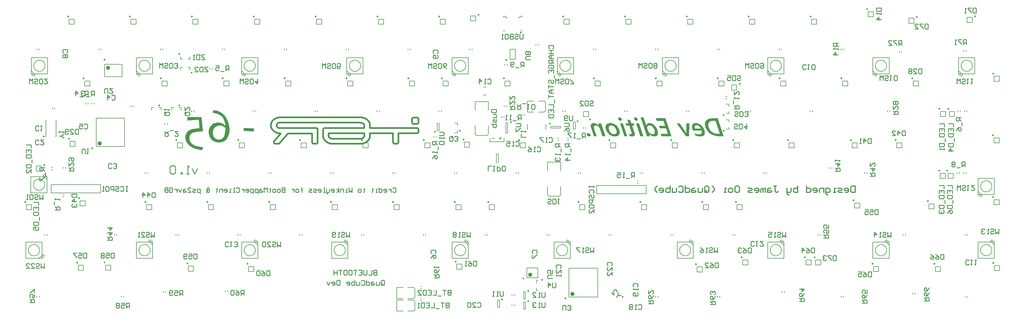
<source format=gbr>
%FSTAX23Y23*%
%MOIN*%
%SFA1B1*%

%IPPOS*%
%ADD18C,0.010000*%
%ADD132C,0.005000*%
%ADD133C,0.019685*%
%ADD136C,0.009843*%
%ADD137C,0.023622*%
%ADD138C,0.007874*%
%ADD139C,0.013937*%
%LNquadcube_65_pcb_legend_bot-1*%
%LPD*%
G36*
X11398Y07399D02*
X11401Y07398D01*
X11404Y07397*
X11407Y07396*
X11409Y07395*
X11411Y07394*
X11412Y07393*
X11412Y07393*
X11415Y07391*
X11418Y07388*
X11419Y07386*
X11421Y07384*
X11422Y07382*
X11423Y0738*
X11424Y07379*
Y07379*
X11424Y07375*
Y07373*
Y07371*
X11424Y07368*
X11423Y07367*
X11423Y07366*
X11422Y07365*
Y07364*
X1142Y07362*
X11418Y07361*
X11416Y0736*
X11414Y07359*
X11412Y07359*
X1141Y07359*
X11409*
X11405Y07359*
X11402Y07359*
X11399Y07361*
X11396Y07362*
X11394Y07362*
X11392Y07364*
X11391Y07364*
X11391Y07364*
X11388Y07367*
X11385Y07369*
X11383Y07371*
X11382Y07374*
X11381Y07375*
X1138Y07377*
X1138Y07378*
Y07379*
X11379Y07382*
X11379Y07384*
X11379Y07387*
X11379Y07389*
X1138Y07391*
X1138Y07392*
X11381Y07393*
X11381Y07393*
X11383Y07395*
X11385Y07397*
X11387Y07398*
X1139Y07398*
X11392Y07399*
X11393Y07399*
X11395*
X11398Y07399*
G37*
G36*
X12706Y0752D02*
X12712Y07519D01*
X12718Y07518*
X12723Y07517*
X12734Y07513*
X12743Y07509*
X12747Y07507*
X1275Y07505*
X12754Y07503*
X12757Y07501*
X12759Y075*
X1276Y07499*
X12761Y07498*
X12762Y07498*
X12767Y07493*
X12772Y07488*
X1278Y07479*
X12788Y07469*
X12793Y0746*
X12796Y07455*
X12798Y07451*
X12799Y07448*
X12801Y07445*
X12802Y07442*
X12802Y0744*
X12803Y07439*
Y07439*
X12805Y07432*
X12807Y07425*
X12808Y07419*
X12809Y07413*
Y07408*
X12809Y07403*
X12809Y07398*
X12808Y07395*
X12808Y07391*
X12807Y07388*
X12806Y07385*
X12805Y07383*
X12805Y07382*
X12804Y0738*
X12804Y0738*
Y07379*
X12801Y07375*
X12798Y07372*
X12795Y0737*
X12791Y07367*
X12784Y07363*
X12776Y07361*
X12769Y07359*
X12766Y07359*
X12763Y07359*
X1276Y07358*
X12757*
X12745Y07359*
X12733Y0736*
X12723Y07362*
X12718Y07364*
X12714Y07365*
X1271Y07366*
X12706Y07367*
X12703Y07368*
X12701Y07369*
X12699Y0737*
X12698Y07371*
X12697Y07371*
X12697*
X12687Y074*
X12697Y07395*
X12706Y07391*
X12714Y07388*
X12722Y07387*
X12728Y07385*
X12731Y07385*
X12733*
X12735Y07385*
X12737*
X12745Y07385*
X12752Y07387*
X12757Y07388*
X12761Y0739*
X12765Y07393*
X12767Y07394*
X12768Y07396*
X12768Y07396*
X12771Y07401*
X12772Y07406*
X12773Y07412*
X12773Y07418*
X12772Y07422*
X12771Y07426*
X12771Y07428*
Y07429*
X1277Y07429*
Y0743*
X12664*
X1266Y07443*
X12658Y0745*
X12656Y07456*
X12655Y07462*
X12654Y07467*
X12654Y07472*
Y07477*
Y07481*
X12654Y07485*
X12655Y07489*
X12656Y07491*
X12656Y07494*
X12657Y07496*
X12657Y07498*
X12658Y07499*
X12658Y07499*
Y075*
X12661Y07504*
X12663Y07507*
X12666Y07509*
X12669Y07512*
X12676Y07516*
X12683Y07518*
X1269Y07519*
X12693Y0752*
X12695Y0752*
X12697Y07521*
X127*
X12706Y0752*
G37*
G36*
X12099Y07495D02*
X121D01*
X12101Y075*
X12103Y07504*
X12105Y07507*
X12108Y0751*
X12111Y07512*
X12114Y07514*
X1212Y07517*
X12126Y07519*
X12129Y0752*
X12132Y0752*
X12134Y07521*
X12137*
X12142Y0752*
X12148Y07519*
X12154Y07518*
X12159Y07517*
X12169Y07513*
X12178Y07509*
X12182Y07507*
X12185Y07504*
X12188Y07503*
X12191Y07501*
X12193Y07499*
X12194Y07498*
X12195Y07498*
X12196Y07497*
X12205Y07488*
X12213Y07478*
X1222Y07468*
X12225Y07458*
X12228Y07453*
X1223Y07449*
X12232Y07445*
X12233Y07442*
X12234Y07439*
X12235Y07437*
X12235Y07436*
Y07436*
X12237Y07429*
X12239Y07423*
X1224Y07417*
X12241Y07411*
X12241Y07406*
Y07402*
Y07398*
X12241Y07394*
X12241Y0739*
X1224Y07387*
X1224Y07385*
X12239Y07383*
X12238Y07381*
X12238Y0738*
X12238Y07379*
Y07379*
X12235Y07375*
X12233Y07372*
X1223Y07369*
X12227Y07367*
X12221Y07363*
X12214Y07361*
X12208Y07359*
X12206Y07359*
X12203Y07359*
X12201Y07358*
X12199*
X12192Y07359*
X12186Y07359*
X1218Y07361*
X12174Y07363*
X12163Y07367*
X12158Y0737*
X12154Y07373*
X1215Y07376*
X12147Y07379*
X12144Y07381*
X12141Y07383*
X12139Y07385*
X12137Y07387*
X12137Y07387*
X12136Y07388*
X12135*
X12144Y07362*
X12109*
X12031Y07592*
X12066*
X12099Y07495*
G37*
G36*
X11908Y07553D02*
X1192Y07517D01*
X11946*
X11955Y07489*
X11929*
X11959Y07402*
X11961Y07394*
X11962Y07387*
X11962Y07382*
X11961Y07377*
X11959Y07372*
X11956Y07369*
X11953Y07366*
X11949Y07364*
X11946Y07362*
X11942Y07361*
X11939Y07359*
X11936Y07359*
X11933Y07359*
X11931Y07358*
X11929*
X11923Y07359*
X11917Y07359*
X11912Y0736*
X11908Y07361*
X11904Y07362*
X11902Y07362*
X119Y07363*
X119Y07363*
X1189Y07391*
X11893Y07389*
X11896Y07388*
X11899Y07387*
X11902Y07387*
X11904Y07386*
X11906Y07386*
X11907*
X11912Y07386*
X11915Y07387*
X11917Y07388*
X11919Y07389*
X11921Y0739*
X11922Y07391*
X11922Y07391*
Y07392*
X11923Y07394*
Y07397*
X11923Y07401*
X11922Y07404*
X11922Y07407*
X11921Y07409*
X1192Y07411*
Y07411*
X11894Y07489*
X11857*
X11848Y07517*
X11885*
X11869Y07563*
X11908Y07553*
G37*
G36*
X13038Y07362D02*
X12978D01*
X12967Y07362*
X12958Y07363*
X12948Y07364*
X12938Y07366*
X1293Y07369*
X12922Y07371*
X12914Y07374*
X12907Y07377*
X129Y0738*
X12895Y07382*
X1289Y07385*
X12886Y07387*
X12882Y07389*
X1288Y07391*
X12878Y07392*
X12878Y07392*
X1287Y07398*
X12863Y07404*
X12856Y07411*
X1285Y07418*
X12844Y07424*
X12839Y07431*
X12835Y07437*
X12831Y07444*
X12827Y0745*
X12825Y07455*
X12822Y0746*
X12821Y07465*
X12819Y07468*
X12818Y07471*
X12817Y07473*
Y07473*
X12814Y07483*
X12812Y07492*
X12811Y075*
X1281Y07508*
X12811Y07516*
X12811Y07522*
X12813Y07529*
X12815Y07534*
X12817Y0754*
X12821Y07545*
X12824Y07549*
X12828Y07553*
X12832Y07557*
X12836Y0756*
X12846Y07566*
X12855Y0757*
X12865Y07573*
X12874Y07576*
X12883Y07578*
X12887Y07578*
X12891Y07578*
X12894Y07579*
X12896*
X12898Y07579*
X12964*
X13038Y07362*
G37*
G36*
X1187D02*
X11835D01*
X11782Y07517*
X11817*
X1187Y07362*
G37*
G36*
X11469Y0752D02*
X11475Y07519D01*
X11481Y07518*
X11486Y07516*
X11497Y07511*
X11501Y07509*
X11506Y07506*
X11509Y07503*
X11513Y075*
X11516Y07498*
X11519Y07496*
X11521Y07494*
X11522Y07492*
X11523Y07491*
X11524Y07491*
X11524*
X11515Y07517*
X11551*
X11604Y07362*
X11568*
X11538Y0745*
X11535Y07457*
X11532Y07463*
X11529Y07468*
X11525Y07472*
X11522Y07476*
X11519Y07478*
X11518Y0748*
X11517Y0748*
X11512Y07485*
X11506Y07488*
X11501Y0749*
X11496Y07491*
X11492Y07492*
X11489Y07493*
X11486*
X11481Y07492*
X11477Y07491*
X11473Y07489*
X11471Y07486*
X11469Y07483*
X11468Y07479*
X11467Y07475*
X11467Y07471*
X11467Y07463*
X11468Y07459*
X11468Y07456*
X11469Y07453*
X1147Y07451*
X1147Y07449*
Y07449*
X115Y07362*
X11465*
X11433Y07457*
X11431Y07462*
X1143Y07468*
X11428Y07477*
X11427Y07485*
X11427Y07492*
X11428Y07497*
X11429Y07501*
X1143Y07503*
X1143Y07504*
X11432Y07507*
X11434Y07509*
X11439Y07514*
X11444Y07517*
X11449Y07519*
X11455Y0752*
X11459Y0752*
X11461Y07521*
X11463*
X11469Y0752*
G37*
G36*
X12407Y07362D02*
X12285D01*
X12275Y07392*
X12361*
X12339Y07456*
X12264*
X12254Y07487*
X12329*
X12308Y07548*
X12227*
X12216Y07579*
X12333*
X12407Y07362*
G37*
G36*
X12064D02*
X12028D01*
X11976Y07517*
X12011*
X12064Y07362*
G37*
G36*
X10333Y07339D02*
X10349D01*
Y07333*
X10333*
Y07318*
X10327*
Y07333*
X10312*
Y07339*
X10327*
Y07355*
X10333*
Y07339*
G37*
G36*
X0671Y07585D02*
X06711Y07574D01*
X06711Y07561*
X06712Y07548*
X06714Y07534*
X06715Y07519*
X06718Y0749*
X0672Y07475*
X06721Y07462*
X06722Y0745*
X06724Y0744*
X06725Y07431*
X06726Y07425*
Y07422*
X06726Y0742*
Y07419*
Y07419*
X06709*
X06694Y07418*
X0668Y07417*
X06667Y07416*
X06655Y07414*
X06644Y07413*
X06635Y07411*
X06627Y0741*
X06619Y07408*
X06613Y07406*
X06608Y07404*
X06604Y07403*
X06601Y07402*
X06599Y074*
X06598Y074*
X06597*
X0659Y07396*
X06585Y07391*
X0658Y07387*
X06576Y07381*
X06569Y0737*
X06566Y07359*
X06563Y07349*
X06562Y07345*
X06562Y07341*
X06561Y07337*
Y07335*
Y07333*
Y07333*
X06562Y07325*
X06563Y07317*
X06565Y0731*
X06568Y07303*
X06575Y07291*
X06583Y0728*
X06591Y07272*
X06598Y07266*
X06602Y07264*
X06604Y07262*
X06605Y07261*
X06606Y07261*
X06614Y07255*
X06623Y07251*
X06643Y07244*
X06664Y07238*
X06684Y07233*
X06693Y07232*
X06701Y0723*
X06709Y07229*
X06715Y07229*
X0672Y07228*
X06725Y07227*
X06728*
X0672Y07194*
X06703Y07195*
X06686Y07197*
X06671Y072*
X06656Y07203*
X06642Y07207*
X0663Y07211*
X06619Y07215*
X06608Y07219*
X06599Y07224*
X06591Y07229*
X06584Y07232*
X06579Y07236*
X06574Y07239*
X06571Y07241*
X06569Y07242*
X06568Y07243*
X06558Y07251*
X06549Y07261*
X06542Y07269*
X06535Y07278*
X06529Y07287*
X06525Y07295*
X06521Y07304*
X06518Y07311*
X06516Y07318*
X06514Y07326*
X06513Y07332*
X06512Y07336*
Y0734*
X06511Y07343*
Y07345*
Y07346*
X06512Y07356*
X06513Y07366*
X06515Y07375*
X06518Y07383*
X06521Y07391*
X06525Y07398*
X06528Y07404*
X06532Y0741*
X06537Y07414*
X0654Y07419*
X06544Y07422*
X06547Y07425*
X0655Y07427*
X06552Y07429*
X06553Y0743*
X06554*
X06562Y07435*
X06571Y07439*
X06581Y07442*
X06592Y07446*
X06613Y0745*
X06634Y07454*
X06644Y07455*
X06653Y07456*
X06661Y07456*
X06669*
X06674Y07457*
X06683*
X06682Y07475*
X06682Y07493*
X0668Y0751*
X06679Y07526*
X06678Y07532*
X06678Y07539*
X06677Y07545*
X06676Y07549*
X06676Y07553*
X06675Y07556*
Y07558*
Y07559*
X06647*
X06633Y07558*
X06621Y07557*
X06609Y07557*
X06597Y07556*
X06587Y07555*
X06577Y07555*
X06569Y07554*
X06561Y07553*
X06554Y07553*
X06549Y07552*
X06545Y07551*
X06541*
X06539Y07551*
X06539*
X06537Y07595*
X0671*
Y07585*
G37*
G36*
X06867Y07675D02*
X06884Y07673D01*
X069Y07669*
X06915Y07664*
X06929Y07658*
X06941Y07651*
X06953Y07643*
X06964Y07635*
X06974Y07626*
X06984Y07617*
X06992Y07607*
X07Y07597*
X07007Y07587*
X07013Y07576*
X07023Y07554*
X07032Y07533*
X07038Y07512*
X07043Y07493*
X07044Y07484*
X07045Y07476*
X07046Y07468*
X07047Y07461*
X07048Y07456*
Y0745*
X07048Y07446*
Y07443*
Y07441*
Y0744*
X07048Y07427*
X07047Y07414*
X07045Y07401*
X07043Y0739*
X0704Y07379*
X07037Y0737*
X07033Y07361*
X0703Y07354*
X07027Y07347*
X07023Y07341*
X0702Y07336*
X07018Y07332*
X07015Y07328*
X07013Y07326*
X07012Y07325*
X07012Y07324*
X07004Y07317*
X06997Y07311*
X0699Y07306*
X06982Y07301*
X06975Y07298*
X06968Y07295*
X06953Y0729*
X06941Y07287*
X06936Y07286*
X06932Y07286*
X06928Y07285*
X06923*
X06912Y07286*
X06901Y07286*
X06892Y07288*
X06883Y07291*
X06875Y07293*
X06867Y07297*
X0686Y073*
X06854Y07304*
X06848Y07307*
X06843Y07311*
X06839Y07314*
X06835Y07316*
X06833Y07319*
X06831Y07321*
X0683Y07322*
X06829Y07322*
X06823Y0733*
X06818Y07337*
X06814Y07345*
X0681Y07352*
X06804Y07367*
X068Y07381*
X06798Y07393*
X06797Y07398*
X06796Y07402*
X06796Y07406*
Y07409*
Y0741*
Y07411*
Y07419*
X06797Y07428*
X068Y07444*
X06805Y07457*
X0681Y07469*
X06816Y07479*
X06818Y07483*
X0682Y07486*
X06822Y07489*
X06823Y07491*
X06824Y07492*
X06825Y07492*
X06831Y07498*
X06836Y07504*
X06842Y07509*
X06849Y07513*
X06863Y07519*
X06875Y07522*
X06886Y07525*
X06892Y07526*
X06896Y07526*
X06899Y07527*
X06904*
X06916Y07526*
X06926Y07526*
X06936Y07524*
X06945Y07521*
X06954Y07519*
X06961Y07515*
X06968Y07512*
X06974Y07509*
X06979Y07505*
X06983Y07501*
X06987Y07498*
X0699Y07496*
X06993Y07493*
X06994Y07491*
X06995Y0749*
X06995Y0749*
X06999*
X06997Y07503*
X06995Y07516*
X06992Y07527*
X06989Y07538*
X06986Y07548*
X06982Y07557*
X06979Y07565*
X06975Y07572*
X06972Y07579*
X06968Y07585*
X06965Y07589*
X06962Y07593*
X0696Y07596*
X06958Y07598*
X06957Y07599*
X06957Y076*
X06949Y07606*
X06941Y07612*
X06924Y07622*
X06906Y0763*
X06888Y07636*
X0688Y07638*
X06872Y0764*
X06865Y07642*
X06859Y07643*
X06854Y07644*
X0685*
X06847Y07644*
X06846*
X0685Y07677*
X06867Y07675*
G37*
G36*
X07341Y07457D02*
X07344Y07421D01*
X07222Y07425*
X07219Y07461*
X07341Y07457*
G37*
G36*
X11971Y07589D02*
X11974Y07589D01*
X11977Y07587*
X1198Y07587*
X11982Y07586*
X11984Y07584*
X11985Y07584*
X11985Y07584*
X11988Y07581*
X1199Y07579*
X11992Y07577*
X11994Y07574*
X11995Y07573*
X11995Y07571*
X11996Y0757*
Y0757*
X11997Y07566*
X11997Y07563*
Y07561*
X11996Y07559*
X11996Y07557*
X11995Y07556*
X11995Y07555*
Y07555*
X11993Y07553*
X11991Y07552*
X11987Y0755*
X11985Y0755*
X11983Y0755*
X11982*
X11978Y0755*
X11975Y0755*
X11972Y07552*
X1197Y07553*
X11968Y07553*
X11966Y07555*
X11965Y07555*
X11965Y07555*
X11962Y07558*
X11959Y0756*
X11958Y07562*
X11956Y07565*
X11955Y07566*
X11954Y07568*
X11954Y07569*
Y0757*
X11953Y07573*
X11953Y07575*
Y07578*
X11953Y0758*
X11954Y07581*
X11954Y07583*
X11955Y07583*
Y07584*
X11957Y07586*
X11959Y07587*
X11961Y07588*
X11963Y07589*
X11965Y07589*
X11967Y07589*
X11968*
X11971Y07589*
G37*
G36*
X11669Y0752D02*
X11676Y0752D01*
X11683Y07519*
X11689Y07517*
X117Y07514*
X11706Y07511*
X11711Y07509*
X11715Y07508*
X11719Y07505*
X11722Y07503*
X11725Y07502*
X11727Y075*
X11729Y07499*
X1173Y07499*
X1173Y07498*
X11736Y07494*
X11741Y0749*
X11745Y07485*
X11749Y0748*
X11757Y0747*
X11763Y0746*
X11765Y07455*
X11767Y07451*
X11769Y07447*
X1177Y07444*
X11772Y07441*
X11772Y07439*
X11773Y07438*
Y07437*
X11775Y07431*
X11777Y07425*
X11777Y07419*
X11778Y07413*
Y07408*
Y07403*
X11778Y07399*
X11777Y07395*
X11776Y07392*
X11775Y07388*
X11774Y07386*
X11773Y07384*
X11773Y07382*
X11772Y07381*
X11772Y0738*
Y0738*
X11768Y07376*
X11765Y07373*
X11762Y0737*
X11758Y07367*
X11749Y07364*
X11741Y07361*
X11734Y07359*
X1173Y07359*
X11727Y07359*
X11725Y07358*
X11721*
X11715Y07359*
X11708Y07359*
X11701Y0736*
X11695Y07362*
X11684Y07365*
X11679Y07367*
X11674Y07369*
X1167Y07371*
X11666Y07374*
X11663Y07375*
X1166Y07377*
X11658Y07379*
X11656Y0738*
X11655Y0738*
X11655Y0738*
X11649Y07385*
X11644Y07389*
X11636Y07399*
X11628Y07409*
X11623Y07418*
X1162Y07423*
X11618Y07427*
X11617Y07431*
X11615Y07434*
X11614Y07436*
X11613Y07438*
X11613Y07439*
Y0744*
X1161Y07447*
X11609Y07453*
X11608Y07459*
X11607Y07465*
X11607Y0747*
Y07475*
X11607Y0748*
X11608Y07484*
X11609Y07487*
X11609Y0749*
X1161Y07493*
X11611Y07495*
X11612Y07497*
X11612Y07498*
X11613Y07499*
Y07499*
X11615Y07503*
X11618Y07506*
X11622Y07509*
X11626Y07511*
X11634Y07515*
X11643Y07518*
X1165Y07519*
X11654Y0752*
X11656Y0752*
X11659Y07521*
X11662*
X11669Y0752*
G37*
G36*
X12618Y07362D02*
X12581D01*
X12468Y07517*
X12505*
X12578Y07408*
X12582Y07401*
X12584Y07397*
X12586Y07394*
X12587Y07391*
X12588Y07389*
X12589Y07388*
X12589Y07387*
X12589*
X12588Y07394*
X12588Y07398*
Y07401*
X12587Y07404*
Y07406*
Y07408*
Y07408*
X12585Y07517*
X12623*
X12618Y07362*
G37*
G36*
X11778Y07589D02*
X11781Y07589D01*
X11784Y07587*
X11786Y07587*
X11789Y07586*
X1179Y07584*
X11791Y07584*
X11792Y07584*
X11794Y07581*
X11797Y07579*
X11799Y07577*
X118Y07574*
X11801Y07573*
X11802Y07571*
X11803Y0757*
Y0757*
X11803Y07566*
X11804Y07563*
Y07561*
X11803Y07559*
X11803Y07557*
X11802Y07556*
X11801Y07555*
Y07555*
X11799Y07553*
X11798Y07552*
X11793Y0755*
X11791Y0755*
X1179Y0755*
X11788*
X11785Y0755*
X11782Y0755*
X11779Y07552*
X11777Y07553*
X11775Y07553*
X11773Y07555*
X11772Y07555*
X11772Y07555*
X11768Y07558*
X11766Y0756*
X11764Y07562*
X11763Y07565*
X11762Y07566*
X11761Y07568*
X1176Y07569*
Y0757*
X1176Y07573*
X11759Y07575*
Y07578*
X1176Y0758*
X1176Y07581*
X11761Y07583*
X11762Y07583*
Y07584*
X11763Y07586*
X11765Y07587*
X11768Y07588*
X1177Y07589*
X11772Y07589*
X11773Y07589*
X11775*
X11778Y07589*
G37*
G36*
X10258Y07332D02*
X10237D01*
Y07339*
X10258*
Y07332*
G37*
%LNquadcube_65_pcb_legend_bot-2*%
%LPC*%
G36*
X12712Y07495D02*
X1271D01*
X12704Y07494*
X127Y07493*
X12697Y07491*
X12693Y07489*
X12692Y07487*
X1269Y07485*
X1269Y07484*
X12689Y07484*
X12688Y0748*
X12687Y07475*
Y0747*
X12688Y07465*
X12688Y07461*
X12689Y07458*
X1269Y07455*
X1269Y07455*
Y07455*
X12762*
X12759Y07461*
X12755Y07467*
X12751Y07472*
X12747Y07476*
X12744Y07479*
X12742Y07481*
X1274Y07483*
X12739Y07483*
X12734Y07487*
X12729Y0749*
X12724Y07492*
X12719Y07493*
X12715Y07494*
X12712Y07495*
G37*
G36*
X1214Y07493D02*
X12138D01*
X12132Y07492*
X12127Y07491*
X12123Y07489*
X12119Y07487*
X12117Y07485*
X12115Y07483*
X12114Y07481*
X12114Y07481*
X12112Y07476*
X12111Y07472*
X12111Y07467*
X12111Y07462*
X12111Y07459*
X12112Y07455*
X12113Y07454*
X12113Y07453*
Y07453*
X1212Y07433*
X12123Y07425*
X12126Y07419*
X1213Y07413*
X12134Y07408*
X12137Y07404*
X1214Y07401*
X12142Y074*
X12142Y07399*
X12148Y07395*
X12154Y07391*
X1216Y07389*
X12165Y07387*
X1217Y07387*
X12173Y07386*
X12176Y07386*
X12176*
X12183Y07387*
X12188Y07388*
X12192Y0739*
X12196Y07393*
X12198Y07395*
X122Y07397*
X12201Y07399*
X12201Y074*
X12202Y07405*
X12203Y07411*
X12203Y07418*
X12202Y07424*
X12201Y07429*
X122Y07433*
X122Y07435*
X12199Y07436*
X12199Y07437*
Y07437*
X12196Y07446*
X12191Y07454*
X12187Y07461*
X12183Y07467*
X12179Y07472*
X12176Y07475*
X12175Y07477*
X12174Y07478*
X12168Y07483*
X12161Y07486*
X12155Y07489*
X1215Y07491*
X12145Y07492*
X12141Y07492*
X1214Y07493*
G37*
G36*
X12938Y07548D02*
X12908D01*
X12901Y07548*
X12894Y07548*
X12889Y07547*
X12883Y07545*
X12878Y07543*
X12874Y07542*
X1287Y07539*
X12866Y07537*
X12864Y07534*
X12861Y07531*
X12857Y07524*
X12854Y07517*
X12852Y07511*
X12852Y07503*
X12851Y07496*
X12852Y0749*
X12853Y07484*
X12853Y07479*
X12854Y07476*
X12855Y07474*
X12855Y07473*
X12855Y07473*
Y07472*
X12858Y07465*
X12861Y07459*
X12864Y07453*
X12867Y07447*
X12871Y07442*
X12874Y07437*
X12878Y07432*
X12881Y07428*
X12884Y07425*
X12887Y07422*
X1289Y07419*
X12892Y07417*
X12894Y07415*
X12896Y07414*
X12896Y07413*
X12897Y07413*
X12902Y07409*
X12907Y07406*
X12913Y07403*
X12919Y07401*
X1293Y07397*
X1294Y07395*
X12945Y07394*
X12949Y07393*
X12953Y07393*
X12956Y07392*
X12959Y07392*
X12992*
X12938Y07548*
G37*
G36*
X06937Y07491D02*
X06933D01*
X06918Y0749*
X06904Y07487*
X06893Y07482*
X06884Y07478*
X06877Y07473*
X06871Y07469*
X06869Y07466*
X06867Y07465*
X0686Y07455*
X06854Y07444*
X0685Y07434*
X06848Y07424*
X06846Y07415*
X06845Y07409*
Y07406*
Y07404*
Y07404*
Y07403*
X06846Y07391*
X06848Y0738*
X06852Y0737*
X06855Y07362*
X06859Y07354*
X06862Y0735*
X06865Y07347*
X06865Y07345*
X06874Y07337*
X06882Y07332*
X06892Y07327*
X06901Y07324*
X06909Y07322*
X06916Y07322*
X06919Y07321*
X06922*
X06928Y07322*
X06934Y07322*
X06944Y07326*
X06954Y07332*
X06962Y07337*
X06968Y07343*
X06973Y07348*
X06976Y07352*
X06977Y07353*
Y07353*
X06981Y0736*
X06984Y07367*
X06989Y07383*
X06993Y074*
X06996Y07417*
X06997Y07426*
X06997Y07433*
X06998Y0744*
Y07446*
X06999Y07451*
Y07455*
Y07457*
Y07458*
X06994Y07464*
X06989Y07469*
X06983Y07473*
X06978Y07477*
X06967Y07483*
X06957Y07487*
X06947Y07489*
X0694Y0749*
X06937Y07491*
G37*
G36*
X11676Y07493D02*
X11674D01*
X11667Y07492*
X11661Y0749*
X11656Y07488*
X11653Y07486*
X1165Y07483*
X11648Y07481*
X11647Y07479*
X11647Y07478*
X11645Y07473*
X11644Y07467*
Y0746*
X11646Y07454*
X11647Y07448*
X11648Y07443*
X11648Y07441*
X11649Y0744*
X11649Y07439*
Y07439*
X11653Y0743*
X11657Y07422*
X11661Y07415*
X11665Y0741*
X11668Y07405*
X11671Y07402*
X11673Y074*
X11674Y074*
X1168Y07395*
X11686Y07392*
X11692Y07389*
X11698Y07388*
X11703Y07387*
X11707Y07386*
X11708Y07386*
X1171*
X11717Y07387*
X11723Y07388*
X11728Y0739*
X11732Y07393*
X11734Y07395*
X11736Y07397*
X11737Y07399*
X11738Y074*
X1174Y07405*
X11741Y07411*
Y07418*
X1174Y07424*
X11739Y0743*
X11738Y07434*
X11738Y07436*
X11737Y07437*
X11737Y07438*
Y07438*
X11733Y07447*
X11729Y07455*
X11725Y07462*
X11721Y07468*
X11717Y07472*
X11714Y07475*
X11712Y07477*
X11711Y07478*
X11705Y07483*
X11698Y07486*
X11692Y07489*
X11686Y07491*
X11681Y07492*
X11677Y07492*
X11676Y07493*
G37*
%LNquadcube_65_pcb_legend_bot-3*%
%LPD*%
G54D18*
X06658Y06971D02*
X06625Y06905D01*
X06592Y06971*
X06559Y06905D02*
X06526D01*
X06542*
Y07004*
X06559Y06988*
X06476Y06905D02*
Y06922D01*
X06459*
Y06905*
X06476*
X06393Y06988D02*
X06377Y07004D01*
X06343*
X06327Y06988*
Y06922*
X06343Y06905*
X06377*
X06393Y06922*
Y06988*
X11954Y06862D02*
Y06922D01*
X11924*
X11914Y06912*
Y06892*
X11924Y06882*
X11954*
X11934D02*
X11914Y06862D01*
X11894Y06852D02*
X11854D01*
X11834Y06862D02*
X11814D01*
X11824*
Y06922*
X11834Y06912*
X11744Y06922D02*
X11784D01*
Y06892*
X11764Y06902*
X11754*
X11744Y06892*
Y06872*
X11754Y06862*
X11774*
X11784Y06872*
X14401Y05914D02*
Y05854D01*
X14371*
X14361Y05864*
Y05904*
X14371Y05914*
X14401*
X14341D02*
X14301D01*
Y05904*
X14341Y05864*
Y05854*
X14281Y05904D02*
X14271Y05914D01*
X14251*
X14241Y05904*
Y05894*
X14251Y05884*
X14261*
X14251*
X14241Y05874*
Y05864*
X14251Y05854*
X14271*
X14281Y05864*
X11634Y05792D02*
X11624Y05802D01*
Y05822*
X11634Y05832*
X11674*
X11684Y05822*
Y05802*
X11674Y05792*
X11684Y05732D02*
Y05772D01*
X11644Y05732*
X11634*
X11624Y05742*
Y05762*
X11634Y05772*
X11684Y05672D02*
Y05712D01*
X11644Y05672*
X11634*
X11624Y05682*
Y05702*
X11634Y05712*
X11015Y05761D02*
X11005Y05771D01*
Y05791*
X11015Y05801*
X11055*
X11065Y05791*
Y05771*
X11055Y05761*
X11065Y05701D02*
Y05741D01*
X11025Y05701*
X11015*
X11005Y05711*
Y05731*
X11015Y05741*
X11065Y05681D02*
Y05661D01*
Y05671*
X11005*
X11015Y05681*
X10052Y05335D02*
X10062Y05345D01*
X10082*
X10092Y05335*
Y05295*
X10082Y05286*
X10062*
X10052Y05295*
X09992Y05286D02*
X10032D01*
X09992Y05325*
Y05335*
X10002Y05345*
X10022*
X10032Y05335*
X09972D02*
X09962Y05345D01*
X09942*
X09932Y05335*
Y05295*
X09942Y05286*
X09962*
X09972Y05295*
Y05335*
X11792Y05437D02*
X11785Y0543D01*
X11757*
Y05458*
X11764Y05465*
X11757Y0543D02*
X11735Y05408D01*
X11679Y05465D02*
X11707Y05437D01*
Y05493*
X11714Y055*
X11728*
X11742Y05486*
Y05472*
X0526Y07147D02*
Y07197D01*
X0527Y07207*
X0529*
X053Y07197*
Y07147*
X0532Y07207D02*
X0534D01*
X0533*
Y07147*
X0532Y07157*
X11086Y05252D02*
Y05302D01*
X11096Y05312*
X11116*
X11126Y05302*
Y05252*
X11146Y05262D02*
X11156Y05252D01*
X11176*
X11186Y05262*
Y05272*
X11176Y05282*
X11166*
X11176*
X11186Y05292*
Y05302*
X11176Y05312*
X11156*
X11146Y05302*
X10927Y08423D02*
X10917Y08433D01*
Y08453*
X10927Y08463*
X10967*
X10977Y08453*
Y08433*
X10967Y08423*
X10917Y08403D02*
X10977D01*
X10947*
Y08363*
X10917*
X10977*
Y08343D02*
X10937D01*
X10917Y08323*
X10937Y08303*
X10977*
X10947*
Y08343*
X10977Y08283D02*
X10917D01*
Y08253*
X10927Y08243*
X10947*
X10957Y08253*
Y08283*
Y08263D02*
X10977Y08243D01*
X10927Y08183D02*
X10917Y08193D01*
Y08213*
X10927Y08223*
X10967*
X10977Y08213*
Y08193*
X10967Y08183*
X10947*
Y08203*
X10917Y08123D02*
Y08163D01*
X10977*
Y08123*
X10947Y08163D02*
Y08143D01*
X10987Y08103D02*
Y08063D01*
X10927Y08003D02*
X10917Y08013D01*
Y08033*
X10927Y08043*
X10937*
X10947Y08033*
Y08013*
X10957Y08003*
X10967*
X10977Y08013*
Y08033*
X10967Y08043*
X10917Y07983D02*
Y07943D01*
Y07963*
X10977*
Y07923D02*
X10937D01*
X10917Y07903*
X10937Y07883*
X10977*
X10947*
Y07923*
X10917Y07863D02*
Y07823D01*
Y07843*
X10977*
X10987Y07803D02*
Y07763D01*
X10917Y07743D02*
X10977D01*
Y07703*
X10917Y07643D02*
Y07683D01*
X10977*
Y07643*
X10947Y07683D02*
Y07663D01*
X10917Y07623D02*
X10977D01*
Y07593*
X10967Y07583*
X10927*
X10917Y07593*
Y07623*
X10605Y086D02*
Y0855D01*
X10595Y0854*
X10575*
X10565Y0855*
Y086*
X10505Y0859D02*
X10515Y086D01*
X10535*
X10545Y0859*
Y0858*
X10535Y0857*
X10515*
X10505Y0856*
Y0855*
X10515Y0854*
X10535*
X10545Y0855*
X10485Y086D02*
Y0854D01*
X10455*
X10445Y0855*
Y0856*
X10455Y0857*
X10485*
X10455*
X10445Y0858*
Y0859*
X10455Y086*
X10485*
X10425Y0859D02*
X10415Y086D01*
X10395*
X10385Y0859*
Y0855*
X10395Y0854*
X10415*
X10425Y0855*
Y0859*
X10365Y0854D02*
X10345D01*
X10355*
Y086*
X10365Y0859*
X10641Y07351D02*
X10581D01*
Y07391*
Y07411D02*
Y07431D01*
Y07421*
X10641*
X10631Y07411*
X06786Y08202D02*
X06746D01*
Y08192*
X06786Y08152*
Y08143*
X06746*
X06726Y08202D02*
Y08143D01*
X06696*
X06686Y08152*
Y08192*
X06696Y08202*
X06726*
X06626Y08143D02*
X06666D01*
X06626Y08182*
Y08192*
X06636Y08202*
X06656*
X06666Y08192*
X06744Y08351D02*
X06704D01*
Y08341*
X06744Y08301*
Y08292*
X06704*
X06684Y08351D02*
Y08292D01*
X06654*
X06644Y08301*
Y08341*
X06654Y08351*
X06684*
X06624Y08292D02*
X06604D01*
X06614*
Y08351*
X06624Y08341*
X05041Y07343D02*
X05031D01*
X05011Y07363*
X05031Y07383*
X05041*
X05011Y07363D02*
X04981D01*
Y07403D02*
Y07423D01*
Y07413*
X05041*
X05031Y07403*
X09588Y07409D02*
X09638D01*
X09648Y07399*
Y07379*
X09638Y07369*
X09588*
X09648Y07349D02*
Y07329D01*
Y07339*
X09588*
X09598Y07349*
Y07299D02*
X09588Y07289D01*
Y07269*
X09598Y07259*
X09638*
X09648Y07269*
Y07289*
X09638Y07299*
X09598*
X11207Y07612D02*
Y07562D01*
X11197Y07552*
X11177*
X11167Y07562*
Y07612*
X11147Y07562D02*
X11137Y07552D01*
X11117*
X11107Y07562*
Y07602*
X11117Y07612*
X11137*
X11147Y07602*
Y07592*
X11137Y07582*
X11107*
X10696Y08289D02*
X10646D01*
X10636Y08299*
Y08319*
X10646Y08329*
X10696*
X10686Y08349D02*
X10696Y08359D01*
Y08379*
X10686Y08389*
X10676*
X10666Y08379*
X10656Y08389*
X10646*
X10636Y08379*
Y08359*
X10646Y08349*
X10656*
X10666Y08359*
X10676Y08349*
X10686*
X10666Y08359D02*
Y08379D01*
X1052Y07518D02*
X1057D01*
X1058Y07508*
Y07488*
X1057Y07478*
X1052*
Y07458D02*
Y07418D01*
X1053*
X1057Y07458*
X1058*
X11105Y0752D02*
X11155D01*
X11165Y0751*
Y0749*
X11155Y0748*
X11105*
Y0742D02*
X11115Y0744D01*
X11135Y0746*
X11155*
X11165Y0745*
Y0743*
X11155Y0742*
X11145*
X11135Y0743*
Y0746*
X10963Y05638D02*
X10913D01*
X10903Y05648*
Y05668*
X10913Y05678*
X10963*
Y05738D02*
Y05698D01*
X10933*
X10943Y05718*
Y05728*
X10933Y05738*
X10913*
X10903Y05728*
Y05708*
X10913Y05698*
X11003Y05585D02*
Y05535D01*
X10993Y05525*
X10973*
X10963Y05535*
Y05585*
X10913Y05525D02*
Y05585D01*
X10943Y05555*
X10903*
X05531Y0788D02*
Y0793D01*
X05541Y0794*
X05561*
X05571Y0793*
Y0788*
X05631Y0794D02*
X05591D01*
X05631Y079*
Y0789*
X05621Y0788*
X05601*
X05591Y0789*
X13203Y08088D02*
X13213Y08098D01*
X13233*
X13243Y08088*
Y08078*
X13233Y08068*
X13213*
X13203Y08058*
Y08048*
X13213Y08038*
X13233*
X13243Y08048*
X13183Y08098D02*
Y08038D01*
X13153*
X13143Y08048*
Y08088*
X13153Y08098*
X13183*
X13083D02*
X13123D01*
Y08068*
X13103Y08078*
X13093*
X13083Y08068*
Y08048*
X13093Y08038*
X13113*
X13123Y08048*
X10947Y0655D02*
X10937Y0654D01*
X10917*
X10907Y0655*
Y0656*
X10917Y0657*
X10937*
X10947Y0658*
Y0659*
X10937Y066*
X10917*
X10907Y0659*
X10967Y0654D02*
Y066D01*
X10997*
X11007Y0659*
Y0655*
X10997Y0654*
X10967*
X11027Y066D02*
X11047D01*
X11037*
Y0654*
X11027Y0655*
X11359Y07342D02*
Y07402D01*
X11329*
X11319Y07392*
Y07372*
X11329Y07362*
X11359*
X11339D02*
X11319Y07342D01*
X11299Y07332D02*
X11259D01*
X11239Y07342D02*
X11219D01*
X11229*
Y07402*
X11239Y07392*
X11189Y07402D02*
X11149D01*
Y07392*
X11189Y07352*
Y07342*
X09565Y07296D02*
X09505D01*
Y07266*
X09515Y07256*
X09535*
X09545Y07266*
Y07296*
Y07276D02*
X09565Y07256D01*
X09575Y07236D02*
Y07196D01*
X09565Y07176D02*
Y07156D01*
Y07166*
X09505*
X09515Y07176*
X09505Y07086D02*
X09515Y07106D01*
X09535Y07126*
X09555*
X09565Y07116*
Y07096*
X09555Y07086*
X09545*
X09535Y07096*
Y07126*
X11176Y0727D02*
X11116D01*
Y0724*
X11126Y0723*
X11146*
X11156Y0724*
Y0727*
Y0725D02*
X11176Y0723D01*
X11185Y0721D02*
Y0717D01*
X11176Y0715D02*
Y0713D01*
Y0714*
X11116*
X11126Y0715*
X11176Y0707D02*
X11116D01*
X11146Y071*
Y0706*
X11057Y0727D02*
X10997D01*
Y0724*
X11007Y0723*
X11027*
X11037Y0724*
Y0727*
Y0725D02*
X11057Y0723D01*
X11066Y0721D02*
Y0717D01*
X11057Y0715D02*
Y0713D01*
Y0714*
X10997*
X11007Y0715*
Y071D02*
X10997Y0709D01*
Y0707*
X11007Y0706*
X11017*
X11027Y0707*
Y0708*
Y0707*
X11037Y0706*
X11047*
X11057Y0707*
Y0709*
X11047Y071*
X13164Y07693D02*
X13224D01*
Y07723*
X13214Y07733*
X13194*
X13184Y07723*
Y07693*
Y07713D02*
X13164Y07733D01*
X13154Y07753D02*
Y07793D01*
X13164Y07813D02*
Y07833D01*
Y07823*
X13224*
X13214Y07813*
X13164Y07903D02*
Y07863D01*
X13204Y07903*
X13214*
X13224Y07893*
Y07873*
X13214Y07863*
X10583Y07561D02*
Y07621D01*
X10553*
X10543Y07611*
Y07591*
X10553Y07581*
X10583*
X10563D02*
X10543Y07561D01*
X10523Y07551D02*
X10483D01*
X10463Y07561D02*
X10443D01*
X10453*
Y07621*
X10463Y07611*
X10413Y07561D02*
X10393D01*
X10403*
Y07621*
X10413Y07611*
X1054Y07746D02*
Y07686D01*
X1057*
X1058Y07696*
Y07716*
X1057Y07726*
X1054*
X1056D02*
X1058Y07746D01*
X106Y07756D02*
X1064D01*
X1066Y07746D02*
X1068D01*
X1067*
Y07686*
X1066Y07696*
X1071D02*
X1072Y07686D01*
X1074*
X1075Y07696*
Y07736*
X1074Y07746*
X1072*
X1071Y07736*
Y07696*
X10615Y08203D02*
Y08262D01*
X10585*
X10575Y08252*
Y08232*
X10585Y08222*
X10615*
X10595D02*
X10575Y08203D01*
X10555Y08193D02*
X10515D01*
X10495Y08212D02*
X10485Y08203D01*
X10465*
X10455Y08212*
Y08252*
X10465Y08262*
X10485*
X10495Y08252*
Y08242*
X10485Y08232*
X10455*
X15961Y0699D02*
Y0705D01*
X15931*
X15921Y0704*
Y0702*
X15931Y0701*
X15961*
X15941D02*
X15921Y0699D01*
X15901Y0698D02*
X15861D01*
X15841Y0704D02*
X15831Y0705D01*
X15811*
X15801Y0704*
Y0703*
X15811Y0702*
X15801Y0701*
Y07*
X15811Y0699*
X15831*
X15841Y07*
Y0701*
X15831Y0702*
X15841Y0703*
Y0704*
X15831Y0702D02*
X15811D01*
X04804Y06982D02*
X04744D01*
Y06952*
X04754Y06942*
X04774*
X04784Y06952*
Y06982*
Y06962D02*
X04804Y06942D01*
X04814Y06922D02*
Y06882D01*
X04744Y06862D02*
Y06822D01*
X04754*
X04794Y06862*
X04804*
X15917Y07587D02*
X15857D01*
Y07557*
X15867Y07547*
X15887*
X15897Y07557*
Y07587*
Y07567D02*
X15917Y07547D01*
X15926Y07527D02*
Y07487D01*
X15857Y07427D02*
X15867Y07447D01*
X15887Y07467*
X15907*
X15917Y07457*
Y07437*
X15907Y07427*
X15897*
X15887Y07437*
Y07467*
X0704Y08158D02*
Y08217D01*
X0701*
X07Y08207*
Y08187*
X0701Y08177*
X0704*
X0702D02*
X07Y08158D01*
X0698Y08148D02*
X0694D01*
X0688Y08217D02*
X0692D01*
Y08187*
X069Y08197*
X0689*
X0688Y08187*
Y08167*
X0689Y08158*
X0691*
X0692Y08167*
X05331Y0785D02*
Y0791D01*
X05301*
X05291Y079*
Y0788*
X05301Y0787*
X05331*
X05311D02*
X05291Y0785D01*
X05271Y0784D02*
X05231D01*
X05181Y0785D02*
Y0791D01*
X05211Y0788*
X05171*
X05408Y0785D02*
Y0791D01*
X05378*
X05368Y079*
Y0788*
X05378Y0787*
X05408*
X05388D02*
X05368Y0785D01*
X05348Y0784D02*
X05308D01*
X05288Y079D02*
X05278Y0791D01*
X05258*
X05248Y079*
Y0789*
X05258Y0788*
X05268*
X05258*
X05248Y0787*
Y0786*
X05258Y0785*
X05278*
X05288Y0786*
X06267Y07422D02*
Y07362D01*
X06297*
X06307Y07372*
Y07392*
X06297Y07402*
X06267*
X06287D02*
X06307Y07422D01*
X06327Y07432D02*
X06367D01*
X06427Y07422D02*
X06387D01*
X06427Y07382*
Y07372*
X06417Y07362*
X06397*
X06387Y07372*
X04932Y06467D02*
X04992D01*
Y06497*
X04982Y06507*
X04962*
X04952Y06497*
Y06467*
Y06487D02*
X04932Y06507D01*
X04922Y06527D02*
Y06567D01*
X04932Y06587D02*
Y06607D01*
Y06597*
X04992*
X04982Y06587*
X09757Y07352D02*
Y07312D01*
X09747Y07302*
X09727*
X09717Y07312*
Y07352*
X09727Y07362*
X09747*
X09737Y07342D02*
X09757Y07362D01*
X09747D02*
X09757Y07352D01*
X09777Y07312D02*
X09787Y07302D01*
X09807*
X09817Y07312*
Y07322*
X09807Y07332*
X09797*
X09807*
X09817Y07342*
Y07352*
X09807Y07362*
X09787*
X09777Y07352*
X06515Y07655D02*
X06555D01*
X06565Y07645*
Y07625*
X06555Y07615*
X06515*
X06505Y07625*
Y07645*
X06525Y07635D02*
X06505Y07655D01*
Y07645D02*
X06515Y07655D01*
X06505Y07715D02*
Y07675D01*
X06545Y07715*
X06555*
X06565Y07705*
Y07685*
X06555Y07675*
X0627Y07655D02*
X0631D01*
X0632Y07645*
Y07625*
X0631Y07615*
X0627*
X0626Y07625*
Y07645*
X0628Y07635D02*
X0626Y07655D01*
Y07645D02*
X0627Y07655D01*
X0626Y07675D02*
Y07695D01*
Y07685*
X0632*
X0631Y07675*
X10182Y06941D02*
Y07D01*
X10222*
X10242Y06941D02*
X10262D01*
X10252*
Y07*
X10242*
X10262*
X10292D02*
Y06941D01*
X10322*
X10332Y06951*
Y06971*
X10322Y06981*
X10292*
X10382Y06941D02*
X10362D01*
X10352Y06951*
Y06991*
X10362Y07*
X10382*
X10392Y06991*
Y06951*
X10382Y06941*
X11404Y06759D02*
Y06739D01*
Y06749*
X11464*
Y06759*
Y06739*
X11414Y06669D02*
X11404Y06679D01*
Y06699*
X11414Y06709*
X11454*
X11464Y06699*
Y06679*
X11454Y06669*
X11414Y06609D02*
X11404Y06619D01*
Y06639*
X11414Y06649*
X11424*
X11434Y06639*
Y06619*
X11444Y06609*
X11454*
X11464Y06619*
Y06639*
X11454Y06649*
X11464Y06589D02*
X11404D01*
Y06559*
X11414Y06549*
X11434*
X11444Y06559*
Y06589*
X11414Y06529D02*
X11404Y06519D01*
Y06499*
X11414Y06489*
X11454*
X11464Y06499*
Y06519*
X11454Y06529*
X11414*
X11464Y06429D02*
Y06469D01*
X11424Y06429*
X11414*
X11404Y06439*
Y06459*
X11414Y06469*
X05813Y06755D02*
X05793D01*
X05803*
Y06695*
X05813*
X05793*
X05724Y06745D02*
X05734Y06755D01*
X05753*
X05763Y06745*
Y06705*
X05753Y06695*
X05734*
X05724Y06705*
X05664Y06745D02*
X05674Y06755D01*
X05694*
X05704Y06745*
Y06735*
X05694Y06725*
X05674*
X05664Y06715*
Y06705*
X05674Y06695*
X05694*
X05704Y06705*
X05644Y06695D02*
Y06755D01*
X05614*
X05604Y06745*
Y06725*
X05614Y06715*
X05644*
X05584Y06745D02*
X05574Y06755D01*
X05554*
X05544Y06745*
Y06705*
X05554Y06695*
X05574*
X05584Y06705*
Y06745*
X05524Y06695D02*
X05504D01*
X05514*
Y06755*
X05524Y06745*
X10221Y07686D02*
X10281D01*
Y07656*
X10271Y07646*
X10231*
X10221Y07656*
Y07686*
X10241Y07626D02*
X10271D01*
X10281Y07616*
Y07586*
X10241*
X10281Y07566D02*
Y07536D01*
X10271Y07526*
X10261Y07536*
Y07556*
X10251Y07566*
X10241Y07556*
Y07526*
X10221Y07506D02*
X10281D01*
Y07476*
X10271Y07466*
X10261*
X10251*
X10241Y07476*
Y07506*
X11948Y05533D02*
X11938Y05543D01*
Y05563*
X11948Y05573*
X11988*
X11998Y05563*
Y05543*
X11988Y05533*
X11998Y05513D02*
Y05493D01*
Y05503*
X11938*
X11948Y05513*
X11988Y05463D02*
X11998Y05453D01*
Y05433*
X11988Y05423*
X11948*
X11938Y05433*
Y05453*
X11948Y05463*
X11958*
X11968Y05453*
Y05423*
X12002Y05309D02*
X12012Y05319D01*
X12032*
X12042Y05309*
Y05269*
X12032Y0526*
X12012*
X12002Y05269*
X11982Y0526D02*
X11962D01*
X11972*
Y05319*
X11982Y05309*
X11932D02*
X11922Y05319D01*
X11902*
X11892Y05309*
Y05299*
X11902Y05289*
X11892Y05279*
Y05269*
X11902Y0526*
X11922*
X11932Y05269*
Y05279*
X11922Y05289*
X11932Y05299*
Y05309*
X11922Y05289D02*
X11902D01*
X10918Y07337D02*
X10928Y07347D01*
X10948*
X10958Y07337*
Y07297*
X10948Y07287*
X10928*
X10918Y07297*
X10898Y07287D02*
X10878D01*
X10888*
Y07347*
X10898Y07337*
X10848Y07347D02*
X10808D01*
Y07337*
X10848Y07297*
Y07287*
X10775Y07224D02*
X10785Y07234D01*
X10805*
X10815Y07224*
Y07184*
X10805Y07174*
X10785*
X10775Y07184*
X10755Y07174D02*
X10735D01*
X10745*
Y07234*
X10755Y07224*
X10665Y07234D02*
X10685Y07224D01*
X10705Y07204*
Y07184*
X10695Y07174*
X10675*
X10665Y07184*
Y07194*
X10675Y07204*
X10705*
X10514Y07292D02*
X10524Y07302D01*
X10544*
X10554Y07292*
Y07252*
X10544Y07242*
X10524*
X10514Y07252*
X10494Y07242D02*
X10474D01*
X10484*
Y07302*
X10494Y07292*
X10404Y07302D02*
X10444D01*
Y07272*
X10424Y07282*
X10414*
X10404Y07272*
Y07252*
X10414Y07242*
X10434*
X10444Y07252*
X10174Y08046D02*
X10184Y08056D01*
X10204*
X10214Y08046*
Y08006*
X10204Y07996*
X10184*
X10174Y08006*
X10154Y07996D02*
X10134D01*
X10144*
Y08056*
X10154Y08046*
X10074Y07996D02*
Y08056D01*
X10104Y08026*
X10064*
X07034Y06031D02*
X07024Y06021D01*
X07004*
X06995Y06031*
Y06071*
X07004Y06081*
X07024*
X07034Y06071*
X07054Y06081D02*
X07074D01*
X07064*
Y06021*
X07054Y06031*
X07104D02*
X07114Y06021D01*
X07134*
X07144Y06031*
Y06041*
X07134Y06051*
X07124*
X07134*
X07144Y06061*
Y06071*
X07134Y06081*
X07114*
X07104Y06071*
X13409Y06037D02*
X13399Y06027D01*
X13379*
X13369Y06037*
Y06077*
X13379Y06087*
X13399*
X13409Y06077*
X13429Y06087D02*
X13449D01*
X13439*
Y06027*
X13429Y06037*
X13519Y06087D02*
X13479D01*
X13519Y06047*
Y06037*
X13509Y06027*
X13489*
X13479Y06037*
X16011Y05812D02*
X16001Y05802D01*
X15981*
X15971Y05812*
Y05852*
X15981Y05862*
X16001*
X16011Y05852*
X16031Y05862D02*
X16051D01*
X16041*
Y05802*
X16031Y05812*
X16081Y05862D02*
X16101D01*
X16091*
Y05802*
X16081Y05812*
X09526Y08368D02*
X09516Y08378D01*
Y08398*
X09526Y08408*
X09566*
X09576Y08398*
Y08378*
X09566Y08368*
Y08348D02*
X09576Y08338D01*
Y08318*
X09566Y08308*
X09526*
X09516Y08318*
Y08338*
X09526Y08348*
X09536*
X09546Y08338*
Y08308*
X05036Y08375D02*
X05026Y08385D01*
Y08405*
X05036Y08415*
X05076*
X05086Y08405*
Y08385*
X05076Y08375*
X05036Y08355D02*
X05026Y08345D01*
Y08325*
X05036Y08315*
X05046*
X05056Y08325*
X05066Y08315*
X05076*
X05086Y08325*
Y08345*
X05076Y08355*
X05066*
X05056Y08345*
X05046Y08355*
X05036*
X05056Y08345D02*
Y08325D01*
X10727Y05941D02*
X10717Y05951D01*
Y05971*
X10727Y05981*
X10767*
X10777Y05971*
Y05951*
X10767Y05941*
X10717Y05921D02*
Y05881D01*
X10727*
X10767Y05921*
X10777*
X05287Y07502D02*
X05297Y07512D01*
X05317*
X05327Y07502*
Y07462*
X05317Y07452*
X05297*
X05287Y07462*
X05227Y07512D02*
X05267D01*
Y07482*
X05247Y07492*
X05237*
X05227Y07482*
Y07462*
X05237Y07452*
X05257*
X05267Y07462*
X05619Y07849D02*
X05629Y07859D01*
X05649*
X05659Y07849*
Y07809*
X05649Y07799*
X05629*
X05619Y07809*
X05569Y07799D02*
Y07859D01*
X05599Y07829*
X05559*
X0562Y06982D02*
X0561Y06972D01*
X0559*
X0558Y06982*
Y07022*
X0559Y07032*
X0561*
X0562Y07022*
X0564Y06982D02*
X0565Y06972D01*
X0567*
X0568Y06982*
Y06992*
X0567Y07002*
X0566*
X0567*
X0568Y07012*
Y07022*
X0567Y07032*
X0565*
X0564Y07022*
X04735Y07267D02*
X04725Y07257D01*
X04705*
X04695Y07267*
Y07307*
X04705Y07317*
X04725*
X04735Y07307*
X04795Y07317D02*
X04755D01*
X04795Y07277*
Y07267*
X04785Y07257*
X04765*
X04755Y07267*
X04734Y07436D02*
X04724Y07426D01*
X04704*
X04694Y07436*
Y07476*
X04704Y07486*
X04724*
X04734Y07476*
X04754Y07486D02*
X04774D01*
X04764*
Y07426*
X04754Y07436*
X15238Y07428D02*
Y07369D01*
X15208*
X15198Y07379*
Y07418*
X15208Y07428*
X15238*
X15148Y07369D02*
Y07428D01*
X15178Y07399*
X15138*
X15078Y07369D02*
X15118D01*
X15078Y07409*
Y07418*
X15088Y07428*
X15108*
X15118Y07418*
X14812Y06877D02*
X14872D01*
Y06907*
X14862Y06917*
X14842*
X14832Y06907*
Y06877*
Y06897D02*
X14812Y06917D01*
Y06967D02*
X14872D01*
X14842Y06937*
Y06977*
X14812Y07037D02*
Y06997D01*
X14852Y07037*
X14862*
X14872Y07027*
Y07007*
X14862Y06997*
X1439Y06936D02*
X1445D01*
Y06966*
X1444Y06976*
X1442*
X1441Y06966*
Y06936*
Y06956D02*
X1439Y06976D01*
Y07026D02*
X1445D01*
X1442Y06996*
Y07036*
X1439Y07056D02*
Y07076D01*
Y07066*
X1445*
X1444Y07056*
X14824Y07334D02*
Y07274D01*
X14794*
X14784Y07284*
Y07324*
X14794Y07334*
X14824*
X14734Y07274D02*
Y07334D01*
X14764Y07304*
X14724*
X14704Y07274D02*
X14684D01*
X14694*
Y07334*
X14704Y07324*
X14138Y06006D02*
Y05947D01*
X14108*
X14098Y05956*
Y05996*
X14108Y06006*
X14138*
X14038D02*
X14058Y05996D01*
X14078Y05976*
Y05956*
X14068Y05947*
X14048*
X14038Y05956*
Y05966*
X14048Y05976*
X14078*
X13988Y05947D02*
Y06006D01*
X14018Y05976*
X13978*
X13957Y05358D02*
X14017D01*
Y05388*
X14007Y05398*
X13987*
X13977Y05388*
Y05358*
Y05378D02*
X13957Y05398D01*
X14017Y05458D02*
X14007Y05438D01*
X13987Y05418*
X13967*
X13957Y05428*
Y05448*
X13967Y05458*
X13977*
X13987Y05448*
Y05418*
X13957Y05508D02*
X14017D01*
X13987Y05478*
Y05518*
X13372Y06006D02*
Y05947D01*
X13342*
X13332Y05956*
Y05996*
X13342Y06006*
X13372*
X13272D02*
X13292Y05996D01*
X13312Y05976*
Y05956*
X13302Y05947*
X13282*
X13272Y05956*
Y05966*
X13282Y05976*
X13312*
X13252Y05996D02*
X13242Y06006D01*
X13222*
X13212Y05996*
Y05986*
X13222Y05976*
X13232*
X13222*
X13212Y05966*
Y05956*
X13222Y05947*
X13242*
X13252Y05956*
X12875Y05322D02*
X12934D01*
Y05352*
X12924Y05362*
X12904*
X12894Y05352*
Y05322*
Y05342D02*
X12875Y05362D01*
X12934Y05422D02*
X12924Y05402D01*
X12904Y05382*
X12884*
X12875Y05392*
Y05412*
X12884Y05422*
X12894*
X12904Y05412*
Y05382*
X12924Y05442D02*
X12934Y05452D01*
Y05472*
X12924Y05482*
X12914*
X12904Y05472*
Y05462*
Y05472*
X12894Y05482*
X12884*
X12875Y05472*
Y05452*
X12884Y05442*
X07535Y0573D02*
Y0567D01*
X07505*
X07495Y0568*
Y0572*
X07505Y0573*
X07535*
X07435D02*
X07455Y0572D01*
X07475Y057*
Y0568*
X07465Y0567*
X07445*
X07435Y0568*
Y0569*
X07445Y057*
X07475*
X07415Y0572D02*
X07405Y0573D01*
X07385*
X07375Y0572*
Y0568*
X07385Y0567*
X07405*
X07415Y0568*
Y0572*
X07221Y05434D02*
Y05494D01*
X07191*
X07181Y05484*
Y05464*
X07191Y05454*
X07221*
X07201D02*
X07181Y05434D01*
X07121Y05494D02*
X07141Y05484D01*
X07161Y05464*
Y05444*
X07151Y05434*
X07131*
X07121Y05444*
Y05454*
X07131Y05464*
X07161*
X07101Y05484D02*
X07091Y05494D01*
X07071*
X07061Y05484*
Y05444*
X07071Y05434*
X07091*
X07101Y05444*
Y05484*
X06478Y05432D02*
Y05492D01*
X06448*
X06438Y05482*
Y05462*
X06448Y05452*
X06478*
X06458D02*
X06438Y05432D01*
X06378Y05492D02*
X06418D01*
Y05462*
X06398Y05472*
X06388*
X06378Y05462*
Y05442*
X06388Y05432*
X06408*
X06418Y05442*
X06358D02*
X06348Y05432D01*
X06328*
X06318Y05442*
Y05482*
X06328Y05492*
X06348*
X06358Y05482*
Y05472*
X06348Y05462*
X06318*
X06652Y05933D02*
Y05873D01*
X06622*
X06612Y05883*
Y05923*
X06622Y05933*
X06652*
X06552D02*
X06592D01*
Y05903*
X06572Y05913*
X06562*
X06552Y05903*
Y05883*
X06562Y05873*
X06582*
X06592Y05883*
X06532D02*
X06522Y05873D01*
X06502*
X06492Y05883*
Y05923*
X06502Y05933*
X06522*
X06532Y05923*
Y05913*
X06522Y05903*
X06492*
X05649Y05944D02*
Y05884D01*
X05619*
X05609Y05894*
Y05934*
X05619Y05944*
X05649*
X05549D02*
X05589D01*
Y05914*
X05569Y05924*
X05559*
X05549Y05914*
Y05894*
X05559Y05884*
X05579*
X05589Y05894*
X05529Y05934D02*
X05519Y05944D01*
X05499*
X05489Y05934*
Y05924*
X05499Y05914*
X05489Y05904*
Y05894*
X05499Y05884*
X05519*
X05529Y05894*
Y05904*
X05519Y05914*
X05529Y05924*
Y05934*
X05519Y05914D02*
X05499D01*
X05831Y05278D02*
Y05337D01*
X05801*
X05791Y05327*
Y05307*
X05801Y05297*
X05831*
X05811D02*
X05791Y05278D01*
X05731Y05337D02*
X05771D01*
Y05307*
X05751Y05317*
X05741*
X05731Y05307*
Y05287*
X05741Y05278*
X05761*
X05771Y05287*
X05711Y05327D02*
X05701Y05337D01*
X05681*
X05671Y05327*
Y05317*
X05681Y05307*
X05671Y05297*
Y05287*
X05681Y05278*
X05701*
X05711Y05287*
Y05297*
X05701Y05307*
X05711Y05317*
Y05327*
X05701Y05307D02*
X05681D01*
X04624Y05343D02*
X04683D01*
Y05373*
X04674Y05383*
X04654*
X04644Y05373*
Y05343*
Y05363D02*
X04624Y05383D01*
X04683Y05443D02*
Y05403D01*
X04654*
X04664Y05423*
Y05433*
X04654Y05443*
X04634*
X04624Y05433*
Y05413*
X04634Y05403*
X04683Y05463D02*
Y05503D01*
X04674*
X04634Y05463*
X04624*
X06144Y06678D02*
Y06619D01*
X06114*
X06104Y06628*
Y06668*
X06114Y06678*
X06144*
X06054Y06619D02*
Y06678D01*
X06084Y06648*
X06044*
X05994Y06619D02*
Y06678D01*
X06024Y06648*
X05984*
X05566Y06099D02*
X05626D01*
Y06129*
X05616Y06139*
X05596*
X05586Y06129*
Y06099*
Y06119D02*
X05566Y06139D01*
Y06189D02*
X05626D01*
X05596Y06159*
Y06199*
X05566Y06249D02*
X05626D01*
X05596Y06219*
Y06259*
X05316Y05943D02*
Y05883D01*
X05286*
X05276Y05893*
Y05933*
X05286Y05943*
X05316*
X05216D02*
X05256D01*
Y05913*
X05236Y05923*
X05226*
X05216Y05913*
Y05893*
X05226Y05883*
X05246*
X05256Y05893*
X05196Y05943D02*
X05156D01*
Y05933*
X05196Y05893*
Y05883*
X05215Y07446D02*
Y07386D01*
X05185*
X05175Y07396*
Y07436*
X05185Y07446*
X05215*
X05115Y07386D02*
X05155D01*
X05115Y07426*
Y07436*
X05125Y07446*
X05145*
X05155Y07436*
X05095Y07396D02*
X05085Y07386D01*
X05065*
X05055Y07396*
Y07436*
X05065Y07446*
X05085*
X05095Y07436*
Y07426*
X05085Y07416*
X05055*
X05137Y0666D02*
X05197D01*
Y0663*
X05187Y0662*
X05147*
X05137Y0663*
Y0666*
X05197Y0657D02*
X05137D01*
X05167Y066*
Y0656*
X05147Y0654D02*
X05137Y0653D01*
Y0651*
X05147Y065*
X05157*
X05167Y0651*
Y0652*
Y0651*
X05177Y065*
X05187*
X05197Y0651*
Y0653*
X05187Y0654*
X05099Y0694D02*
X05158D01*
Y0697*
X05148Y0698*
X05129*
X05119Y0697*
Y0694*
Y0696D02*
X05099Y0698D01*
Y0704D02*
Y07D01*
X05138Y0704*
X05148*
X05158Y0703*
Y0701*
X05148Y07*
X05109Y0706D02*
X05099Y0707D01*
Y0709*
X05109Y071*
X05148*
X05158Y0709*
Y0707*
X05148Y0706*
X05138*
X05129Y0707*
Y071*
X14424Y08491D02*
X14364D01*
Y08461*
X14374Y08451*
X14394*
X14404Y08461*
Y08491*
Y08471D02*
X14424Y08451D01*
Y08431D02*
Y08411D01*
Y08421*
X14364*
X14374Y08431*
X14424Y08351D02*
X14364D01*
X14394Y08381*
Y08341*
X15092Y07627D02*
X15152D01*
Y07657*
X15142Y07667*
X15122*
X15112Y07657*
Y07627*
Y07647D02*
X15092Y07667D01*
Y07727D02*
Y07687D01*
X15132Y07727*
X15142*
X15152Y07717*
Y07697*
X15142Y07687*
Y07747D02*
X15152Y07757D01*
Y07777*
X15142Y07787*
X15132*
X15122Y07777*
X15112Y07787*
X15102*
X15092Y07777*
Y07757*
X15102Y07747*
X15112*
X15122Y07757*
X15132Y07747*
X15142*
X15122Y07757D02*
Y07777D01*
X15439Y08179D02*
Y08119D01*
X15409*
X15399Y08129*
Y08169*
X15409Y08179*
X15439*
X15339Y08119D02*
X15379D01*
X15339Y08159*
Y08169*
X15349Y08179*
X15369*
X15379Y08169*
X15319D02*
X15309Y08179D01*
X15289*
X15279Y08169*
Y08159*
X15289Y08149*
X15279Y08139*
Y08129*
X15289Y08119*
X15309*
X15319Y08129*
Y08139*
X15309Y08149*
X15319Y08159*
Y08169*
X15309Y08149D02*
X15289D01*
X10446Y07686D02*
X10506D01*
Y07716*
X10496Y07726*
X10476*
X10466Y07716*
Y07686*
Y07706D02*
X10446Y07726D01*
Y07786D02*
Y07746D01*
X10486Y07786*
X10496*
X10506Y07776*
Y07756*
X10496Y07746*
X10446Y07846D02*
Y07806D01*
X10486Y07846*
X10496*
X10506Y07836*
Y07816*
X10496Y07806*
X09528Y05643D02*
X09588D01*
Y05673*
X09578Y05683*
X09558*
X09548Y05673*
Y05643*
Y05663D02*
X09528Y05683D01*
X09588Y05743D02*
X09578Y05723D01*
X09558Y05703*
X09538*
X09528Y05713*
Y05733*
X09538Y05743*
X09548*
X09558Y05733*
Y05703*
X09528Y05763D02*
Y05783D01*
Y05773*
X09588*
X09578Y05763*
X10041Y05846D02*
Y05786D01*
X10011*
X10001Y05796*
Y05836*
X10011Y05846*
X10041*
X09941D02*
X09961Y05836D01*
X09981Y05816*
Y05796*
X09971Y05786*
X09951*
X09941Y05796*
Y05806*
X09951Y05816*
X09981*
X09921Y05786D02*
X09901D01*
X09911*
Y05846*
X09921Y05836*
X12972Y05828D02*
Y05768D01*
X12942*
X12932Y05778*
Y05818*
X12942Y05828*
X12972*
X12872D02*
X12892Y05818D01*
X12912Y05798*
Y05778*
X12902Y05768*
X12882*
X12872Y05778*
Y05788*
X12882Y05798*
X12912*
X12812Y05768D02*
X12852D01*
X12812Y05808*
Y05818*
X12822Y05828*
X12842*
X12852Y05818*
X12126Y0533D02*
X12186D01*
Y0536*
X12176Y0537*
X12156*
X12146Y0536*
Y0533*
Y0535D02*
X12126Y0537D01*
X12186Y0543D02*
X12176Y0541D01*
X12156Y0539*
X12136*
X12126Y054*
Y0542*
X12136Y0543*
X12146*
X12156Y0542*
Y0539*
X12126Y0549D02*
Y0545D01*
X12166Y0549*
X12176*
X12186Y0548*
Y0546*
X12176Y0545*
X14908Y06469D02*
Y06409D01*
X14878*
X14868Y06419*
Y06459*
X14878Y06469*
X14908*
X14808D02*
X14848D01*
Y06439*
X14828Y06449*
X14818*
X14808Y06439*
Y06419*
X14818Y06409*
X14838*
X14848Y06419*
X14748Y06469D02*
X14788D01*
Y06439*
X14768Y06449*
X14758*
X14748Y06439*
Y06419*
X14758Y06409*
X14778*
X14788Y06419*
X1425Y06127D02*
X1431D01*
Y06157*
X143Y06167*
X1428*
X1427Y06157*
Y06127*
Y06147D02*
X1425Y06167D01*
X1431Y06227D02*
Y06187D01*
X1428*
X1429Y06207*
Y06217*
X1428Y06227*
X1426*
X1425Y06217*
Y06197*
X1426Y06187*
X1431Y06287D02*
Y06247D01*
X1428*
X1429Y06267*
Y06277*
X1428Y06287*
X1426*
X1425Y06277*
Y06257*
X1426Y06247*
X15707Y05928D02*
Y05869D01*
X15677*
X15667Y05878*
Y05918*
X15677Y05928*
X15707*
X15607D02*
X15627Y05918D01*
X15647Y05898*
Y05878*
X15637Y05869*
X15617*
X15607Y05878*
Y05888*
X15617Y05898*
X15647*
X15547Y05928D02*
X15567Y05918D01*
X15587Y05898*
Y05878*
X15577Y05869*
X15557*
X15547Y05878*
Y05888*
X15557Y05898*
X15587*
X15469Y05364D02*
X15529D01*
Y05394*
X15519Y05404*
X15499*
X15489Y05394*
Y05364*
Y05384D02*
X15469Y05404D01*
X15529Y05464D02*
X15519Y05444D01*
X15499Y05424*
X15479*
X15469Y05434*
Y05454*
X15479Y05464*
X15489*
X15499Y05454*
Y05424*
X15529Y05524D02*
X15519Y05504D01*
X15499Y05484*
X15479*
X15469Y05494*
Y05514*
X15479Y05524*
X15489*
X15499Y05514*
Y05484*
X1483Y05717D02*
Y05657D01*
X148*
X1479Y05667*
Y05707*
X148Y05717*
X1483*
X1473D02*
X1475Y05707D01*
X1477Y05687*
Y05667*
X1476Y05657*
X1474*
X1473Y05667*
Y05677*
X1474Y05687*
X1477*
X1467Y05717D02*
X1471D01*
Y05687*
X1469Y05697*
X1468*
X1467Y05687*
Y05667*
X1468Y05657*
X147*
X1471Y05667*
X14715Y05336D02*
X14775D01*
Y05366*
X14765Y05376*
X14745*
X14735Y05366*
Y05336*
Y05356D02*
X14715Y05376D01*
X14775Y05436D02*
X14765Y05416D01*
X14745Y05396*
X14725*
X14715Y05406*
Y05426*
X14725Y05436*
X14735*
X14745Y05426*
Y05396*
X14775Y05496D02*
Y05456D01*
X14745*
X14755Y05476*
Y05486*
X14745Y05496*
X14725*
X14715Y05486*
Y05466*
X14725Y05456*
X14888Y08916D02*
X14948D01*
Y08886*
X14938Y08876*
X14898*
X14888Y08886*
Y08916*
X14948Y08856D02*
Y08836D01*
Y08846*
X14888*
X14898Y08856*
X14948Y08776D02*
X14888D01*
X14918Y08806*
Y08766*
X14035Y08179D02*
X14025Y08169D01*
X14005*
X13995Y08179*
Y08219*
X14005Y08229*
X14025*
X14035Y08219*
X14055Y08229D02*
X14075D01*
X14065*
Y08169*
X14055Y08179*
X14105D02*
X14115Y08169D01*
X14135*
X14145Y08179*
Y08219*
X14135Y08229*
X14115*
X14105Y08219*
Y08179*
X11417Y07779D02*
X11427Y07789D01*
X11447*
X11457Y07779*
Y07769*
X11447Y07759*
X11427*
X11417Y07749*
Y07739*
X11427Y07729*
X11447*
X11457Y07739*
X11397Y07789D02*
Y07729D01*
X11367*
X11357Y07739*
Y07779*
X11367Y07789*
X11397*
X11297Y07729D02*
X11337D01*
X11297Y07769*
Y07779*
X11307Y07789*
X11327*
X11337Y07779*
X13211Y07611D02*
X13201Y07601D01*
X13181*
X13171Y07611*
Y07621*
X13181Y07631*
X13201*
X13211Y07641*
Y07651*
X13201Y07661*
X13181*
X13171Y07651*
X13231Y07601D02*
Y07661D01*
X13261*
X13271Y07651*
Y07611*
X13261Y07601*
X13231*
X13291Y07611D02*
X13301Y07601D01*
X13321*
X13331Y07611*
Y07621*
X13321Y07631*
X13311*
X13321*
X13331Y07641*
Y07651*
X13321Y07661*
X13301*
X13291Y07651*
X13205Y07459D02*
X13195Y07449D01*
X13175*
X13165Y07459*
Y07469*
X13175Y07479*
X13195*
X13205Y07489*
Y07499*
X13195Y07509*
X13175*
X13165Y07499*
X13225Y07449D02*
Y07509D01*
X13255*
X13265Y07499*
Y07459*
X13255Y07449*
X13225*
X13315Y07509D02*
Y07449D01*
X13285Y07479*
X13325*
X04786Y06655D02*
Y06595D01*
X04766Y06615*
X04746Y06595*
Y06655*
X04686Y06645D02*
X04696Y06655D01*
X04716*
X04726Y06645*
Y06635*
X04716Y06625*
X04696*
X04686Y06615*
Y06605*
X04696Y06595*
X04716*
X04726Y06605*
X04666Y06645D02*
X04656Y06655D01*
X04636*
X04626Y06645*
Y06605*
X04636Y06595*
X04656*
X04666Y06605*
Y06645*
X04606Y06595D02*
X04586D01*
X04596*
Y06655*
X04606Y06645*
X04623Y07998D02*
Y08058D01*
X04643Y08038*
X04663Y08058*
Y07998*
X04723Y08008D02*
X04713Y07998D01*
X04693*
X04683Y08008*
Y08018*
X04693Y08028*
X04713*
X04723Y08038*
Y08048*
X04713Y08058*
X04693*
X04683Y08048*
X04743Y08008D02*
X04753Y07998D01*
X04773*
X04783Y08008*
Y08048*
X04773Y08058*
X04753*
X04743Y08048*
Y08008*
X04843Y08058D02*
X04803D01*
X04843Y08018*
Y08008*
X04833Y07998*
X04813*
X04803Y08008*
X06198Y08187D02*
Y08247D01*
X06218Y08227*
X06238Y08247*
Y08187*
X06298Y08197D02*
X06288Y08187D01*
X06268*
X06258Y08197*
Y08207*
X06268Y08217*
X06288*
X06298Y08227*
Y08237*
X06288Y08247*
X06268*
X06258Y08237*
X06318Y08197D02*
X06328Y08187D01*
X06348*
X06358Y08197*
Y08237*
X06348Y08247*
X06328*
X06318Y08237*
Y08197*
X06378D02*
X06388Y08187D01*
X06408*
X06418Y08197*
Y08207*
X06408Y08217*
X06398*
X06408*
X06418Y08227*
Y08237*
X06408Y08247*
X06388*
X06378Y08237*
X07174Y07998D02*
Y08058D01*
X07194Y08038*
X07214Y08058*
Y07998*
X07274Y08008D02*
X07264Y07998D01*
X07244*
X07234Y08008*
Y08018*
X07244Y08028*
X07264*
X07274Y08038*
Y08048*
X07264Y08058*
X07244*
X07234Y08048*
X07294Y08008D02*
X07304Y07998D01*
X07324*
X07334Y08008*
Y08048*
X07324Y08058*
X07304*
X07294Y08048*
Y08008*
X07384Y08058D02*
Y07998D01*
X07354Y08028*
X07394*
X08172Y08184D02*
Y08244D01*
X08192Y08224*
X08212Y08244*
Y08184*
X08272Y08194D02*
X08262Y08184D01*
X08242*
X08232Y08194*
Y08204*
X08242Y08214*
X08262*
X08272Y08224*
Y08234*
X08262Y08244*
X08242*
X08232Y08234*
X08292Y08194D02*
X08302Y08184D01*
X08322*
X08332Y08194*
Y08234*
X08322Y08244*
X08302*
X08292Y08234*
Y08194*
X08392Y08184D02*
X08352D01*
Y08214*
X08372Y08204*
X08382*
X08392Y08214*
Y08234*
X08382Y08244*
X08362*
X08352Y08234*
X0946Y08184D02*
Y08244D01*
X0948Y08224*
X095Y08244*
Y08184*
X0956Y08194D02*
X0955Y08184D01*
X0953*
X0952Y08194*
Y08204*
X0953Y08214*
X0955*
X0956Y08224*
Y08234*
X0955Y08244*
X0953*
X0952Y08234*
X0958Y08194D02*
X0959Y08184D01*
X0961*
X0962Y08194*
Y08234*
X0961Y08244*
X0959*
X0958Y08234*
Y08194*
X0968Y08184D02*
X0966Y08194D01*
X0964Y08214*
Y08234*
X0965Y08244*
X0967*
X0968Y08234*
Y08224*
X0967Y08214*
X0964*
X11Y07998D02*
Y08058D01*
X1102Y08038*
X1104Y08058*
Y07998*
X111Y08008D02*
X1109Y07998D01*
X1107*
X1106Y08008*
Y08018*
X1107Y08028*
X1109*
X111Y08038*
Y08048*
X1109Y08058*
X1107*
X1106Y08048*
X1112Y08008D02*
X1113Y07998D01*
X1115*
X1116Y08008*
Y08048*
X1115Y08058*
X1113*
X1112Y08048*
Y08008*
X1118Y07998D02*
X1122D01*
Y08008*
X1118Y08048*
Y08058*
X1201Y08186D02*
Y08246D01*
X1203Y08226*
X1205Y08246*
Y08186*
X1211Y08196D02*
X121Y08186D01*
X1208*
X1207Y08196*
Y08206*
X1208Y08216*
X121*
X1211Y08226*
Y08236*
X121Y08246*
X1208*
X1207Y08236*
X1213Y08196D02*
X1214Y08186D01*
X1216*
X1217Y08196*
Y08236*
X1216Y08246*
X1214*
X1213Y08236*
Y08196*
X1219D02*
X122Y08186D01*
X1222*
X1223Y08196*
Y08206*
X1222Y08216*
X1223Y08226*
Y08236*
X1222Y08246*
X122*
X1219Y08236*
Y08226*
X122Y08216*
X1219Y08206*
Y08196*
X122Y08216D02*
X1222D01*
X13302Y08186D02*
Y08246D01*
X13322Y08226*
X13342Y08246*
Y08186*
X13402Y08196D02*
X13392Y08186D01*
X13372*
X13362Y08196*
Y08206*
X13372Y08216*
X13392*
X13402Y08226*
Y08236*
X13392Y08246*
X13372*
X13362Y08236*
X13422Y08196D02*
X13432Y08186D01*
X13452*
X13462Y08196*
Y08236*
X13452Y08246*
X13432*
X13422Y08236*
Y08196*
X13482Y08236D02*
X13492Y08246D01*
X13512*
X13522Y08236*
Y08196*
X13512Y08186*
X13492*
X13482Y08196*
Y08206*
X13492Y08216*
X13522*
X14933Y08037D02*
Y08097D01*
X14953Y08077*
X14973Y08097*
Y08037*
X15033Y08047D02*
X15023Y08037D01*
X15003*
X14993Y08047*
Y08057*
X15003Y08067*
X15023*
X15033Y08077*
Y08087*
X15023Y08097*
X15003*
X14993Y08087*
X15053Y08097D02*
X15073D01*
X15063*
Y08037*
X15053Y08047*
X15103D02*
X15113Y08037D01*
X15133*
X15143Y08047*
Y08087*
X15133Y08097*
X15113*
X15103Y08087*
Y08047*
X15865Y07998D02*
Y08058D01*
X15885Y08038*
X15905Y08058*
Y07998*
X15965Y08008D02*
X15955Y07998D01*
X15935*
X15925Y08008*
Y08018*
X15935Y08028*
X15955*
X15965Y08038*
Y08048*
X15955Y08058*
X15935*
X15925Y08048*
X15985Y08058D02*
X16005D01*
X15995*
Y07998*
X15985Y08008*
X16035Y08058D02*
X16055D01*
X16045*
Y07998*
X16035Y08008*
X15868Y06704D02*
Y06764D01*
X15888Y06744*
X15908Y06764*
Y06704*
X15968Y06714D02*
X15958Y06704D01*
X15938*
X15928Y06714*
Y06724*
X15938Y06734*
X15958*
X15968Y06744*
Y06754*
X15958Y06764*
X15938*
X15928Y06754*
X15988Y06764D02*
X16008D01*
X15998*
Y06704*
X15988Y06714*
X16078Y06764D02*
X16038D01*
X16078Y06724*
Y06714*
X16068Y06704*
X16048*
X16038Y06714*
X16373Y06238D02*
Y06178D01*
X16353Y06198*
X16333Y06178*
Y06238*
X16273Y06228D02*
X16283Y06238D01*
X16303*
X16313Y06228*
Y06218*
X16303Y06208*
X16283*
X16273Y06198*
Y06188*
X16283Y06178*
X16303*
X16313Y06188*
X16253Y06178D02*
X16233D01*
X16243*
Y06238*
X16253Y06228*
X16203D02*
X16193Y06238D01*
X16173*
X16163Y06228*
Y06218*
X16173Y06208*
X16183*
X16173*
X16163Y06198*
Y06188*
X16173Y06178*
X16193*
X16203Y06188*
X15065Y06197D02*
Y06137D01*
X15045Y06157*
X15025Y06137*
Y06197*
X14965Y06187D02*
X14975Y06197D01*
X14995*
X15005Y06187*
Y06177*
X14995Y06167*
X14975*
X14965Y06157*
Y06147*
X14975Y06137*
X14995*
X15005Y06147*
X14945Y06137D02*
X14925D01*
X14935*
Y06197*
X14945Y06187*
X14865Y06137D02*
Y06197D01*
X14895Y06167*
X14855*
X1379Y06197D02*
Y06137D01*
X1377Y06157*
X1375Y06137*
Y06197*
X1369Y06187D02*
X137Y06197D01*
X1372*
X1373Y06187*
Y06177*
X1372Y06167*
X137*
X1369Y06157*
Y06147*
X137Y06137*
X1372*
X1373Y06147*
X1367Y06137D02*
X1365D01*
X1366*
Y06197*
X1367Y06187*
X1358Y06197D02*
X1362D01*
Y06167*
X136Y06177*
X1359*
X1358Y06167*
Y06147*
X1359Y06137*
X1361*
X1362Y06147*
X12961Y06009D02*
Y05949D01*
X12941Y05969*
X12921Y05949*
Y06009*
X12861Y05999D02*
X12871Y06009D01*
X12891*
X12901Y05999*
Y05989*
X12891Y05979*
X12871*
X12861Y05969*
Y05959*
X12871Y05949*
X12891*
X12901Y05959*
X12841Y05949D02*
X12821D01*
X12831*
Y06009*
X12841Y05999*
X12751Y06009D02*
X12771Y05999D01*
X12791Y05979*
Y05959*
X12781Y05949*
X12761*
X12751Y05959*
Y05969*
X12761Y05979*
X12791*
X11461Y06009D02*
Y05949D01*
X11441Y05969*
X11421Y05949*
Y06009*
X11361Y05999D02*
X11371Y06009D01*
X11391*
X11401Y05999*
Y05989*
X11391Y05979*
X11371*
X11361Y05969*
Y05959*
X11371Y05949*
X11391*
X11401Y05959*
X11341Y05949D02*
X11321D01*
X11331*
Y06009*
X11341Y05999*
X11291Y06009D02*
X11251D01*
Y05999*
X11291Y05959*
Y05949*
X09964Y06197D02*
Y06137D01*
X09944Y06157*
X09924Y06137*
Y06197*
X09864Y06187D02*
X09874Y06197D01*
X09894*
X09904Y06187*
Y06177*
X09894Y06167*
X09874*
X09864Y06157*
Y06147*
X09874Y06137*
X09894*
X09904Y06147*
X09844Y06137D02*
X09824D01*
X09834*
Y06197*
X09844Y06187*
X09794D02*
X09784Y06197D01*
X09764*
X09754Y06187*
Y06177*
X09764Y06167*
X09754Y06157*
Y06147*
X09764Y06137*
X09784*
X09794Y06147*
Y06157*
X09784Y06167*
X09794Y06177*
Y06187*
X09784Y06167D02*
X09764D01*
X08503Y06197D02*
Y06137D01*
X08483Y06157*
X08463Y06137*
Y06197*
X08403Y06187D02*
X08413Y06197D01*
X08433*
X08443Y06187*
Y06177*
X08433Y06167*
X08413*
X08403Y06157*
Y06147*
X08413Y06137*
X08433*
X08443Y06147*
X08383Y06137D02*
X08363D01*
X08373*
Y06197*
X08383Y06187*
X08333Y06147D02*
X08323Y06137D01*
X08303*
X08293Y06147*
Y06187*
X08303Y06197*
X08323*
X08333Y06187*
Y06177*
X08323Y06167*
X08293*
X07666Y06081D02*
Y06021D01*
X07646Y06041*
X07626Y06021*
Y06081*
X07566Y06071D02*
X07576Y06081D01*
X07596*
X07606Y06071*
Y06061*
X07596Y06051*
X07576*
X07566Y06041*
Y06031*
X07576Y06021*
X07596*
X07606Y06031*
X07506Y06021D02*
X07546D01*
X07506Y06061*
Y06071*
X07516Y06081*
X07536*
X07546Y06071*
X07486D02*
X07476Y06081D01*
X07456*
X07446Y06071*
Y06031*
X07456Y06021*
X07476*
X07486Y06031*
Y06071*
X06137Y06197D02*
Y06137D01*
X06117Y06157*
X06097Y06137*
Y06197*
X06037Y06187D02*
X06047Y06197D01*
X06067*
X06077Y06187*
Y06177*
X06067Y06167*
X06047*
X06037Y06157*
Y06147*
X06047Y06137*
X06067*
X06077Y06147*
X05978Y06137D02*
X06018D01*
X05978Y06177*
Y06187*
X05988Y06197*
X06008*
X06018Y06187*
X05958Y06137D02*
X05938D01*
X05948*
Y06197*
X05958Y06187*
X04801Y05818D02*
Y05759D01*
X04781Y05778*
X04761Y05759*
Y05818*
X04701Y05808D02*
X04711Y05818D01*
X04731*
X04741Y05808*
Y05798*
X04731Y05788*
X04711*
X04701Y05778*
Y05768*
X04711Y05759*
X04731*
X04741Y05768*
X04641Y05759D02*
X04681D01*
X04641Y05798*
Y05808*
X04651Y05818*
X04671*
X04681Y05808*
X04581Y05759D02*
X04621D01*
X04581Y05798*
Y05808*
X04591Y05818*
X04611*
X04621Y05808*
X0971Y05342D02*
Y05282D01*
X0968*
X0967Y05292*
Y05302*
X0968Y05312*
X0971*
X0968*
X0967Y05322*
Y05332*
X0968Y05342*
X0971*
X0965D02*
X0961D01*
X0963*
Y05282*
X0959Y05272D02*
X0955D01*
X0953Y05342D02*
Y05282D01*
X0949*
X0943Y05342D02*
X0947D01*
Y05282*
X0943*
X0947Y05312D02*
X0945D01*
X0941Y05342D02*
Y05282D01*
X0938*
X0937Y05292*
Y05332*
X0938Y05342*
X0941*
X0935Y05282D02*
X0933D01*
X0934*
Y05342*
X0935Y05332*
X09731Y05494D02*
Y05434D01*
X09701*
X09691Y05444*
Y05454*
X09701Y05464*
X09731*
X09701*
X09691Y05474*
Y05484*
X09701Y05494*
X09731*
X09671D02*
X09631D01*
X09651*
Y05434*
X09611Y05424D02*
X09571D01*
X09551Y05494D02*
Y05434D01*
X09511*
X09451Y05494D02*
X09491D01*
Y05434*
X09451*
X09491Y05464D02*
X09471D01*
X09431Y05494D02*
Y05434D01*
X09401*
X09391Y05444*
Y05484*
X09401Y05494*
X09431*
X09331Y05434D02*
X09371D01*
X09331Y05474*
Y05484*
X09341Y05494*
X09361*
X09371Y05484*
X09499Y05942D02*
X09489Y05952D01*
Y05972*
X09499Y05982*
X09539*
X09549Y05972*
Y05952*
X09539Y05942*
X09489Y05882D02*
X09499Y05902D01*
X09519Y05922*
X09539*
X09549Y05912*
Y05892*
X09539Y05882*
X09529*
X09519Y05892*
Y05922*
X15653Y07514D02*
X15713D01*
Y07474*
X15653Y07414D02*
Y07454D01*
X15713*
Y07414*
X15683Y07454D02*
Y07434D01*
X15653Y07394D02*
X15713D01*
Y07364*
X15703Y07354*
X15663*
X15653Y07364*
Y07394*
X15723Y07334D02*
Y07294D01*
X15653Y07274D02*
X15713D01*
Y07244*
X15703Y07234*
X15663*
X15653Y07244*
Y07274*
X15713Y07214D02*
Y07194D01*
Y07204*
X15653*
X15663Y07214*
X04581Y07257D02*
X04641D01*
Y07217*
X04581Y07157D02*
Y07197D01*
X04641*
Y07157*
X04611Y07197D02*
Y07177D01*
X04581Y07137D02*
X04641D01*
Y07107*
X04631Y07097*
X04591*
X04581Y07107*
Y07137*
X04651Y07077D02*
Y07037D01*
X04581Y07017D02*
X04641D01*
Y06987*
X04631Y06977*
X04591*
X04581Y06987*
Y07017*
X04641Y06917D02*
Y06957D01*
X04601Y06917*
X04591*
X04581Y06927*
Y06947*
X04591Y06957*
X1565Y06765D02*
X1571D01*
Y06725*
X1565Y06665D02*
Y06705D01*
X1571*
Y06665*
X1568Y06705D02*
Y06685D01*
X1565Y06645D02*
X1571D01*
Y06615*
X157Y06605*
X1566*
X1565Y06615*
Y06645*
X15719Y06585D02*
Y06545D01*
X1565Y06525D02*
X1571D01*
Y06495*
X157Y06485*
X1566*
X1565Y06495*
Y06525*
X1566Y06465D02*
X1565Y06455D01*
Y06435*
X1566Y06425*
X1567*
X1568Y06435*
Y06445*
Y06435*
X1569Y06425*
X157*
X1571Y06435*
Y06455*
X157Y06465*
X15761Y07514D02*
X15821D01*
Y07474*
X15761Y07414D02*
Y07454D01*
X15821*
Y07414*
X15791Y07454D02*
Y07434D01*
X15761Y07394D02*
X15821D01*
Y07364*
X15811Y07354*
X15771*
X15761Y07364*
Y07394*
X15831Y07334D02*
Y07294D01*
X15761Y07274D02*
X15821D01*
Y07244*
X15811Y07234*
X15771*
X15761Y07244*
Y07274*
X15821Y07184D02*
X15761D01*
X15791Y07214*
Y07174*
X04672Y06561D02*
X04732D01*
Y06521*
X04672Y06461D02*
Y06501D01*
X04732*
Y06461*
X04702Y06501D02*
Y06481D01*
X04672Y06441D02*
X04732D01*
Y06411*
X04722Y06401*
X04682*
X04672Y06411*
Y06441*
X04742Y06381D02*
Y06341D01*
X04672Y06321D02*
X04732D01*
Y06291*
X04722Y06281*
X04682*
X04672Y06291*
Y06321*
Y06221D02*
Y06261D01*
X04702*
X04692Y06241*
Y06231*
X04702Y06221*
X04722*
X04732Y06231*
Y06251*
X04722Y06261*
X15748Y06765D02*
X15808D01*
Y06725*
X15748Y06665D02*
Y06705D01*
X15808*
Y06665*
X15778Y06705D02*
Y06685D01*
X15748Y06645D02*
X15808D01*
Y06615*
X15798Y06605*
X15758*
X15748Y06615*
Y06645*
X15817Y06585D02*
Y06545D01*
X15748Y06525D02*
X15808D01*
Y06495*
X15798Y06485*
X15758*
X15748Y06495*
Y06525*
Y06425D02*
X15758Y06445D01*
X15778Y06465*
X15798*
X15808Y06455*
Y06435*
X15798Y06425*
X15788*
X15778Y06435*
Y06465*
X10365Y05482D02*
Y05432D01*
X10355Y05422*
X10335*
X10325Y05432*
Y05482*
X10305Y05422D02*
X10285D01*
X10295*
Y05482*
X10305Y05472*
X10255Y05422D02*
X10235D01*
X10245*
Y05482*
X10255Y05472*
X08885Y05563D02*
Y05603D01*
X08895Y05613*
X08915*
X08925Y05603*
Y05563*
X08915Y05553*
X08895*
X08905Y05573D02*
X08885Y05553D01*
X08895D02*
X08885Y05563D01*
X08865Y05593D02*
Y05563D01*
X08855Y05553*
X08825*
Y05593*
X08795D02*
X08775D01*
X08765Y05583*
Y05553*
X08795*
X08805Y05563*
X08795Y05573*
X08765*
X08705Y05613D02*
Y05553D01*
X08735*
X08745Y05563*
Y05583*
X08735Y05593*
X08705*
X08645Y05603D02*
X08655Y05613D01*
X08675*
X08685Y05603*
Y05563*
X08675Y05553*
X08655*
X08645Y05563*
X08625Y05593D02*
Y05563D01*
X08615Y05553*
X08585*
Y05593*
X08565Y05613D02*
Y05553D01*
X08535*
X08525Y05563*
Y05573*
Y05583*
X08535Y05593*
X08565*
X08475Y05553D02*
X08495D01*
X08505Y05563*
Y05583*
X08495Y05593*
X08475*
X08465Y05583*
Y05573*
X08505*
X08385Y05613D02*
Y05553D01*
X08355*
X08345Y05563*
Y05603*
X08355Y05613*
X08385*
X08295Y05553D02*
X08315D01*
X08325Y05563*
Y05583*
X08315Y05593*
X08295*
X08285Y05583*
Y05573*
X08325*
X08265Y05593D02*
X08245Y05553D01*
X08225Y05593*
X08833Y05736D02*
Y05676D01*
X08803*
X08793Y05686*
Y05696*
X08803Y05706*
X08833*
X08803*
X08793Y05716*
Y05726*
X08803Y05736*
X08833*
X08773D02*
Y05676D01*
X08733*
X08713Y05736D02*
Y05686D01*
X08703Y05676*
X08683*
X08673Y05686*
Y05736*
X08613D02*
X08653D01*
Y05676*
X08613*
X08653Y05706D02*
X08633D01*
X08593Y05736D02*
X08553D01*
X08573*
Y05676*
X08503Y05736D02*
X08523D01*
X08533Y05726*
Y05686*
X08523Y05676*
X08503*
X08493Y05686*
Y05726*
X08503Y05736*
X08443D02*
X08463D01*
X08473Y05726*
Y05686*
X08463Y05676*
X08443*
X08433Y05686*
Y05726*
X08443Y05736*
X08413D02*
X08373D01*
X08393*
Y05676*
X08353Y05736D02*
Y05676D01*
Y05706*
X08313*
Y05736*
Y05676*
X10871Y05466D02*
Y05416D01*
X10861Y05406*
X10841*
X10831Y05416*
Y05466*
X10811Y05406D02*
X10791D01*
X10801*
Y05466*
X10811Y05456*
X10721Y05406D02*
X10761D01*
X10721Y05446*
Y05456*
X10731Y05466*
X10751*
X10761Y05456*
X10871Y05343D02*
Y05293D01*
X10861Y05283*
X10841*
X10831Y05293*
Y05343*
X10811Y05283D02*
X10791D01*
X10801*
Y05343*
X10811Y05333*
X10761D02*
X10751Y05343D01*
X10731*
X10721Y05333*
Y05323*
X10731Y05313*
X10741*
X10731*
X10721Y05303*
Y05293*
X10731Y05283*
X10751*
X10761Y05293*
X16098Y08918D02*
Y08858D01*
X16068*
X16058Y08868*
Y08908*
X16068Y08918*
X16098*
X16038D02*
X15998D01*
Y08908*
X16038Y08868*
Y08858*
X15978D02*
X15958D01*
X15968*
Y08918*
X15978Y08908*
X15516Y08723D02*
Y08663D01*
X15486*
X15476Y08673*
Y08713*
X15486Y08723*
X15516*
X15456D02*
X15416D01*
Y08713*
X15456Y08673*
Y08663*
X15356D02*
X15396D01*
X15356Y08703*
Y08713*
X15366Y08723*
X15386*
X15396Y08713*
X15978Y08475D02*
Y08535D01*
X15948*
X15938Y08525*
Y08505*
X15948Y08495*
X15978*
X15958D02*
X15938Y08475D01*
X15918Y08535D02*
X15878D01*
Y08525*
X15918Y08485*
Y08475*
X15858D02*
X15838D01*
X15848*
Y08535*
X15858Y08525*
X15195Y08465D02*
Y08525D01*
X15165*
X15155Y08515*
Y08495*
X15165Y08485*
X15195*
X15175D02*
X15155Y08465D01*
X15135Y08525D02*
X15095D01*
Y08515*
X15135Y08475*
Y08465*
X15035D02*
X15075D01*
X15035Y08505*
Y08515*
X15045Y08525*
X15065*
X15075Y08515*
X09026Y06728D02*
X09035Y06738D01*
X09054*
X09063Y06728*
Y06691*
X09054Y06682*
X09035*
X09026Y06691*
X09007Y06719D02*
Y06682D01*
Y067*
X08998Y0671*
X08989Y06719*
X08979*
X08923Y06682D02*
X08942D01*
X08951Y06691*
Y0671*
X08942Y06719*
X08923*
X08914Y0671*
Y067*
X08951*
X08858Y06738D02*
Y06682D01*
X08886*
X08895Y06691*
Y0671*
X08886Y06719*
X08858*
X08839Y06682D02*
X08821D01*
X0883*
Y06719*
X08839*
X08783Y06728D02*
Y06719D01*
X08793*
X08774*
X08783*
Y06691*
X08774Y06682*
X08681Y06728D02*
Y06719D01*
X0869*
X08671*
X08681*
Y06691*
X08671Y06682*
X08634D02*
X08615D01*
X08606Y06691*
Y0671*
X08615Y06719*
X08634*
X08643Y0671*
Y06691*
X08634Y06682*
X08531Y06738D02*
Y06682D01*
X08512Y067*
X08494Y06682*
Y06738*
X08475Y06682D02*
X08456D01*
X08466*
Y06719*
X08475*
X08428Y06682D02*
Y06719D01*
X084*
X08391Y0671*
Y06682*
X08372D02*
Y06738D01*
Y067D02*
X08344Y06719D01*
X08372Y067D02*
X08344Y06682D01*
X08288D02*
X08307D01*
X08316Y06691*
Y0671*
X08307Y06719*
X08288*
X08279Y0671*
Y067*
X08316*
X0826Y06719D02*
Y06691D01*
X08251Y06682*
X08223*
Y06672*
X08232Y06663*
X08241*
X08223Y06682D02*
Y06719D01*
X08204Y06682D02*
X08185D01*
X08195*
Y06738*
X08204*
X08129Y06682D02*
X08148D01*
X08157Y06691*
Y0671*
X08148Y06719*
X08129*
X0812Y0671*
Y067*
X08157*
X08101Y06682D02*
X08073D01*
X08064Y06691*
X08073Y067*
X08092*
X08101Y0671*
X08092Y06719*
X08064*
X08045Y06682D02*
X08017D01*
X08008Y06691*
X08017Y067*
X08036*
X08045Y0671*
X08036Y06719*
X08008*
X07924Y06682D02*
Y06728D01*
Y0671*
X07933*
X07915*
X07924*
Y06728*
X07915Y06738*
X07877Y06682D02*
X07859D01*
X07849Y06691*
Y0671*
X07859Y06719*
X07877*
X07887Y0671*
Y06691*
X07877Y06682*
X0783Y06719D02*
Y06682D01*
Y067*
X07821Y0671*
X07812Y06719*
X07802*
X07718Y06738D02*
Y06682D01*
X0769*
X07681Y06691*
Y067*
X0769Y0671*
X07718*
X0769*
X07681Y06719*
Y06728*
X0769Y06738*
X07718*
X07653Y06682D02*
X07634D01*
X07625Y06691*
Y0671*
X07634Y06719*
X07653*
X07662Y0671*
Y06691*
X07653Y06682*
X07597D02*
X07578D01*
X07569Y06691*
Y0671*
X07578Y06719*
X07597*
X07606Y0671*
Y06691*
X07597Y06682*
X07541Y06728D02*
Y06719D01*
X0755*
X07532*
X07541*
Y06691*
X07532Y06682*
X07504D02*
Y06738D01*
X07485Y06719*
X07466Y06738*
Y06682*
X07438Y06719D02*
X07419D01*
X0741Y0671*
Y06682*
X07438*
X07448Y06691*
X07438Y067*
X0741*
X07391Y06663D02*
Y06719D01*
X07363*
X07354Y0671*
Y06691*
X07363Y06682*
X07391*
X07335Y06663D02*
Y06719D01*
X07307*
X07298Y0671*
Y06691*
X07307Y06682*
X07335*
X07251D02*
X0727D01*
X07279Y06691*
Y0671*
X0727Y06719*
X07251*
X07242Y0671*
Y067*
X07279*
X07223Y06719D02*
Y06682D01*
Y067*
X07214Y0671*
X07205Y06719*
X07195*
X0713Y06728D02*
X07139Y06738D01*
X07158*
X07167Y06728*
Y06691*
X07158Y06682*
X07139*
X0713Y06691*
X07111Y06682D02*
X07093D01*
X07102*
Y06738*
X07111*
X07065Y06682D02*
X07046D01*
X07055*
Y06719*
X07065*
X0699Y06682D02*
X07008D01*
X07018Y06691*
Y0671*
X07008Y06719*
X0699*
X0698Y0671*
Y067*
X07018*
X06962Y06682D02*
Y06719D01*
X06934*
X06924Y0671*
Y06682*
X06896Y06728D02*
Y06719D01*
X06906*
X06887*
X06896*
Y06691*
X06887Y06682*
X06766D02*
X06775Y06691D01*
X06784Y06682*
X06794*
X06803Y06691*
Y067*
X06794Y0671*
X06803Y06719*
Y06728*
X06794Y06738*
X06784*
X06775Y06728*
Y06719*
X06784Y0671*
X06775Y067*
Y06691*
X06766Y0671D02*
X06775Y067D01*
X06794Y0671D02*
X06784D01*
X06691Y06663D02*
Y06719D01*
X06663*
X06654Y0671*
Y06691*
X06663Y06682*
X06691*
X06635D02*
X06607D01*
X06598Y06691*
X06607Y067*
X06626*
X06635Y0671*
X06626Y06719*
X06598*
X06541Y06682D02*
X06579D01*
X06541Y06719*
Y06728*
X06551Y06738*
X06569*
X06579Y06728*
X06513Y06719D02*
X06495D01*
X06485Y0671*
Y06682*
X06513*
X06523Y06691*
X06513Y067*
X06485*
X06467Y06719D02*
X06448Y06682D01*
X06429Y06719*
X06411D02*
Y06682D01*
Y067*
X06401Y0671*
X06392Y06719*
X06383*
X06317Y06728D02*
X06327Y06738D01*
X06345*
X06355Y06728*
Y06691*
X06345Y06682*
X06327*
X06317Y06691*
Y0671*
X06336*
X06299Y06738D02*
Y06682D01*
X06271*
X06261Y06691*
Y067*
X06271Y0671*
X06299*
X06271*
X06261Y06719*
Y06728*
X06271Y06738*
X06299*
G54D132*
X04744Y05979D02*
D01*
X04744Y05984*
X04744Y05988*
X04743Y05993*
X04742Y05997*
X0474Y06002*
X04739Y06006*
X04736Y06011*
X04734Y06015*
X04731Y06019*
X04729Y06022*
X04725Y06026*
X04722Y06029*
X04718Y06032*
X04715Y06035*
X04711Y06037*
X04706Y0604*
X04702Y06042*
X04698Y06043*
X04693Y06045*
X04688Y06046*
X04684Y06046*
X04679Y06047*
X04674*
X0467Y06046*
X04665Y06046*
X0466Y06045*
X04656Y06043*
X04651Y06042*
X04647Y0604*
X04643Y06037*
X04639Y06035*
X04635Y06032*
X04631Y06029*
X04628Y06026*
X04625Y06022*
X04622Y06019*
X04619Y06015*
X04617Y06011*
X04615Y06006*
X04613Y06002*
X04612Y05997*
X0461Y05993*
X0461Y05988*
X04609Y05984*
X04609Y05979*
X04609Y05974*
X0461Y05969*
X0461Y05965*
X04612Y0596*
X04613Y05956*
X04615Y05951*
X04617Y05947*
X04619Y05943*
X04622Y05939*
X04625Y05935*
X04628Y05932*
X04631Y05928*
X04635Y05925*
X04639Y05923*
X04643Y0592*
X04647Y05918*
X04651Y05916*
X04656Y05914*
X0466Y05913*
X04665Y05912*
X0467Y05911*
X04674Y05911*
X04679*
X04684Y05911*
X04688Y05912*
X04693Y05913*
X04698Y05914*
X04702Y05916*
X04706Y05918*
X04711Y0592*
X04715Y05923*
X04718Y05925*
X04722Y05928*
X04725Y05932*
X04729Y05935*
X04731Y05939*
X04734Y05943*
X04736Y05947*
X04739Y05951*
X0474Y05956*
X04742Y0596*
X04743Y05965*
X04744Y05969*
X04744Y05974*
X04744Y05979*
X16289Y06753D02*
D01*
X16289Y06758*
X16288Y06763*
X16287Y06768*
X16286Y06772*
X16285Y06777*
X16283Y06781*
X16281Y06785*
X16278Y06789*
X16276Y06793*
X16273Y06797*
X1627Y068*
X16266Y06804*
X16263Y06807*
X16259Y0681*
X16255Y06812*
X16251Y06814*
X16246Y06816*
X16242Y06818*
X16237Y06819*
X16233Y0682*
X16228Y06821*
X16223Y06821*
X16219*
X16214Y06821*
X16209Y0682*
X16205Y06819*
X162Y06818*
X16196Y06816*
X16191Y06814*
X16187Y06812*
X16183Y0681*
X16179Y06807*
X16176Y06804*
X16172Y068*
X16169Y06797*
X16166Y06793*
X16164Y06789*
X16161Y06785*
X16159Y06781*
X16157Y06777*
X16156Y06772*
X16155Y06768*
X16154Y06763*
X16153Y06758*
X16153Y06753*
X16153Y06749*
X16154Y06744*
X16155Y06739*
X16156Y06735*
X16157Y0673*
X16159Y06726*
X16161Y06722*
X16164Y06718*
X16166Y06714*
X16169Y0671*
X16172Y06706*
X16176Y06703*
X16179Y067*
X16183Y06697*
X16187Y06695*
X16191Y06693*
X16196Y06691*
X162Y06689*
X16205Y06688*
X16209Y06687*
X16214Y06686*
X16219Y06686*
X16223*
X16228Y06686*
X16233Y06687*
X16237Y06688*
X16242Y06689*
X16246Y06691*
X16251Y06693*
X16255Y06695*
X16259Y06697*
X16263Y067*
X16266Y06703*
X1627Y06706*
X16273Y0671*
X16276Y06714*
X16278Y06718*
X16281Y06722*
X16283Y06726*
X16285Y0673*
X16286Y06735*
X16287Y06739*
X16288Y06744*
X16289Y06749*
X16289Y06753*
X06086Y05979D02*
D01*
X06086Y05984*
X06085Y05988*
X06084Y05993*
X06083Y05997*
X06082Y06002*
X0608Y06006*
X06078Y06011*
X06075Y06015*
X06073Y06019*
X0607Y06022*
X06067Y06026*
X06063Y06029*
X0606Y06032*
X06056Y06035*
X06052Y06037*
X06048Y0604*
X06043Y06042*
X06039Y06043*
X06034Y06045*
X0603Y06046*
X06025Y06046*
X0602Y06047*
X06016*
X06011Y06046*
X06006Y06046*
X06002Y06045*
X05997Y06043*
X05993Y06042*
X05988Y0604*
X05984Y06037*
X0598Y06035*
X05976Y06032*
X05973Y06029*
X05969Y06026*
X05966Y06022*
X05963Y06019*
X05961Y06015*
X05958Y06011*
X05956Y06006*
X05954Y06002*
X05953Y05997*
X05952Y05993*
X05951Y05988*
X0595Y05984*
X0595Y05979*
X0595Y05974*
X05951Y05969*
X05952Y05965*
X05953Y0596*
X05954Y05956*
X05956Y05951*
X05958Y05947*
X05961Y05943*
X05963Y05939*
X05966Y05935*
X05969Y05932*
X05973Y05928*
X05976Y05925*
X0598Y05923*
X05984Y0592*
X05988Y05918*
X05993Y05916*
X05997Y05914*
X06002Y05913*
X06006Y05912*
X06011Y05911*
X06016Y05911*
X0602*
X06025Y05911*
X0603Y05912*
X06034Y05913*
X06039Y05914*
X06043Y05916*
X06048Y05918*
X06052Y0592*
X06056Y05923*
X0606Y05925*
X06063Y05928*
X06067Y05932*
X0607Y05935*
X06073Y05939*
X06075Y05943*
X06078Y05947*
X0608Y05951*
X06082Y05956*
X06083Y0596*
X06084Y05965*
X06085Y05969*
X06086Y05974*
X06086Y05979*
X07361D02*
D01*
X07361Y05984*
X0736Y05988*
X0736Y05993*
X07358Y05997*
X07357Y06002*
X07355Y06006*
X07353Y06011*
X07351Y06015*
X07348Y06019*
X07345Y06022*
X07342Y06026*
X07339Y06029*
X07335Y06032*
X07331Y06035*
X07327Y06037*
X07323Y0604*
X07319Y06042*
X07314Y06043*
X0731Y06045*
X07305Y06046*
X073Y06046*
X07296Y06047*
X07291*
X07286Y06046*
X07282Y06046*
X07277Y06045*
X07272Y06043*
X07268Y06042*
X07264Y0604*
X07259Y06037*
X07255Y06035*
X07252Y06032*
X07248Y06029*
X07245Y06026*
X07241Y06022*
X07239Y06019*
X07236Y06015*
X07234Y06011*
X07231Y06006*
X0723Y06002*
X07228Y05997*
X07227Y05993*
X07226Y05988*
X07226Y05984*
X07226Y05979*
X07226Y05974*
X07226Y05969*
X07227Y05965*
X07228Y0596*
X0723Y05956*
X07231Y05951*
X07234Y05947*
X07236Y05943*
X07239Y05939*
X07241Y05935*
X07245Y05932*
X07248Y05928*
X07252Y05925*
X07255Y05923*
X07259Y0592*
X07264Y05918*
X07268Y05916*
X07272Y05914*
X07277Y05913*
X07282Y05912*
X07286Y05911*
X07291Y05911*
X07296*
X073Y05911*
X07305Y05912*
X0731Y05913*
X07314Y05914*
X07319Y05916*
X07323Y05918*
X07327Y0592*
X07331Y05923*
X07335Y05925*
X07339Y05928*
X07342Y05932*
X07345Y05935*
X07348Y05939*
X07351Y05943*
X07353Y05947*
X07355Y05951*
X07357Y05956*
X07358Y0596*
X0736Y05965*
X0736Y05969*
X07361Y05974*
X07361Y05979*
X08451D02*
D01*
X08451Y05984*
X08451Y05988*
X0845Y05993*
X08449Y05997*
X08447Y06002*
X08446Y06006*
X08443Y06011*
X08441Y06015*
X08438Y06019*
X08436Y06022*
X08432Y06026*
X08429Y06029*
X08425Y06032*
X08422Y06035*
X08418Y06037*
X08413Y0604*
X08409Y06042*
X08405Y06043*
X084Y06045*
X08395Y06046*
X08391Y06046*
X08386Y06047*
X08381*
X08377Y06046*
X08372Y06046*
X08367Y06045*
X08363Y06043*
X08358Y06042*
X08354Y0604*
X0835Y06037*
X08346Y06035*
X08342Y06032*
X08338Y06029*
X08335Y06026*
X08332Y06022*
X08329Y06019*
X08326Y06015*
X08324Y06011*
X08322Y06006*
X0832Y06002*
X08319Y05997*
X08317Y05993*
X08317Y05988*
X08316Y05984*
X08316Y05979*
X08316Y05974*
X08317Y05969*
X08317Y05965*
X08319Y0596*
X0832Y05956*
X08322Y05951*
X08324Y05947*
X08326Y05943*
X08329Y05939*
X08332Y05935*
X08335Y05932*
X08338Y05928*
X08342Y05925*
X08346Y05923*
X0835Y0592*
X08354Y05918*
X08358Y05916*
X08363Y05914*
X08367Y05913*
X08372Y05912*
X08377Y05911*
X08381Y05911*
X08386*
X08391Y05911*
X08395Y05912*
X084Y05913*
X08405Y05914*
X08409Y05916*
X08413Y05918*
X08418Y0592*
X08422Y05923*
X08425Y05925*
X08429Y05928*
X08432Y05932*
X08436Y05935*
X08438Y05939*
X08441Y05943*
X08443Y05947*
X08446Y05951*
X08447Y05956*
X08449Y0596*
X0845Y05965*
X08451Y05969*
X08451Y05974*
X08451Y05979*
X09912D02*
D01*
X09912Y05984*
X09911Y05988*
X0991Y05993*
X09909Y05997*
X09908Y06002*
X09906Y06006*
X09904Y06011*
X09902Y06015*
X09899Y06019*
X09896Y06022*
X09893Y06026*
X09889Y06029*
X09886Y06032*
X09882Y06035*
X09878Y06037*
X09874Y0604*
X09869Y06042*
X09865Y06043*
X0986Y06045*
X09856Y06046*
X09851Y06046*
X09846Y06047*
X09842*
X09837Y06046*
X09832Y06046*
X09828Y06045*
X09823Y06043*
X09819Y06042*
X09814Y0604*
X0981Y06037*
X09806Y06035*
X09802Y06032*
X09799Y06029*
X09795Y06026*
X09792Y06022*
X09789Y06019*
X09787Y06015*
X09784Y06011*
X09782Y06006*
X0978Y06002*
X09779Y05997*
X09778Y05993*
X09777Y05988*
X09777Y05984*
X09776Y05979*
X09777Y05974*
X09777Y05969*
X09778Y05965*
X09779Y0596*
X0978Y05956*
X09782Y05951*
X09784Y05947*
X09787Y05943*
X09789Y05939*
X09792Y05935*
X09795Y05932*
X09799Y05928*
X09802Y05925*
X09806Y05923*
X0981Y0592*
X09814Y05918*
X09819Y05916*
X09823Y05914*
X09828Y05913*
X09832Y05912*
X09837Y05911*
X09842Y05911*
X09846*
X09851Y05911*
X09856Y05912*
X0986Y05913*
X09865Y05914*
X09869Y05916*
X09874Y05918*
X09878Y0592*
X09882Y05923*
X09886Y05925*
X09889Y05928*
X09893Y05932*
X09896Y05935*
X09899Y05939*
X09902Y05943*
X09904Y05947*
X09906Y05951*
X09908Y05956*
X09909Y0596*
X0991Y05965*
X09911Y05969*
X09912Y05974*
X09912Y05979*
X11148D02*
D01*
X11148Y05984*
X11147Y05988*
X11146Y05993*
X11145Y05997*
X11144Y06002*
X11142Y06006*
X1114Y06011*
X11138Y06015*
X11135Y06019*
X11132Y06022*
X11129Y06026*
X11125Y06029*
X11122Y06032*
X11118Y06035*
X11114Y06037*
X1111Y0604*
X11105Y06042*
X11101Y06043*
X11096Y06045*
X11092Y06046*
X11087Y06046*
X11082Y06047*
X11078*
X11073Y06046*
X11068Y06046*
X11064Y06045*
X11059Y06043*
X11055Y06042*
X1105Y0604*
X11046Y06037*
X11042Y06035*
X11038Y06032*
X11035Y06029*
X11031Y06026*
X11028Y06022*
X11025Y06019*
X11023Y06015*
X1102Y06011*
X11018Y06006*
X11016Y06002*
X11015Y05997*
X11014Y05993*
X11013Y05988*
X11013Y05984*
X11012Y05979*
X11013Y05974*
X11013Y05969*
X11014Y05965*
X11015Y0596*
X11016Y05956*
X11018Y05951*
X1102Y05947*
X11023Y05943*
X11025Y05939*
X11028Y05935*
X11031Y05932*
X11035Y05928*
X11038Y05925*
X11042Y05923*
X11046Y0592*
X1105Y05918*
X11055Y05916*
X11059Y05914*
X11064Y05913*
X11068Y05912*
X11073Y05911*
X11078Y05911*
X11082*
X11087Y05911*
X11092Y05912*
X11096Y05913*
X11101Y05914*
X11105Y05916*
X1111Y05918*
X11114Y0592*
X11118Y05923*
X11122Y05925*
X11125Y05928*
X11129Y05932*
X11132Y05935*
X11135Y05939*
X11138Y05943*
X1114Y05947*
X11142Y05951*
X11144Y05956*
X11145Y0596*
X11146Y05965*
X11147Y05969*
X11148Y05974*
X11148Y05979*
X1264D02*
D01*
X1264Y05984*
X12639Y05988*
X12638Y05993*
X12637Y05997*
X12636Y06002*
X12634Y06006*
X12632Y06011*
X12629Y06015*
X12627Y06019*
X12624Y06022*
X12621Y06026*
X12617Y06029*
X12614Y06032*
X1261Y06035*
X12606Y06037*
X12602Y0604*
X12597Y06042*
X12593Y06043*
X12588Y06045*
X12584Y06046*
X12579Y06046*
X12574Y06047*
X1257*
X12565Y06046*
X1256Y06046*
X12556Y06045*
X12551Y06043*
X12547Y06042*
X12542Y0604*
X12538Y06037*
X12534Y06035*
X1253Y06032*
X12527Y06029*
X12523Y06026*
X1252Y06022*
X12517Y06019*
X12515Y06015*
X12512Y06011*
X1251Y06006*
X12508Y06002*
X12507Y05997*
X12506Y05993*
X12505Y05988*
X12504Y05984*
X12504Y05979*
X12504Y05974*
X12505Y05969*
X12506Y05965*
X12507Y0596*
X12508Y05956*
X1251Y05951*
X12512Y05947*
X12515Y05943*
X12517Y05939*
X1252Y05935*
X12523Y05932*
X12527Y05928*
X1253Y05925*
X12534Y05923*
X12538Y0592*
X12542Y05918*
X12547Y05916*
X12551Y05914*
X12556Y05913*
X1256Y05912*
X12565Y05911*
X1257Y05911*
X12574*
X12579Y05911*
X12584Y05912*
X12588Y05913*
X12593Y05914*
X12597Y05916*
X12602Y05918*
X12606Y0592*
X1261Y05923*
X12614Y05925*
X12617Y05928*
X12621Y05932*
X12624Y05935*
X12627Y05939*
X12629Y05943*
X12632Y05947*
X12634Y05951*
X12636Y05956*
X12637Y0596*
X12638Y05965*
X12639Y05969*
X1264Y05974*
X1264Y05979*
X13738D02*
D01*
X13738Y05984*
X13737Y05988*
X13736Y05993*
X13735Y05997*
X13734Y06002*
X13732Y06006*
X1373Y06011*
X13728Y06015*
X13725Y06019*
X13722Y06022*
X13719Y06026*
X13716Y06029*
X13712Y06032*
X13708Y06035*
X13704Y06037*
X137Y0604*
X13696Y06042*
X13691Y06043*
X13687Y06045*
X13682Y06046*
X13677Y06046*
X13673Y06047*
X13668*
X13663Y06046*
X13658Y06046*
X13654Y06045*
X13649Y06043*
X13645Y06042*
X13641Y0604*
X13636Y06037*
X13632Y06035*
X13629Y06032*
X13625Y06029*
X13621Y06026*
X13618Y06022*
X13615Y06019*
X13613Y06015*
X1361Y06011*
X13608Y06006*
X13607Y06002*
X13605Y05997*
X13604Y05993*
X13603Y05988*
X13603Y05984*
X13602Y05979*
X13603Y05974*
X13603Y05969*
X13604Y05965*
X13605Y0596*
X13607Y05956*
X13608Y05951*
X1361Y05947*
X13613Y05943*
X13615Y05939*
X13618Y05935*
X13621Y05932*
X13625Y05928*
X13629Y05925*
X13632Y05923*
X13636Y0592*
X13641Y05918*
X13645Y05916*
X13649Y05914*
X13654Y05913*
X13658Y05912*
X13663Y05911*
X13668Y05911*
X13673*
X13677Y05911*
X13682Y05912*
X13687Y05913*
X13691Y05914*
X13696Y05916*
X137Y05918*
X13704Y0592*
X13708Y05923*
X13712Y05925*
X13716Y05928*
X13719Y05932*
X13722Y05935*
X13725Y05939*
X13728Y05943*
X1373Y05947*
X13732Y05951*
X13734Y05956*
X13735Y0596*
X13736Y05965*
X13737Y05969*
X13738Y05974*
X13738Y05979*
X15013D02*
D01*
X15013Y05984*
X15013Y05988*
X15012Y05993*
X15011Y05997*
X15009Y06002*
X15007Y06006*
X15005Y06011*
X15003Y06015*
X15Y06019*
X14997Y06022*
X14994Y06026*
X14991Y06029*
X14987Y06032*
X14983Y06035*
X14979Y06037*
X14975Y0604*
X14971Y06042*
X14967Y06043*
X14962Y06045*
X14957Y06046*
X14953Y06046*
X14948Y06047*
X14943*
X14939Y06046*
X14934Y06046*
X14929Y06045*
X14925Y06043*
X1492Y06042*
X14916Y0604*
X14912Y06037*
X14908Y06035*
X14904Y06032*
X149Y06029*
X14897Y06026*
X14894Y06022*
X14891Y06019*
X14888Y06015*
X14886Y06011*
X14884Y06006*
X14882Y06002*
X1488Y05997*
X14879Y05993*
X14879Y05988*
X14878Y05984*
X14878Y05979*
X14878Y05974*
X14879Y05969*
X14879Y05965*
X1488Y0596*
X14882Y05956*
X14884Y05951*
X14886Y05947*
X14888Y05943*
X14891Y05939*
X14894Y05935*
X14897Y05932*
X149Y05928*
X14904Y05925*
X14908Y05923*
X14912Y0592*
X14916Y05918*
X1492Y05916*
X14925Y05914*
X14929Y05913*
X14934Y05912*
X14939Y05911*
X14943Y05911*
X14948*
X14953Y05911*
X14957Y05912*
X14962Y05913*
X14967Y05914*
X14971Y05916*
X14975Y05918*
X14979Y0592*
X14983Y05923*
X14987Y05925*
X14991Y05928*
X14994Y05932*
X14997Y05935*
X15Y05939*
X15003Y05943*
X15005Y05947*
X15007Y05951*
X15009Y05956*
X15011Y0596*
X15012Y05965*
X15013Y05969*
X15013Y05974*
X15013Y05979*
X16289D02*
D01*
X16289Y05984*
X16288Y05988*
X16287Y05993*
X16286Y05997*
X16285Y06002*
X16283Y06006*
X16281Y06011*
X16278Y06015*
X16276Y06019*
X16273Y06022*
X1627Y06026*
X16266Y06029*
X16263Y06032*
X16259Y06035*
X16255Y06037*
X16251Y0604*
X16246Y06042*
X16242Y06043*
X16237Y06045*
X16233Y06046*
X16228Y06046*
X16223Y06047*
X16219*
X16214Y06046*
X16209Y06046*
X16205Y06045*
X162Y06043*
X16196Y06042*
X16191Y0604*
X16187Y06037*
X16183Y06035*
X16179Y06032*
X16176Y06029*
X16172Y06026*
X16169Y06022*
X16166Y06019*
X16164Y06015*
X16161Y06011*
X16159Y06006*
X16157Y06002*
X16156Y05997*
X16155Y05993*
X16154Y05988*
X16153Y05984*
X16153Y05979*
X16153Y05974*
X16154Y05969*
X16155Y05965*
X16156Y0596*
X16157Y05956*
X16159Y05951*
X16161Y05947*
X16164Y05943*
X16166Y05939*
X16169Y05935*
X16172Y05932*
X16176Y05928*
X16179Y05925*
X16183Y05923*
X16187Y0592*
X16191Y05918*
X16196Y05916*
X162Y05914*
X16205Y05913*
X16209Y05912*
X16214Y05911*
X16219Y05911*
X16223*
X16228Y05911*
X16233Y05912*
X16237Y05913*
X16242Y05914*
X16246Y05916*
X16251Y05918*
X16255Y0592*
X16259Y05923*
X16263Y05925*
X16266Y05928*
X1627Y05932*
X16273Y05935*
X16276Y05939*
X16278Y05943*
X16281Y05947*
X16283Y05951*
X16285Y05956*
X16286Y0596*
X16287Y05965*
X16288Y05969*
X16289Y05974*
X16289Y05979*
X16052Y08216D02*
D01*
X16052Y08221*
X16052Y08225*
X16051Y0823*
X1605Y08235*
X16048Y08239*
X16047Y08244*
X16045Y08248*
X16042Y08252*
X1604Y08256*
X16037Y0826*
X16033Y08263*
X1603Y08266*
X16026Y08269*
X16023Y08272*
X16019Y08275*
X16014Y08277*
X1601Y08279*
X16006Y0828*
X16001Y08282*
X15996Y08283*
X15992Y08283*
X15987Y08284*
X15982*
X15978Y08283*
X15973Y08283*
X15968Y08282*
X15964Y0828*
X15959Y08279*
X15955Y08277*
X15951Y08275*
X15947Y08272*
X15943Y08269*
X15939Y08266*
X15936Y08263*
X15933Y0826*
X1593Y08256*
X15927Y08252*
X15925Y08248*
X15923Y08244*
X15921Y08239*
X1592Y08235*
X15918Y0823*
X15918Y08225*
X15917Y08221*
X15917Y08216*
X15917Y08211*
X15918Y08207*
X15918Y08202*
X1592Y08197*
X15921Y08193*
X15923Y08188*
X15925Y08184*
X15927Y0818*
X1593Y08176*
X15933Y08173*
X15936Y08169*
X15939Y08166*
X15943Y08163*
X15947Y0816*
X15951Y08157*
X15955Y08155*
X15959Y08153*
X15964Y08152*
X15968Y0815*
X15973Y08149*
X15978Y08149*
X15982Y08148*
X15987*
X15992Y08149*
X15996Y08149*
X16001Y0815*
X16006Y08152*
X1601Y08153*
X16014Y08155*
X16019Y08157*
X16023Y0816*
X16026Y08163*
X1603Y08166*
X16033Y08169*
X16037Y08173*
X1604Y08176*
X16042Y0818*
X16045Y08184*
X16047Y08188*
X16048Y08193*
X1605Y08197*
X16051Y08202*
X16052Y08207*
X16052Y08211*
X16052Y08216*
X15013D02*
D01*
X15013Y08221*
X15013Y08225*
X15012Y0823*
X15011Y08235*
X15009Y08239*
X15007Y08244*
X15005Y08248*
X15003Y08252*
X15Y08256*
X14997Y0826*
X14994Y08263*
X14991Y08266*
X14987Y08269*
X14983Y08272*
X14979Y08275*
X14975Y08277*
X14971Y08279*
X14967Y0828*
X14962Y08282*
X14957Y08283*
X14953Y08283*
X14948Y08284*
X14943*
X14939Y08283*
X14934Y08283*
X14929Y08282*
X14925Y0828*
X1492Y08279*
X14916Y08277*
X14912Y08275*
X14908Y08272*
X14904Y08269*
X149Y08266*
X14897Y08263*
X14894Y0826*
X14891Y08256*
X14888Y08252*
X14886Y08248*
X14884Y08244*
X14882Y08239*
X1488Y08235*
X14879Y0823*
X14879Y08225*
X14878Y08221*
X14878Y08216*
X14878Y08211*
X14879Y08207*
X14879Y08202*
X1488Y08197*
X14882Y08193*
X14884Y08188*
X14886Y08184*
X14888Y0818*
X14891Y08176*
X14894Y08173*
X14897Y08169*
X149Y08166*
X14904Y08163*
X14908Y0816*
X14912Y08157*
X14916Y08155*
X1492Y08153*
X14925Y08152*
X14929Y0815*
X14934Y08149*
X14939Y08149*
X14943Y08148*
X14948*
X14953Y08149*
X14957Y08149*
X14962Y0815*
X14967Y08152*
X14971Y08153*
X14975Y08155*
X14979Y08157*
X14983Y0816*
X14987Y08163*
X14991Y08166*
X14994Y08169*
X14997Y08173*
X15Y08176*
X15003Y0818*
X15005Y08184*
X15007Y08188*
X15009Y08193*
X15011Y08197*
X15012Y08202*
X15013Y08207*
X15013Y08211*
X15013Y08216*
X13738D02*
D01*
X13738Y08221*
X13737Y08225*
X13736Y0823*
X13735Y08235*
X13734Y08239*
X13732Y08244*
X1373Y08248*
X13728Y08252*
X13725Y08256*
X13722Y0826*
X13719Y08263*
X13716Y08266*
X13712Y08269*
X13708Y08272*
X13704Y08275*
X137Y08277*
X13696Y08279*
X13691Y0828*
X13687Y08282*
X13682Y08283*
X13677Y08283*
X13673Y08284*
X13668*
X13663Y08283*
X13658Y08283*
X13654Y08282*
X13649Y0828*
X13645Y08279*
X13641Y08277*
X13636Y08275*
X13632Y08272*
X13629Y08269*
X13625Y08266*
X13621Y08263*
X13618Y0826*
X13615Y08256*
X13613Y08252*
X1361Y08248*
X13608Y08244*
X13607Y08239*
X13605Y08235*
X13604Y0823*
X13603Y08225*
X13603Y08221*
X13602Y08216*
X13603Y08211*
X13603Y08207*
X13604Y08202*
X13605Y08197*
X13607Y08193*
X13608Y08188*
X1361Y08184*
X13613Y0818*
X13615Y08176*
X13618Y08173*
X13621Y08169*
X13625Y08166*
X13629Y08163*
X13632Y0816*
X13636Y08157*
X13641Y08155*
X13645Y08153*
X13649Y08152*
X13654Y0815*
X13658Y08149*
X13663Y08149*
X13668Y08148*
X13673*
X13677Y08149*
X13682Y08149*
X13687Y0815*
X13691Y08152*
X13696Y08153*
X137Y08155*
X13704Y08157*
X13708Y0816*
X13712Y08163*
X13716Y08166*
X13719Y08169*
X13722Y08173*
X13725Y08176*
X13728Y0818*
X1373Y08184*
X13732Y08188*
X13734Y08193*
X13735Y08197*
X13736Y08202*
X13737Y08207*
X13738Y08211*
X13738Y08216*
X12463D02*
D01*
X12462Y08221*
X12462Y08225*
X12461Y0823*
X1246Y08235*
X12458Y08239*
X12457Y08244*
X12455Y08248*
X12452Y08252*
X1245Y08256*
X12447Y0826*
X12444Y08263*
X1244Y08266*
X12437Y08269*
X12433Y08272*
X12429Y08275*
X12425Y08277*
X1242Y08279*
X12416Y0828*
X12411Y08282*
X12407Y08283*
X12402Y08283*
X12397Y08284*
X12392*
X12388Y08283*
X12383Y08283*
X12378Y08282*
X12374Y0828*
X12369Y08279*
X12365Y08277*
X12361Y08275*
X12357Y08272*
X12353Y08269*
X1235Y08266*
X12346Y08263*
X12343Y0826*
X1234Y08256*
X12337Y08252*
X12335Y08248*
X12333Y08244*
X12331Y08239*
X1233Y08235*
X12329Y0823*
X12328Y08225*
X12327Y08221*
X12327Y08216*
X12327Y08211*
X12328Y08207*
X12329Y08202*
X1233Y08197*
X12331Y08193*
X12333Y08188*
X12335Y08184*
X12337Y0818*
X1234Y08176*
X12343Y08173*
X12346Y08169*
X1235Y08166*
X12353Y08163*
X12357Y0816*
X12361Y08157*
X12365Y08155*
X12369Y08153*
X12374Y08152*
X12378Y0815*
X12383Y08149*
X12388Y08149*
X12392Y08148*
X12397*
X12402Y08149*
X12407Y08149*
X12411Y0815*
X12416Y08152*
X1242Y08153*
X12425Y08155*
X12429Y08157*
X12433Y0816*
X12437Y08163*
X1244Y08166*
X12444Y08169*
X12447Y08173*
X1245Y08176*
X12452Y0818*
X12455Y08184*
X12457Y08188*
X12458Y08193*
X1246Y08197*
X12461Y08202*
X12462Y08207*
X12462Y08211*
X12463Y08216*
X11187D02*
D01*
X11187Y08221*
X11187Y08225*
X11186Y0823*
X11185Y08235*
X11183Y08239*
X11181Y08244*
X11179Y08248*
X11177Y08252*
X11174Y08256*
X11171Y0826*
X11168Y08263*
X11165Y08266*
X11161Y08269*
X11157Y08272*
X11153Y08275*
X11149Y08277*
X11145Y08279*
X1114Y0828*
X11136Y08282*
X11131Y08283*
X11127Y08283*
X11122Y08284*
X11117*
X11112Y08283*
X11108Y08283*
X11103Y08282*
X11099Y0828*
X11094Y08279*
X1109Y08277*
X11086Y08275*
X11082Y08272*
X11078Y08269*
X11074Y08266*
X11071Y08263*
X11068Y0826*
X11065Y08256*
X11062Y08252*
X1106Y08248*
X11058Y08244*
X11056Y08239*
X11054Y08235*
X11053Y0823*
X11052Y08225*
X11052Y08221*
X11052Y08216*
X11052Y08211*
X11052Y08207*
X11053Y08202*
X11054Y08197*
X11056Y08193*
X11058Y08188*
X1106Y08184*
X11062Y0818*
X11065Y08176*
X11068Y08173*
X11071Y08169*
X11074Y08166*
X11078Y08163*
X11082Y0816*
X11086Y08157*
X1109Y08155*
X11094Y08153*
X11099Y08152*
X11103Y0815*
X11108Y08149*
X11112Y08149*
X11117Y08148*
X11122*
X11127Y08149*
X11131Y08149*
X11136Y0815*
X1114Y08152*
X11145Y08153*
X11149Y08155*
X11153Y08157*
X11157Y0816*
X11161Y08163*
X11165Y08166*
X11168Y08169*
X11171Y08173*
X11174Y08176*
X11177Y0818*
X11179Y08184*
X11181Y08188*
X11183Y08193*
X11185Y08197*
X11186Y08202*
X11187Y08207*
X11187Y08211*
X11187Y08216*
X09912D02*
D01*
X09912Y08221*
X09911Y08225*
X0991Y0823*
X09909Y08235*
X09908Y08239*
X09906Y08244*
X09904Y08248*
X09902Y08252*
X09899Y08256*
X09896Y0826*
X09893Y08263*
X09889Y08266*
X09886Y08269*
X09882Y08272*
X09878Y08275*
X09874Y08277*
X09869Y08279*
X09865Y0828*
X0986Y08282*
X09856Y08283*
X09851Y08283*
X09846Y08284*
X09842*
X09837Y08283*
X09832Y08283*
X09828Y08282*
X09823Y0828*
X09819Y08279*
X09814Y08277*
X0981Y08275*
X09806Y08272*
X09802Y08269*
X09799Y08266*
X09795Y08263*
X09792Y0826*
X09789Y08256*
X09787Y08252*
X09784Y08248*
X09782Y08244*
X0978Y08239*
X09779Y08235*
X09778Y0823*
X09777Y08225*
X09777Y08221*
X09776Y08216*
X09777Y08211*
X09777Y08207*
X09778Y08202*
X09779Y08197*
X0978Y08193*
X09782Y08188*
X09784Y08184*
X09787Y0818*
X09789Y08176*
X09792Y08173*
X09795Y08169*
X09799Y08166*
X09802Y08163*
X09806Y0816*
X0981Y08157*
X09814Y08155*
X09819Y08153*
X09823Y08152*
X09828Y0815*
X09832Y08149*
X09837Y08149*
X09842Y08148*
X09846*
X09851Y08149*
X09856Y08149*
X0986Y0815*
X09865Y08152*
X09869Y08153*
X09874Y08155*
X09878Y08157*
X09882Y0816*
X09886Y08163*
X09889Y08166*
X09893Y08169*
X09896Y08173*
X09899Y08176*
X09902Y0818*
X09904Y08184*
X09906Y08188*
X09908Y08193*
X09909Y08197*
X0991Y08202*
X09911Y08207*
X09912Y08211*
X09912Y08216*
X08636D02*
D01*
X08636Y08221*
X08636Y08225*
X08635Y0823*
X08634Y08235*
X08632Y08239*
X08631Y08244*
X08629Y08248*
X08626Y08252*
X08624Y08256*
X08621Y0826*
X08617Y08263*
X08614Y08266*
X0861Y08269*
X08607Y08272*
X08603Y08275*
X08598Y08277*
X08594Y08279*
X0859Y0828*
X08585Y08282*
X0858Y08283*
X08576Y08283*
X08571Y08284*
X08566*
X08562Y08283*
X08557Y08283*
X08552Y08282*
X08548Y0828*
X08543Y08279*
X08539Y08277*
X08535Y08275*
X08531Y08272*
X08527Y08269*
X08523Y08266*
X0852Y08263*
X08517Y0826*
X08514Y08256*
X08511Y08252*
X08509Y08248*
X08507Y08244*
X08505Y08239*
X08504Y08235*
X08502Y0823*
X08502Y08225*
X08501Y08221*
X08501Y08216*
X08501Y08211*
X08502Y08207*
X08502Y08202*
X08504Y08197*
X08505Y08193*
X08507Y08188*
X08509Y08184*
X08511Y0818*
X08514Y08176*
X08517Y08173*
X0852Y08169*
X08523Y08166*
X08527Y08163*
X08531Y0816*
X08535Y08157*
X08539Y08155*
X08543Y08153*
X08548Y08152*
X08552Y0815*
X08557Y08149*
X08562Y08149*
X08566Y08148*
X08571*
X08576Y08149*
X0858Y08149*
X08585Y0815*
X0859Y08152*
X08594Y08153*
X08598Y08155*
X08603Y08157*
X08607Y0816*
X0861Y08163*
X08614Y08166*
X08617Y08169*
X08621Y08173*
X08624Y08176*
X08626Y0818*
X08629Y08184*
X08631Y08188*
X08632Y08193*
X08634Y08197*
X08635Y08202*
X08636Y08207*
X08636Y08211*
X08636Y08216*
X07361D02*
D01*
X07361Y08221*
X0736Y08225*
X0736Y0823*
X07358Y08235*
X07357Y08239*
X07355Y08244*
X07353Y08248*
X07351Y08252*
X07348Y08256*
X07345Y0826*
X07342Y08263*
X07339Y08266*
X07335Y08269*
X07331Y08272*
X07327Y08275*
X07323Y08277*
X07319Y08279*
X07314Y0828*
X0731Y08282*
X07305Y08283*
X073Y08283*
X07296Y08284*
X07291*
X07286Y08283*
X07282Y08283*
X07277Y08282*
X07272Y0828*
X07268Y08279*
X07264Y08277*
X07259Y08275*
X07255Y08272*
X07252Y08269*
X07248Y08266*
X07245Y08263*
X07241Y0826*
X07239Y08256*
X07236Y08252*
X07234Y08248*
X07231Y08244*
X0723Y08239*
X07228Y08235*
X07227Y0823*
X07226Y08225*
X07226Y08221*
X07226Y08216*
X07226Y08211*
X07226Y08207*
X07227Y08202*
X07228Y08197*
X0723Y08193*
X07231Y08188*
X07234Y08184*
X07236Y0818*
X07239Y08176*
X07241Y08173*
X07245Y08169*
X07248Y08166*
X07252Y08163*
X07255Y0816*
X07259Y08157*
X07264Y08155*
X07268Y08153*
X07272Y08152*
X07277Y0815*
X07282Y08149*
X07286Y08149*
X07291Y08148*
X07296*
X073Y08149*
X07305Y08149*
X0731Y0815*
X07314Y08152*
X07319Y08153*
X07323Y08155*
X07327Y08157*
X07331Y0816*
X07335Y08163*
X07339Y08166*
X07342Y08169*
X07345Y08173*
X07348Y08176*
X07351Y0818*
X07353Y08184*
X07355Y08188*
X07357Y08193*
X07358Y08197*
X0736Y08202*
X0736Y08207*
X07361Y08211*
X07361Y08216*
X06086D02*
D01*
X06086Y08221*
X06085Y08225*
X06084Y0823*
X06083Y08235*
X06082Y08239*
X0608Y08244*
X06078Y08248*
X06075Y08252*
X06073Y08256*
X0607Y0826*
X06067Y08263*
X06063Y08266*
X0606Y08269*
X06056Y08272*
X06052Y08275*
X06048Y08277*
X06043Y08279*
X06039Y0828*
X06034Y08282*
X0603Y08283*
X06025Y08283*
X0602Y08284*
X06016*
X06011Y08283*
X06006Y08283*
X06002Y08282*
X05997Y0828*
X05993Y08279*
X05988Y08277*
X05984Y08275*
X0598Y08272*
X05976Y08269*
X05973Y08266*
X05969Y08263*
X05966Y0826*
X05963Y08256*
X05961Y08252*
X05958Y08248*
X05956Y08244*
X05954Y08239*
X05953Y08235*
X05952Y0823*
X05951Y08225*
X0595Y08221*
X0595Y08216*
X0595Y08211*
X05951Y08207*
X05952Y08202*
X05953Y08197*
X05954Y08193*
X05956Y08188*
X05958Y08184*
X05961Y0818*
X05963Y08176*
X05966Y08173*
X05969Y08169*
X05973Y08166*
X05976Y08163*
X0598Y0816*
X05984Y08157*
X05988Y08155*
X05993Y08153*
X05997Y08152*
X06002Y0815*
X06006Y08149*
X06011Y08149*
X06016Y08148*
X0602*
X06025Y08149*
X0603Y08149*
X06034Y0815*
X06039Y08152*
X06043Y08153*
X06048Y08155*
X06052Y08157*
X06056Y0816*
X0606Y08163*
X06063Y08166*
X06067Y08169*
X0607Y08173*
X06073Y08176*
X06075Y0818*
X06078Y08184*
X0608Y08188*
X06082Y08193*
X06083Y08197*
X06084Y08202*
X06085Y08207*
X06086Y08211*
X06086Y08216*
X0481D02*
D01*
X0481Y08221*
X0481Y08225*
X04809Y0823*
X04808Y08235*
X04806Y08239*
X04804Y08244*
X04802Y08248*
X048Y08252*
X04797Y08256*
X04794Y0826*
X04791Y08263*
X04788Y08266*
X04784Y08269*
X0478Y08272*
X04776Y08275*
X04772Y08277*
X04768Y08279*
X04764Y0828*
X04759Y08282*
X04754Y08283*
X0475Y08283*
X04745Y08284*
X0474*
X04736Y08283*
X04731Y08283*
X04726Y08282*
X04722Y0828*
X04717Y08279*
X04713Y08277*
X04709Y08275*
X04705Y08272*
X04701Y08269*
X04697Y08266*
X04694Y08263*
X04691Y0826*
X04688Y08256*
X04685Y08252*
X04683Y08248*
X04681Y08244*
X04679Y08239*
X04678Y08235*
X04676Y0823*
X04676Y08225*
X04675Y08221*
X04675Y08216*
X04675Y08211*
X04676Y08207*
X04676Y08202*
X04678Y08197*
X04679Y08193*
X04681Y08188*
X04683Y08184*
X04685Y0818*
X04688Y08176*
X04691Y08173*
X04694Y08169*
X04697Y08166*
X04701Y08163*
X04705Y0816*
X04709Y08157*
X04713Y08155*
X04717Y08153*
X04722Y08152*
X04726Y0815*
X04731Y08149*
X04736Y08149*
X0474Y08148*
X04745*
X0475Y08149*
X04754Y08149*
X04759Y0815*
X04764Y08152*
X04768Y08153*
X04772Y08155*
X04776Y08157*
X0478Y0816*
X04784Y08163*
X04788Y08166*
X04791Y08169*
X04794Y08173*
X04797Y08176*
X048Y0818*
X04802Y08184*
X04804Y08188*
X04806Y08193*
X04808Y08197*
X04809Y08202*
X0481Y08207*
X0481Y08211*
X0481Y08216*
X04806Y06773D02*
D01*
X04806Y06778*
X04806Y06783*
X04805Y06787*
X04804Y06792*
X04802Y06796*
X04801Y06801*
X04798Y06805*
X04796Y06809*
X04793Y06813*
X04791Y06817*
X04787Y0682*
X04784Y06823*
X0478Y06826*
X04777Y06829*
X04773Y06832*
X04768Y06834*
X04764Y06836*
X0476Y06838*
X04755Y06839*
X0475Y0684*
X04746Y0684*
X04741Y06841*
X04736*
X04732Y0684*
X04727Y0684*
X04722Y06839*
X04718Y06838*
X04713Y06836*
X04709Y06834*
X04705Y06832*
X04701Y06829*
X04697Y06826*
X04693Y06823*
X0469Y0682*
X04687Y06817*
X04684Y06813*
X04681Y06809*
X04679Y06805*
X04677Y06801*
X04675Y06796*
X04674Y06792*
X04672Y06787*
X04672Y06783*
X04671Y06778*
X04671Y06773*
X04671Y06768*
X04672Y06764*
X04672Y06759*
X04674Y06754*
X04675Y0675*
X04677Y06746*
X04679Y06741*
X04681Y06737*
X04684Y06733*
X04687Y0673*
X0469Y06726*
X04693Y06723*
X04697Y0672*
X04701Y06717*
X04705Y06714*
X04709Y06712*
X04713Y0671*
X04718Y06709*
X04722Y06707*
X04727Y06706*
X04732Y06706*
X04736Y06705*
X04741*
X04746Y06706*
X0475Y06706*
X04755Y06707*
X0476Y06709*
X04764Y0671*
X04768Y06712*
X04773Y06714*
X04777Y06717*
X0478Y0672*
X04784Y06723*
X04787Y06726*
X04791Y0673*
X04793Y06733*
X04796Y06737*
X04798Y06741*
X04801Y06746*
X04802Y0675*
X04804Y06754*
X04805Y06759*
X04806Y06764*
X04806Y06768*
X04806Y06773*
X04578Y0588D02*
Y06077D01*
Y0588D02*
X0474D01*
X04775*
Y05916*
Y06077*
X04578D02*
X04775D01*
X0474Y0588D02*
X04775Y05916D01*
X04787Y05928*
X04803Y05912*
X04775Y0588D02*
X04803Y05912D01*
X10305Y07033D02*
Y07147D01*
X10281D02*
X10305D01*
X10281Y07033D02*
Y07147D01*
X10375Y07336D02*
X10379D01*
X10375Y07293D02*
Y07336D01*
X10206Y07293D02*
X10375D01*
X10206D02*
Y07336D01*
X16123Y06852D02*
X16319D01*
X16123Y0669D02*
Y06852D01*
Y06655D02*
Y0669D01*
Y06655D02*
X16158D01*
X16319*
Y06852*
X16123Y0669D02*
X16158Y06655D01*
X1617Y06643*
X16154Y06627D02*
X1617Y06643D01*
X16123Y06655D02*
X16154Y06627D01*
X06085Y06105D02*
X06116Y06077D01*
X06069Y06089D02*
X06085Y06105D01*
X06069Y06089D02*
X06081Y06077D01*
X06116Y06042*
X0592Y0588D02*
Y06077D01*
X06081*
X06116*
Y06042D02*
Y06077D01*
Y0588D02*
Y06042D01*
X0592Y0588D02*
X06116D01*
X07195D02*
X07392D01*
Y06042*
Y06077*
X07356D02*
X07392D01*
X07195D02*
X07356D01*
X07195Y0588D02*
Y06077D01*
X07356D02*
X07392Y06042D01*
X07345Y06089D02*
X07356Y06077D01*
X07345Y06089D02*
X0736Y06105D01*
X07392Y06077*
X08451Y06105D02*
X08482Y06077D01*
X08435Y06089D02*
X08451Y06105D01*
X08435Y06089D02*
X08447Y06077D01*
X08482Y06042*
X08285Y0588D02*
Y06077D01*
X08447*
X08482*
Y06042D02*
Y06077D01*
Y0588D02*
Y06042D01*
X08285Y0588D02*
X08482D01*
X09746D02*
X09943D01*
Y06042*
Y06077*
X09907D02*
X09943D01*
X09746D02*
X09907D01*
X09746Y0588D02*
Y06077D01*
X09907D02*
X09943Y06042D01*
X09895Y06089D02*
X09907Y06077D01*
X09895Y06089D02*
X09911Y06105D01*
X09943Y06077*
X11147Y06105D02*
X11179Y06077D01*
X11131Y06089D02*
X11147Y06105D01*
X11131Y06089D02*
X11143Y06077D01*
X11179Y06042*
X10982Y0588D02*
Y06077D01*
X11143*
X11179*
Y06042D02*
Y06077D01*
Y0588D02*
Y06042D01*
X10982Y0588D02*
X11179D01*
X12474D02*
X1267D01*
Y06042*
Y06077*
X12635D02*
X1267D01*
X12474D02*
X12635D01*
X12474Y0588D02*
Y06077D01*
X12635D02*
X1267Y06042D01*
X12623Y06089D02*
X12635Y06077D01*
X12623Y06089D02*
X12639Y06105D01*
X1267Y06077*
X13737Y06105D02*
X13769Y06077D01*
X13721Y06089D02*
X13737Y06105D01*
X13721Y06089D02*
X13733Y06077D01*
X13769Y06042*
X13572Y0588D02*
Y06077D01*
X13733*
X13769*
Y06042D02*
Y06077D01*
Y0588D02*
Y06042D01*
X13572Y0588D02*
X13769D01*
X14847D02*
X15044D01*
Y06042*
Y06077*
X15009D02*
X15044D01*
X14847D02*
X15009D01*
X14847Y0588D02*
Y06077D01*
X15009D02*
X15044Y06042D01*
X14997Y06089D02*
X15009Y06077D01*
X14997Y06089D02*
X15013Y06105D01*
X15044Y06077*
X16288Y06105D02*
X16319Y06077D01*
X16272Y06089D02*
X16288Y06105D01*
X16272Y06089D02*
X16284Y06077D01*
X16319Y06042*
X16123Y0588D02*
Y06077D01*
X16284*
X16319*
Y06042D02*
Y06077D01*
Y0588D02*
Y06042D01*
X16123Y0588D02*
X16319D01*
X15886Y08118D02*
X15918Y0809D01*
X15934Y08106*
X15922Y08118D02*
X15934Y08106D01*
X15886Y08153D02*
X15922Y08118D01*
X16083D02*
Y08314D01*
X15922Y08118D02*
X16083D01*
X15886D02*
X15922D01*
X15886D02*
Y08153D01*
Y08314*
X16083*
X14847D02*
X15044D01*
X14847Y08153D02*
Y08314D01*
Y08118D02*
Y08153D01*
Y08118D02*
X14883D01*
X15044*
Y08314*
X14847Y08153D02*
X14883Y08118D01*
X14894Y08106*
X14879Y0809D02*
X14894Y08106D01*
X14847Y08118D02*
X14879Y0809D01*
X13572Y08118D02*
X13603Y0809D01*
X13619Y08106*
X13607Y08118D02*
X13619Y08106D01*
X13572Y08153D02*
X13607Y08118D01*
X13769D02*
Y08314D01*
X13607Y08118D02*
X13769D01*
X13572D02*
X13607D01*
X13572D02*
Y08153D01*
Y08314*
X13769*
X12296D02*
X12493D01*
X12296Y08153D02*
Y08314D01*
Y08118D02*
Y08153D01*
Y08118D02*
X12332D01*
X12493*
Y08314*
X12296Y08153D02*
X12332Y08118D01*
X12344Y08106*
X12328Y0809D02*
X12344Y08106D01*
X12296Y08118D02*
X12328Y0809D01*
X11021Y08118D02*
X11053Y0809D01*
X11068Y08106*
X11056Y08118D02*
X11068Y08106D01*
X11021Y08153D02*
X11056Y08118D01*
X11218D02*
Y08314D01*
X11056Y08118D02*
X11218D01*
X11021D02*
X11056D01*
X11021D02*
Y08153D01*
Y08314*
X11218*
X09746D02*
X09943D01*
X09746Y08153D02*
Y08314D01*
Y08118D02*
Y08153D01*
Y08118D02*
X09781D01*
X09943*
Y08314*
X09746Y08153D02*
X09781Y08118D01*
X09793Y08106*
X09777Y0809D02*
X09793Y08106D01*
X09746Y08118D02*
X09777Y0809D01*
X0847Y08118D02*
X08502Y0809D01*
X08518Y08106*
X08506Y08118D02*
X08518Y08106D01*
X0847Y08153D02*
X08506Y08118D01*
X08667D02*
Y08314D01*
X08506Y08118D02*
X08667D01*
X0847D02*
X08506D01*
X0847D02*
Y08153D01*
Y08314*
X08667*
X07195D02*
X07392D01*
X07195Y08153D02*
Y08314D01*
Y08118D02*
Y08153D01*
Y08118D02*
X0723D01*
X07392*
Y08314*
X07195Y08153D02*
X0723Y08118D01*
X07242Y08106*
X07226Y0809D02*
X07242Y08106D01*
X07195Y08118D02*
X07226Y0809D01*
X0592Y08118D02*
X05951Y0809D01*
X05967Y08106*
X05955Y08118D02*
X05967Y08106D01*
X0592Y08153D02*
X05955Y08118D01*
X06116D02*
Y08314D01*
X05955Y08118D02*
X06116D01*
X0592D02*
X05955D01*
X0592D02*
Y08153D01*
Y08314*
X06116*
X04644D02*
X04841D01*
X04644Y08153D02*
Y08314D01*
Y08118D02*
Y08153D01*
Y08118D02*
X0468D01*
X04841*
Y08314*
X04644Y08153D02*
X0468Y08118D01*
X04691Y08106*
X04676Y0809D02*
X04691Y08106D01*
X04644Y08118D02*
X04676Y0809D01*
X04806Y06899D02*
X04837Y06872D01*
X0479Y06883D02*
X04806Y06899D01*
X0479Y06883D02*
X04802Y06872D01*
X04837Y06836*
X0464Y06675D02*
Y06872D01*
X04802*
X04837*
Y06836D02*
Y06872D01*
Y06675D02*
Y06836D01*
X0464Y06675D02*
X04837D01*
G54D133*
X0926Y07529D02*
D01*
X0926Y07528*
X0926Y07527*
X09261Y07525*
X09261Y07524*
X09261Y07523*
X09262Y07521*
X09263Y0752*
X09263Y07519*
X09264Y07518*
X09265Y07517*
X09266Y07516*
X09267Y07515*
X09268Y07514*
X09269Y07513*
X0927Y07512*
X09271Y07512*
X09273Y07511*
X09274Y07511*
X09275Y0751*
X09277Y0751*
X09278Y0751*
X09279Y0751*
X0928Y0751*
X0903Y0729D02*
D01*
X0903Y07288*
X0903Y07287*
X09031Y07285*
X09031Y07284*
X09031Y07283*
X09032Y07282*
X09032Y0728*
X09033Y07279*
X09034Y07278*
X09035Y07277*
X09036Y07276*
X09037Y07275*
X09038Y07274*
X09039Y07273*
X0904Y07272*
X09041Y07272*
X09042Y07271*
X09044Y07271*
X09045Y0727*
X09046Y0727*
X09048Y0727*
X09049Y0727*
X0905Y0727*
X08712Y07295D02*
D01*
X08712Y07295*
X08713Y07296*
X08713Y07296*
X08714Y07297*
X08714Y07297*
X08708Y07293D02*
D01*
X08709Y07293*
X0871Y07294*
X0871Y07294*
X08711Y07295*
X08712Y07295*
X08701Y07288D02*
D01*
X08702Y07289*
X08704Y0729*
X08705Y07291*
X08707Y07292*
X08708Y07293*
X0869Y07282D02*
D01*
X08698Y07286*
X08701Y07288*
X08686Y07281D02*
D01*
X08687Y07281*
X08688Y07281*
X08689Y07282*
X08689Y07282*
X0869Y07282*
X08683Y0728D02*
D01*
X08684Y0728*
X08684Y0728*
X08685Y0728*
X08686Y0728*
X08686Y07281*
X08686Y07281*
X08681Y07279D02*
D01*
X08681Y07279*
X08682Y07279*
X08682Y07279*
X08683Y07279*
X08683Y0728*
X08714Y07563D02*
D01*
X08714Y07563*
X08714Y07564*
X08713Y07564*
X08713Y07564*
X08713Y07565*
X08629Y07526D02*
D01*
X08628Y07526*
X08627Y07526*
X08625Y07526*
X08624Y07526*
X08623Y07526*
X08202Y07313D02*
D01*
X08202Y07313*
X08202Y07312*
X08203Y07312*
X08203Y07312*
X08203Y07312*
X08201Y07315D02*
D01*
X08201Y07315*
X08201Y07314*
X08201Y07314*
X08202Y07313*
X08202Y07313*
X08252Y07278D02*
D01*
X08254Y07277*
X08255Y07277*
X08257Y07276*
X08258Y07276*
X0826Y07275*
X08254Y0735D02*
D01*
X08256Y07348*
X08257Y07346*
X08258Y07346*
X08254Y07351D02*
D01*
X08254Y07351*
X08254Y07351*
X08254Y0735*
X08254Y0735*
X08254Y0735*
X08254Y07352D02*
D01*
X08254Y07352*
X08254Y07351*
X08254Y07351*
X08254Y07351*
X08254Y07351*
X08254*
X08253Y07352D02*
D01*
X08253Y07352*
X08253Y07352*
X08253Y07352*
X08253Y07352*
X08254Y07352*
X08253Y07353D02*
D01*
X08253Y07353*
X08253Y07353*
X08253Y07352*
X08253Y07352*
X08253Y07352*
X08253Y07352*
X08253Y07353D02*
D01*
X08253Y07353*
X08253Y07353*
X08253Y07353*
X08253Y07353*
X08253Y07353*
X0805Y0729D02*
D01*
X0805Y07288*
X0805Y07287*
X08051Y07285*
X08051Y07284*
X08051Y07283*
X08052Y07282*
X08053Y0728*
X08053Y07279*
X08054Y07278*
X08055Y07277*
X08056Y07276*
X08057Y07275*
X08058Y07274*
X08059Y07273*
X0806Y07272*
X08061Y07272*
X08063Y07271*
X08064Y07271*
X08065Y0727*
X08067Y0727*
X08068Y0727*
X08069Y0727*
X0807Y0727*
X07641D02*
D01*
X07643Y0727*
X07644Y0727*
X07646Y0727*
X07647Y07271*
X07648Y07271*
X07649Y07272*
X07651Y07272*
X07652Y07273*
X07653Y07274*
X07654Y07274*
X07655Y07275*
X07656Y07276*
X07656Y07277*
X07643Y07462D02*
D01*
X07646Y07461*
X07646Y07461*
D01*
X07647Y07461*
X07647Y07461*
X07648Y07461*
X07648Y07461*
X07648Y07461*
Y07461*
D01*
X07649Y07461*
X07649Y07461*
X07649Y07461*
X0765Y07461*
X0765Y07461*
Y07461*
D01*
X0765Y07461*
X07651Y07461*
X07651Y07461*
X07651Y07461*
X07652Y07461*
D01*
X07652Y07461*
X07652Y07461*
X07652Y07461*
X07652Y07461*
X07652Y07461*
X07652Y07526D02*
D01*
X07652Y07526*
X07652Y07526*
X07651Y07526*
X07651Y07526*
X07651Y07526*
D01*
X0765Y07526*
X0765Y07526*
X0765Y07526*
X07649Y07526*
X07649Y07526*
Y07526*
D01*
X07647Y07526*
X07647Y07526*
D01*
X07644Y07525*
X07643Y07525*
X07646Y07588D02*
D01*
X07645Y07588*
X07644Y07588*
X07643Y07588*
X07642Y07588*
X07641Y07587*
X07649Y07589D02*
D01*
X07649Y07589*
X07648Y07588*
X07647Y07588*
X07646Y07588*
X07646Y07588*
X07653Y07589D02*
D01*
X07652Y07589*
X07651Y07589*
X07651Y07589*
X0765Y07589*
X07649Y07589*
X07656Y07589D02*
D01*
X07655Y07589*
X07655Y07589*
X07654Y07589*
X07653Y07589*
X07653Y07589*
X07659Y0759D02*
D01*
X07658Y0759*
X07658Y07589*
X07657Y07589*
X07657Y07589*
X07656Y07589*
Y07589*
X07662Y0759D02*
D01*
X07661Y0759*
X07661Y0759*
X0766Y0759*
X07659Y0759*
X07659Y0759*
X07664Y0759D02*
D01*
X07664Y0759*
X07663Y0759*
X07663Y0759*
X07662Y0759*
X07662Y0759*
X0759Y07302D02*
D01*
X07589Y07301*
X07588Y073*
X07587Y07299*
X07587Y07298*
X07586Y07297*
X07586Y07295*
X07585Y07294*
X07585Y07293*
X07585Y07291*
X07585Y0729*
X07585Y07288*
X07585Y07287*
X07585Y07286*
X07585Y07284*
X07586Y07283*
X07586Y07282*
X07587Y07281*
X07588Y07279*
X07588Y07278*
X07589Y07277*
X0759Y07276*
X07591Y07275*
X07592Y07274*
X07593Y07273*
X07594Y07273*
X07596Y07272*
X07597Y07271*
X07598Y07271*
X07599Y07271*
X07601Y0727*
X07602Y0727*
X07603Y0727*
X07604Y0727*
X07565Y07445D02*
D01*
X07565Y07445*
X07565Y07444*
X07566Y07444*
X07566Y07443*
X07566Y07443*
X07561Y07451D02*
D01*
X07562Y0745*
X07562Y07449*
X07563Y07448*
X07564Y07447*
X07565Y07445*
X07563Y0754D02*
D01*
X07563Y0754*
X07563Y07539*
X07563Y07539*
X07562Y07539*
X07562Y07538*
X07562Y07538*
X07564Y07542D02*
D01*
X07564Y07541*
X07564Y07541*
X07564Y07541*
X07563Y0754*
X07563Y0754*
X07565Y07543D02*
D01*
X07565Y07543*
X07565Y07543*
X07565Y07542*
X07564Y07542*
X07564Y07542*
X0928Y07588D02*
D01*
X09279Y07588*
X09277Y07588*
X09276Y07588*
X09275Y07587*
X09273Y07587*
X09272Y07586*
X09271Y07586*
X0927Y07585*
X09268Y07584*
X09267Y07584*
X09266Y07583*
X09265Y07582*
X09264Y07581*
X09264Y07579*
X09263Y07578*
X09262Y07577*
X09262Y07576*
X09261Y07575*
X09261Y07573*
X09261Y07572*
X0926Y07571*
X0926Y07569*
X0926Y07568*
X08681Y07498D02*
D01*
X08681Y07498*
X08681Y07498*
X08681Y07498*
X08681Y07499*
X08681Y07499*
D01*
X08681Y07499*
X08681Y07499*
X0868Y07499*
X0868Y07499*
X0868Y07499*
D01*
X0868Y075*
X0868Y075*
X0868Y075*
X0868Y075*
X0868Y075*
X08682Y07581D02*
D01*
X08682Y07581*
X08681Y07581*
X08681Y07582*
X0868Y07582*
X0868Y07582*
X08685Y0758D02*
D01*
X08685Y0758*
X08684Y0758*
X08684Y07581*
X08683Y07581*
X08682Y07581*
X08689Y07578D02*
D01*
X08688Y07579*
X08688Y07579*
X08687Y07579*
X08686Y0758*
X08685Y0758*
X08694Y07576D02*
D01*
X08693Y07576*
X08692Y07577*
X08691Y07577*
X0869Y07578*
X08689Y07578*
X08709Y07567D02*
D01*
X08702Y07572*
X08694Y07576*
X08694Y07576*
X08713Y07565D02*
D01*
X08712Y07565*
X08711Y07565*
X08711Y07566*
X0871Y07566*
X08709Y07567*
X08259Y07345D02*
D01*
X08259Y07345*
X08259Y07344*
X08259Y07344*
X0826Y07344*
X0826Y07344*
X08258Y07346D02*
D01*
X08258Y07345*
X08258Y07345*
X08259Y07345*
X08259Y07345*
X08259Y07345*
X07619Y07493D02*
D01*
Y07493*
X07619Y07493*
X07619Y07493*
X07619Y07492*
X07619Y07492*
X07619*
D01*
X07619Y07492*
X07619Y07492*
X07619Y07492*
X07619Y07491*
X07619Y07491*
D01*
X07619Y07491*
X07619Y0749*
X0762Y0749*
X0762Y0749*
X0762Y0749*
D01*
X0762Y07489*
X0762Y07489*
X0762Y07488*
X0762Y07488*
X0762Y07488*
X0762*
X0762Y07499D02*
D01*
X0762Y07498*
X0762Y07498*
X0762Y07498*
X0762Y07497*
X0762Y07497*
D01*
X0762Y07496*
X07619Y07496*
X07619Y07496*
X07619Y07496*
X07619Y07495*
X07619Y07495*
D01*
X07619Y07495*
X07619Y07495*
X07619Y07494*
X07619Y07494*
X07619Y07494*
X07619*
X07589Y07566D02*
D01*
X07588Y07566*
X07588Y07566*
X07588Y07565*
X07587Y07565*
X07587Y07565*
X07587Y07565*
X07591Y07568D02*
D01*
X0759Y07567*
X0759Y07567*
X0759Y07567*
X07589Y07567*
X07589Y07566*
X07589Y07566*
X07593Y07569D02*
D01*
X07593Y07569*
X07592Y07568*
X07592Y07568*
X07591Y07568*
X07591Y07568*
X07591Y07568*
X07596Y07571D02*
D01*
X07595Y0757*
X07595Y0757*
X07594Y0757*
X07594Y07569*
X07593Y07569*
X07593Y07569*
X07599Y07572D02*
D01*
X07598Y07572*
X07598Y07572*
X07597Y07571*
X07596Y07571*
X07596Y07571*
X07602Y07574D02*
D01*
X07602Y07574*
X07601Y07573*
X076Y07573*
X07599Y07573*
X07599Y07572*
X07607Y07576D02*
D01*
X07606Y07576*
X07605Y07575*
X07604Y07575*
X07603Y07574*
X07602Y07574*
X07602Y07574*
X07613Y07579D02*
D01*
X07612Y07579*
X07611Y07578*
X07609Y07577*
X07608Y07577*
X07607Y07576*
X09339Y07441D02*
D01*
X09339Y07442*
X09339Y07444*
X09338Y07445*
X09338Y07446*
X09338Y07448*
X09337Y07449*
X09336Y0745*
X09336Y07451*
X09335Y07453*
X09334Y07454*
X09333Y07455*
X09332Y07456*
X09331Y07457*
X0933Y07457*
X09329Y07458*
X09328Y07459*
X09326Y07459*
X09325Y0746*
X09324Y0746*
X09322Y0746*
X09321Y07461*
X0932Y07461*
X09319Y07461*
Y0751D02*
D01*
X0932Y0751*
X09322Y0751*
X09323Y0751*
X09324Y0751*
X09326Y07511*
X09327Y07511*
X09328Y07512*
X09329Y07513*
X09331Y07513*
X09332Y07514*
X09333Y07515*
X09334Y07516*
X09335Y07517*
X09335Y07518*
X09336Y0752*
X09337Y07521*
X09337Y07522*
X09338Y07523*
X09338Y07525*
X09338Y07526*
X09339Y07527*
X09339Y07529*
X09339Y07529*
X09075Y0727D02*
D01*
X09076Y0727*
X09077Y0727*
X09079Y0727*
X0908Y07271*
X09081Y07271*
X09083Y07272*
X09084Y07272*
X09085Y07273*
X09086Y07274*
X09087Y07274*
X09088Y07275*
X09089Y07276*
X0909Y07277*
X09091Y07279*
X09092Y0728*
X09092Y07281*
X09093Y07282*
X09093Y07283*
X09094Y07285*
X09094Y07286*
X09094Y07287*
X09094Y07289*
X09094Y0729*
X08678Y07278D02*
D01*
X08679Y07278*
X08679Y07278*
X0868Y07278*
X0868Y07278*
X08681Y07279*
X08676Y07277D02*
D01*
X08676Y07277*
X08677Y07277*
X08677Y07277*
X08678Y07278*
X08678Y07278*
X08678Y07353D02*
D01*
X08678Y07353*
X08678Y07353*
X08678Y07353*
X08678Y07353*
X08678Y07353*
X08677Y07352D02*
D01*
X08677Y07352*
X08677Y07352*
X08678Y07352*
X08678Y07352*
X08678Y07353*
X08677Y07351D02*
D01*
X08677Y07351*
X08677Y07351*
X08677Y07352*
X08677Y07352*
X08677Y07352*
X08676Y0735D02*
D01*
X08677Y07351*
X08677Y07351*
X08677Y07351*
X08677Y07351*
X08677Y07351*
X08676Y0735D02*
D01*
X08676Y0735*
X08676Y0735*
X08676Y0735*
X08676Y0735*
X08676Y0735*
X08674Y07348D02*
D01*
X08675Y07348*
X08675Y07348*
X08675Y07349*
X08676Y07349*
X08676Y0735*
X08672Y07345D02*
D01*
X08674Y07347*
X08674Y07348*
X0875Y07362D02*
D01*
X0875Y07362*
X0875Y07362*
X0875Y07363*
X0875Y07363*
X0875Y07363*
X08749Y07353D02*
D01*
X08749Y07353*
X08749Y07354*
X08749Y07354*
X08749Y07354*
X08749Y07354*
X08749*
X08749Y07352D02*
D01*
X08749Y07352*
X08749Y07352*
X08749Y07352*
X08749Y07353*
X08749Y07353*
X08749Y0735D02*
D01*
X08749Y0735*
X08749Y07351*
X08749Y07351*
X08749Y07351*
X08749Y07352*
X08748Y07348D02*
D01*
X08748Y07348*
X08748Y07349*
X08748Y07349*
X08749Y0735*
X08749Y0735*
X08749*
X08748Y07346D02*
D01*
X08748Y07346*
X08748Y07347*
X08748Y07347*
X08748Y07348*
X08748Y07348*
X08748*
X08741Y07532D02*
D01*
X08741Y07533*
X08741Y07533*
X08741Y07533*
X08741Y07533*
X0874Y07534*
X08742Y07531D02*
D01*
X08742Y07531*
X08742Y07532*
X08741Y07532*
X08741Y07532*
X08741Y07532*
X08743Y07529D02*
D01*
X08742Y0753*
X08742Y0753*
X08742Y0753*
X08742Y07531*
X08742Y07531*
X08744Y07528D02*
D01*
X08743Y07528*
X08743Y07528*
X08743Y07529*
X08743Y07529*
X08743Y07529*
X08743Y07529*
X08745Y07525D02*
D01*
X08744Y07525*
X08744Y07526*
X08744Y07526*
X08744Y07527*
X08744Y07528*
X08744Y07528*
X08748Y07513D02*
D01*
X08747Y07518*
X08745Y07523*
X08745Y07525*
X08748Y07511D02*
D01*
X08748Y07512*
X08748Y07512*
X08748Y07512*
X08748Y07513*
X08748Y07513*
X08749Y07509D02*
D01*
X08749Y0751*
X08749Y0751*
X08749Y0751*
X08749Y07511*
X08748Y07511*
X08749Y07508D02*
D01*
X08749Y07508*
X08749Y07508*
X08749Y07509*
X08749Y07509*
X08749Y07509*
X08749Y07506D02*
D01*
X08749Y07507*
X08749Y07507*
X08749Y07507*
X08749Y07508*
X08749Y07508*
X08676Y07507D02*
D01*
X08676Y07507*
X08676Y07507*
X08676Y07507*
X08676Y07507*
X08676Y07507*
X08676Y07507*
D01*
X08676Y07508*
X08676Y07508*
X08676Y07508*
X08675Y07508*
X08675Y07508*
D01*
X08675Y07508*
X08675Y07508*
X08675Y07508*
X08675Y07509*
X08675Y07509*
D01*
X08675Y07509*
X08675Y07509*
X08675Y07509*
X08674Y07509*
X08674Y07509*
D01*
X08674Y07509*
X08674Y07509*
X08674Y07509*
X08674Y0751*
X08674Y0751*
X08198Y07318D02*
D01*
X08199Y07317*
X08199Y07317*
X082Y07316*
X082Y07315*
X08201Y07315*
X08194Y07325D02*
D01*
X08198Y07318*
X08198Y07318*
X08097Y0727D02*
D01*
X08098Y0727*
X081Y0727*
X08101Y0727*
X08102Y07271*
X08104Y07271*
X08105Y07272*
X08106Y07272*
X08107Y07273*
X08108Y07274*
X0811Y07274*
X08111Y07275*
X08112Y07276*
X08112Y07277*
X08113Y07279*
X08114Y0728*
X08115Y07281*
X08115Y07282*
X08116Y07283*
X08116Y07285*
X08116Y07286*
X08117Y07287*
X08117Y07289*
X08117Y0729*
Y07441D02*
D01*
X08117Y07442*
X08116Y07444*
X08116Y07445*
X08116Y07446*
X08115Y07448*
X08115Y07449*
X08114Y0745*
X08114Y07451*
X08113Y07453*
X08112Y07454*
X08111Y07455*
X0811Y07456*
X08109Y07457*
X08108Y07457*
X08107Y07458*
X08106Y07459*
X08104Y07459*
X08103Y0746*
X08102Y0746*
X081Y0746*
X08099Y07461*
X08098Y07461*
X08097Y07461*
X08203D02*
D01*
X08201Y07461*
X082Y07461*
X08199Y0746*
X08197Y0746*
X08196Y0746*
X08195Y07459*
X08193Y07458*
X08192Y07458*
X08191Y07457*
X0819Y07456*
X08189Y07455*
X08188Y07454*
X08187Y07453*
X08186Y07452*
X08186Y07451*
X08185Y0745*
X08184Y07448*
X08184Y07447*
X08184Y07446*
X08183Y07444*
X08183Y07443*
X08183Y07442*
X08183Y07441*
X07626Y07401D02*
D01*
X07626Y07401*
X07627Y07401*
X07627Y07401*
X07628Y07401*
X07628Y07401*
X07617Y07404D02*
D01*
X07624Y07402*
X07626Y07401*
X0762Y07485D02*
D01*
X07621Y07483*
X07622Y07481*
X07623Y07479*
X07624Y07477*
X07625Y07475*
X07626Y07473*
X07628Y07472*
X07629Y0747*
X07631Y07468*
X07632Y07468*
D01*
X07633Y07467*
X07635Y07465*
X07637Y07464*
X07639Y07464*
D01*
X07641Y07463*
X07643Y07462*
X07643Y07462*
X07643Y07525D02*
D01*
X07641Y07524*
X07639Y07523*
X07637Y07522*
X07635Y07521*
X07633Y0752*
X07631Y07518*
X07629Y07517*
X07628Y07515*
D01*
X07626Y07513*
X07625Y07512*
X07624Y0751*
X07623Y07509*
X07641Y07587D02*
D01*
X0764Y07587*
X07639Y07587*
X07638Y07587*
X07637Y07587*
X07636Y07586*
Y07586*
X07556Y07526D02*
D01*
X07556Y07526*
X07556Y07526*
X07556Y07525*
X07556Y07525*
X07555Y07525*
X07557Y07529D02*
D01*
X07557Y07528*
X07557Y07528*
X07557Y07527*
X07556Y07527*
X07556Y07526*
X07562Y07538D02*
D01*
X07559Y07532*
X07557Y07529*
X09319Y07396D02*
D01*
X0932Y07397*
X09322Y07397*
X09323Y07397*
X09324Y07397*
X09326Y07398*
X09327Y07398*
X09328Y07399*
X09329Y07399*
X09331Y074*
X09332Y07401*
X09333Y07402*
X09334Y07403*
X09335Y07404*
X09335Y07405*
X09336Y07406*
X09337Y07408*
X09337Y07409*
X09338Y0741*
X09338Y07411*
X09338Y07413*
X09339Y07414*
X09339Y07415*
X09339Y07416*
Y07568D02*
D01*
X09339Y0757*
X09339Y07571*
X09338Y07573*
X09338Y07574*
X09338Y07575*
X09337Y07576*
X09336Y07578*
X09336Y07579*
X09335Y0758*
X09334Y07581*
X09333Y07582*
X09332Y07583*
X09331Y07584*
X0933Y07585*
X09329Y07586*
X09328Y07586*
X09326Y07587*
X09325Y07587*
X09324Y07588*
X09322Y07588*
X09321Y07588*
X0932Y07588*
X09319Y07588*
X08671Y07344D02*
D01*
X08672Y07344*
X08672Y07345*
X08672Y07345*
X08672Y07345*
X08672Y07345*
X08671Y07344D02*
D01*
X08671Y07344*
X08671Y07344*
X08671Y07344*
X08671Y07344*
X08671Y07344*
X0867Y07343D02*
D01*
X0867Y07343*
X0867Y07343*
X08671Y07344*
X08671Y07344*
X08671Y07344*
X0867Y07343D02*
D01*
X0867Y07343*
X0867Y07343*
X0867Y07343*
X0867Y07343*
X0867Y07343*
X08669Y07342D02*
D01*
X08669Y07342*
X08669Y07343*
X08669Y07343*
X0867Y07343*
X0867Y07343*
X0875Y07497D02*
D01*
Y07497*
Y07498*
Y07498*
X0875Y07498*
X0875Y07498*
X0868Y075D02*
D01*
X0868Y075*
X0868Y07501*
X0868Y07501*
X0868Y07501*
X0868Y07501*
D01*
X0868Y07501*
X08679Y07502*
X08679Y07502*
X08679Y07502*
X08679Y07502*
X08679Y07502*
D01*
X08678Y07504*
X08677Y07506*
X08676Y07507*
X08747Y07341D02*
D01*
X08747Y07342*
X08747Y07343*
X08747Y07344*
X08748Y07345*
X08748Y07346*
X08744Y07334D02*
D01*
X08746Y07339*
X08747Y07341*
X08743Y07332D02*
D01*
X08743Y07332*
X08743Y07333*
X08744Y07333*
X08744Y07333*
X08744Y07334*
X08742Y0733D02*
D01*
X08742Y0733*
X08743Y07331*
X08743Y07331*
X08743Y07331*
X08743Y07332*
X08741Y07328D02*
D01*
X08742Y07329*
X08742Y07329*
X08742Y07329*
X08742Y0733*
X08742Y0733*
X08742*
X08741Y07327D02*
D01*
X08741Y07327*
X08741Y07328*
X08741Y07328*
X08741Y07328*
X08741Y07328*
X0874Y07326D02*
D01*
X0874Y07326*
X0874Y07326*
X08741Y07327*
X08741Y07327*
X08741Y07327*
X0868Y07582D02*
D01*
X0868Y07582*
X08679Y07582*
X08679Y07582*
X08678Y07583*
X08678Y07583*
X08261Y07343D02*
D01*
X08261Y07343*
X08261Y07342*
X08262Y07342*
X08262Y07342*
X08262Y07342*
X08262Y07342*
X08261Y07343D02*
D01*
X08261Y07343*
X08261Y07343*
X08261Y07343*
X08261Y07343*
X08261Y07343*
X0826Y07343D02*
D01*
X0826Y07343*
X0826Y07343*
X08261Y07343*
X08261Y07343*
X08261Y07343*
X0826Y07344D02*
D01*
X0826Y07344*
X0826Y07344*
X0826Y07344*
X0826Y07344*
X0826Y07343*
X0826Y07343*
X0762Y07488D02*
D01*
X0762Y07486*
X0762Y07485*
X07623Y07509D02*
D01*
X07622Y07507*
X07621Y07505*
X07621Y07502*
X0762Y075*
X0762Y07499*
X07636Y07586D02*
D01*
X07627Y07584*
X07617Y07581*
X07613Y07579*
X08739Y07324D02*
X0874Y07325D01*
X08738Y07323D02*
X08739Y07324D01*
X08738Y07322D02*
X08738Y07323D01*
X08737Y07321D02*
X08738Y07322D01*
X08737Y0732D02*
X08737Y07321D01*
X08736Y07319D02*
X08737Y0732D01*
X08735Y07319D02*
X08736Y07319D01*
X08735Y07318D02*
X08735Y07319D01*
X08734Y07317D02*
X08735Y07318D01*
X08734Y07317D02*
X08734Y07317D01*
X08733Y07316D02*
X08734Y07317D01*
X08733Y07315D02*
X08733Y07316D01*
X08732Y07315D02*
X08733Y07315D01*
X08732Y07314D02*
X08732Y07315D01*
X08731Y07313D02*
X08732Y07314D01*
X08731Y07313D02*
X08731Y07313D01*
X0873Y07312D02*
X08731Y07313D01*
X0873Y07312D02*
X0873Y07312D01*
X08729Y07311D02*
X0873Y07312D01*
X08729Y0731D02*
X08729Y07311D01*
X08728Y0731D02*
X08729Y0731D01*
X08728Y07309D02*
X08728Y0731D01*
X08727Y07309D02*
X08728Y07309D01*
X08727Y07308D02*
X08727Y07309D01*
X08726Y07308D02*
X08727Y07308D01*
X08726Y07307D02*
X08726Y07308D01*
X08725Y07307D02*
X08726Y07307D01*
X08725Y07306D02*
X08725Y07307D01*
X08724Y07306D02*
X08725Y07306D01*
X08724Y07305D02*
X08724Y07306D01*
X08723Y07305D02*
X08724Y07305D01*
X08723Y07304D02*
X08723Y07305D01*
X08722Y07304D02*
X08723Y07304D01*
X08722Y07303D02*
X08722Y07304D01*
X08721Y07303D02*
X08722Y07303D01*
X08721Y07302D02*
X08721Y07303D01*
X0872Y07302D02*
X08721Y07302D01*
X0872Y07302D02*
X0872Y07302D01*
X08719Y07301D02*
X0872Y07302D01*
X08719Y07301D02*
X08719Y07301D01*
X08718Y073D02*
X08719Y07301D01*
X08718Y073D02*
X08718Y073D01*
X08717Y07299D02*
X08718Y073D01*
X08717Y07299D02*
X08717Y07299D01*
X08716Y07298D02*
X08717Y07299D01*
X08715Y07298D02*
X08716Y07298D01*
X08715Y07298D02*
X08715Y07298D01*
X08714Y07297D02*
X08715Y07298D01*
X08682Y07366D02*
X08682Y07366D01*
X08682Y07365D02*
X08682Y07366D01*
X08682Y07365D02*
X08682Y07365D01*
X08682Y07365D02*
X08682Y07365D01*
X08682Y07364D02*
X08682Y07365D01*
X08682Y07364D02*
X08682Y07364D01*
X08682Y07364D02*
X08682Y07364D01*
X08682Y07364D02*
X08682Y07364D01*
X08682Y07363D02*
X08682Y07364D01*
X08682Y07363D02*
X08682Y07363D01*
X08681Y07363D02*
X08682Y07363D01*
X08681Y07362D02*
X08681Y07363D01*
X08681Y07362D02*
X08681Y07362D01*
X08681Y07362D02*
X08681Y07362D01*
X08681Y07361D02*
X08681Y07362D01*
X08681Y07361D02*
X08681Y07361D01*
X08681Y0736D02*
X08681Y07361D01*
X08681Y0736D02*
X08681Y0736D01*
X08681Y0736D02*
X08681Y0736D01*
X08681Y07359D02*
X08681Y0736D01*
X0868Y07359D02*
X08681Y07359D01*
X0868Y07359D02*
X0868Y07359D01*
X0868Y07358D02*
X0868Y07359D01*
X0868Y07358D02*
X0868Y07358D01*
X0868Y07357D02*
X0868Y07358D01*
X0868Y07357D02*
X0868Y07357D01*
X08682Y07366D02*
Y07397D01*
X08714Y07563D02*
X08715Y07563D01*
X08716Y07562*
X08716Y07562*
X08717Y07561*
X08717Y07561*
X08718Y0756*
X08718Y0756*
X08719Y0756*
X08719Y07559*
X0872Y07559*
X0872Y07558*
X08721Y07558*
X08721Y07557*
X08722Y07557*
X08722Y07556*
X08723Y07556*
X08723Y07555*
X08724Y07555*
X08724Y07555*
X08725Y07554*
X08725Y07554*
X08726Y07553*
X08726Y07553*
X08727Y07552*
X08727Y07552*
X08728Y07551*
X08728Y0755*
X08729Y0755*
X08729Y07549*
X0873Y07549*
X0873Y07548*
X08731Y07548*
X08731Y07547*
X08732Y07546*
X08732Y07546*
X08733Y07545*
X08733Y07545*
X08734Y07544*
X08734Y07543*
X08735Y07543*
X08735Y07542*
X08736Y07541*
X08736Y0754*
X08737Y07539*
X08738Y07539*
X08738Y07538*
X08739Y07537*
X08739Y07536*
X0874Y07535*
X08657Y07272D02*
X08659Y07273D01*
X08656Y07272D02*
X08657Y07272D01*
X08655Y07272D02*
X08656Y07272D01*
X08653Y07272D02*
X08655Y07272D01*
X08652Y07271D02*
X08653Y07272D01*
X08651Y07271D02*
X08652Y07271D01*
X08649Y07271D02*
X08651Y07271D01*
X08648Y07271D02*
X08649Y07271D01*
X08647Y07271D02*
X08648Y07271D01*
X08645Y07271D02*
X08647Y07271D01*
X08644Y07271D02*
X08645Y07271D01*
X08643Y0727D02*
X08644Y07271D01*
X08642Y0727D02*
X08643Y0727D01*
X0864Y0727D02*
X08642Y0727D01*
X08639Y0727D02*
X0864Y0727D01*
X08638Y0727D02*
X08639Y0727D01*
X08637Y0727D02*
X08638Y0727D01*
X08636Y0727D02*
X08637Y0727D01*
X08634Y0727D02*
X08636Y0727D01*
X08633Y0727D02*
X08634Y0727D01*
X08632Y0727D02*
X08633Y0727D01*
X08631Y0727D02*
X08632Y0727D01*
X0863Y0727D02*
X08631Y0727D01*
X08628Y0727D02*
X0863Y0727D01*
X08619Y07526D02*
X08619Y07526D01*
X08619Y07526D02*
X08619Y07526D01*
X08618Y07526D02*
X08619Y07526D01*
X08618Y07526D02*
X08618Y07526D01*
X08618Y07526D02*
X08618Y07526D01*
X08618Y07526D02*
X08618D01*
X08618Y07526D02*
X08618Y07526D01*
X08618Y07526D02*
X08618Y07526D01*
X08618Y07526D02*
X08618D01*
X08618Y07526D02*
X08618Y07526D01*
X08618Y07526D02*
X08618D01*
X08618Y07526D02*
X08618Y07526D01*
X08617Y07526D02*
X08618Y07526D01*
X08617Y07526D02*
X08617D01*
X08617Y07526D02*
X08617Y07526D01*
X08617Y07526D02*
X08617D01*
X08617Y07526D02*
X08617Y07526D01*
X08617Y07526D02*
X08617D01*
X08617Y07526D02*
X08617Y07526D01*
X08617Y07526D02*
X08617D01*
X08617Y07526D02*
X08617Y07526D01*
X08617Y07526D02*
X08617D01*
X08616Y07526D02*
X08617Y07526D01*
X08616Y07526D02*
X08616D01*
X08616D02*
X08616D01*
X08616Y07526D02*
X08616Y07526D01*
X08616Y07526D02*
X08616D01*
X08616D02*
X08616D01*
X08616Y07526D02*
X08616Y07526D01*
X08616Y07526D02*
X08616D01*
X08616D02*
X08616D01*
X08616D02*
X08616D01*
X08616Y07526D02*
X08616Y07526D01*
X08616Y07526D02*
X08616D01*
X08615D02*
X08616D01*
X08615Y07526D02*
X08615Y07526D01*
X08615Y07526D02*
X08615D01*
X08615D02*
X08615D01*
X08615D02*
X08615D01*
X08615Y07526D02*
X08615Y07526D01*
X08615Y07526D02*
X08615D01*
X08615D02*
X08615D01*
X08615D02*
X08615D01*
X08615D02*
X08615D01*
X08615Y07526D02*
X08615Y07526D01*
X08615Y07526D02*
X08615D01*
X08614D02*
X08615D01*
X08614D02*
X08614D01*
X08614D02*
X08614D01*
X08614D02*
X08614D01*
X08614D02*
X08614D01*
X08614Y07526D02*
X08614Y07526D01*
X08614Y07526D02*
X08614D01*
X08614D02*
X08614D01*
X08614D02*
X08614D01*
X08614D02*
X08614D01*
X08614D02*
X08614D01*
X08614D02*
X08614D01*
X08614D02*
X08614D01*
X08614Y07526D02*
X08614Y07526D01*
X08614Y07526D02*
X08614D01*
X08613D02*
X08614D01*
X08613D02*
X08613D01*
X08613D02*
X08613D01*
X08613D02*
X08613D01*
X08613D02*
X08613D01*
X08613D02*
X08613D01*
X08613D02*
X08613D01*
X08613D02*
X08613D01*
X08613D02*
X08613D01*
X08613D02*
X08613D01*
X08613D02*
X08613D01*
X08613D02*
X08613D01*
X08613D02*
X08613D01*
X08613D02*
X08613D01*
X08613D02*
X08613D01*
X08612D02*
X08613D01*
X08612D02*
X08612D01*
X08612D02*
X08612D01*
X08612D02*
X08612D01*
X08612D02*
X08612D01*
X08612D02*
X08612D01*
X08612D02*
X08612D01*
X08612D02*
X08612D01*
X08612Y07526D02*
X08612Y07526D01*
X08612Y07526D02*
X08612D01*
X08612D02*
X08612D01*
X08612D02*
X08612D01*
X08612D02*
X08612D01*
X08612D02*
X08612D01*
X08612D02*
X08612D01*
X08612D02*
X08612D01*
X08612D02*
X08612D01*
X08612D02*
X08612D01*
X08612D02*
X08612D01*
X08612D02*
X08612D01*
X08611Y07526D02*
X08612Y07526D01*
X08611Y07526D02*
X08611D01*
X08611D02*
X08611D01*
X08611D02*
X08611D01*
X08611D02*
X08611D01*
X08611D02*
X08611D01*
X08611D02*
X08611D01*
X08611D02*
X08611D01*
X08611D02*
X08611D01*
X08611D02*
X08611D01*
X08611D02*
X08611D01*
X08611D02*
X08611D01*
X08611D02*
X08611D01*
X08611D02*
X08611D01*
X08611D02*
X08611D01*
X08611D02*
X08611D01*
X08611D02*
X08611D01*
X08611D02*
X08611D01*
X08611D02*
X08611D01*
X08611D02*
X08611D01*
X08611D02*
X08611D01*
X0861D02*
X08611D01*
X0861D02*
X0861D01*
X0861D02*
X0861D01*
X0861D02*
X0861D01*
X0861D02*
X0861D01*
X0861D02*
X0861D01*
X0861D02*
X0861D01*
X0861D02*
X0861D01*
X0861D02*
X0861D01*
X0861D02*
X0861D01*
X0861D02*
X0861D01*
X0861D02*
X0861D01*
X0861D02*
X0861D01*
X0861D02*
X0861D01*
X0861D02*
X0861D01*
X0861D02*
X0861D01*
X0861D02*
X0861D01*
X0861D02*
X0861D01*
X0861D02*
X0861D01*
X0861D02*
X0861D01*
X0861D02*
X0861D01*
X0861D02*
X0861D01*
X0861Y07526D02*
X0861Y07526D01*
X0861Y07526D02*
X0861D01*
X0861D02*
X0861D01*
X0861D02*
X0861D01*
X0861D02*
X0861D01*
X0861D02*
X0861D01*
X0861D02*
X0861D01*
X0861D02*
X0861D01*
X08609D02*
X0861D01*
X08609D02*
X08609D01*
X08609D02*
X08609D01*
X08609D02*
X08609D01*
X08609D02*
X08609D01*
X08609D02*
X08609D01*
X08609D02*
X08609D01*
X08609D02*
X08609D01*
X08609D02*
X08609D01*
X08609D02*
X08609D01*
X08609D02*
X08609D01*
X08609D02*
X08609D01*
X08609D02*
X08609D01*
X08609D02*
X08609D01*
X08609D02*
X08609D01*
X08609Y07526D02*
X08609Y07526D01*
X08609Y07526D02*
X08609D01*
X08609D02*
X08609D01*
X08609D02*
X08609D01*
X08609D02*
X08609D01*
X08609D02*
X08609D01*
X08609D02*
X08609D01*
X08609D02*
X08609D01*
X08609D02*
X08609D01*
X08609D02*
X08609D01*
X08609D02*
X08609D01*
X08609D02*
X08609D01*
X08609D02*
X08609D01*
X08609D02*
X08609D01*
X08609D02*
X08609D01*
X08609D02*
X08609D01*
X08609D02*
X08609D01*
X08609D02*
X08609D01*
X08609D02*
X08609D01*
X08609D02*
X08609D01*
X08609D02*
X08609D01*
X08609D02*
X08609D01*
X08608D02*
X08609D01*
X08608D02*
X08608D01*
X08608D02*
X08608D01*
X08608D02*
X08608D01*
X08608D02*
X08608D01*
X08608D02*
X08608D01*
X08608D02*
X08608D01*
X08608D02*
X08608D01*
X08608D02*
X08608D01*
X08608D02*
X08608D01*
X08608D02*
X08608D01*
X08608D02*
X08608D01*
X08608D02*
X08608D01*
X08608D02*
X08608D01*
X08608D02*
X08608D01*
X08608D02*
X08608D01*
X08608D02*
X08608D01*
X08608D02*
X08608D01*
X08608D02*
X08608D01*
X08608D02*
X08608D01*
X08608D02*
X08608D01*
X08608D02*
X08608D01*
X08608D02*
X08608D01*
X08608Y07526D02*
X08608Y07526D01*
X08608Y07526D02*
X08608D01*
X08608D02*
X08608D01*
X08608D02*
X08608D01*
X08608D02*
X08608D01*
X08608D02*
X08608D01*
X08608D02*
X08608D01*
X08608D02*
X08608D01*
X08608D02*
X08608D01*
X08608D02*
X08608D01*
X08608D02*
X08608D01*
X08608D02*
X08608D01*
X08608D02*
X08608D01*
X08608D02*
X08608D01*
X08608D02*
X08608D01*
X08608D02*
X08608D01*
X08608D02*
X08608D01*
X08608D02*
X08608D01*
X08608D02*
X08608D01*
X08608D02*
X08608D01*
X08608D02*
X08608D01*
X08608D02*
X08608D01*
X08608D02*
X08608D01*
X08608D02*
X08608D01*
X08608D02*
X08608D01*
X08608D02*
X08608D01*
X08608D02*
X08608D01*
X08608D02*
X08608D01*
X08608D02*
X08608D01*
X08608D02*
X08608D01*
X08608D02*
X08608D01*
X08608D02*
X08608D01*
X08608D02*
X08608D01*
X08608D02*
X08608D01*
X08608D02*
X08608D01*
X08607D02*
X08608D01*
X08607D02*
X08607D01*
X08607Y07526D02*
X08607Y07526D01*
X08607Y07526D02*
X08607D01*
X08607D02*
X08607D01*
X08607D02*
X08607D01*
X08607D02*
X08607D01*
X08607D02*
X08607D01*
X08607D02*
X08607D01*
X08607D02*
X08607D01*
X08607D02*
X08607D01*
X08607D02*
X08607D01*
X08607D02*
X08607D01*
X08607D02*
X08607D01*
X08607D02*
X08607D01*
X08607D02*
X08607D01*
X08607D02*
X08607D01*
X08607D02*
X08607D01*
X08607D02*
X08607D01*
X08607D02*
X08607D01*
X08607D02*
X08607D01*
X08607D02*
X08607D01*
X08607D02*
X08607D01*
X08607D02*
X08607D01*
X08607D02*
X08607D01*
X08607D02*
X08607D01*
X08607D02*
X08607D01*
X08607D02*
X08607D01*
X08607D02*
X08607D01*
X08607D02*
X08607D01*
X08607D02*
X08607D01*
X08607D02*
X08607D01*
X08607D02*
X08607D01*
X08607D02*
X08607D01*
X08607D02*
X08607D01*
X08607D02*
X08607D01*
X08607D02*
X08607D01*
X08607D02*
X08607D01*
X08607D02*
X08607D01*
X08607D02*
X08607D01*
X08607D02*
X08607D01*
X08607D02*
X08607D01*
X08607D02*
X08607D01*
X08607D02*
X08607D01*
X08607D02*
X08607D01*
X08607Y07526D02*
X08607Y07526D01*
X08607Y07526D02*
X08607D01*
X08607D02*
X08607D01*
X08607D02*
X08607D01*
X08607D02*
X08607D01*
X08607D02*
X08607D01*
X08607D02*
X08607D01*
X08607D02*
X08607D01*
X08607D02*
X08607D01*
X08607D02*
X08607D01*
X08607D02*
X08607D01*
X08607D02*
X08607D01*
X08607D02*
X08607D01*
X08606D02*
X08607D01*
X08606D02*
X08606D01*
X08606D02*
X08606D01*
X08606D02*
X08606D01*
X08606D02*
X08606D01*
X08606D02*
X08606D01*
X08606D02*
X08606D01*
X08606D02*
X08606D01*
X08606D02*
X08606D01*
X08606D02*
X08606D01*
X08606D02*
X08606D01*
X08606D02*
X08606D01*
X08606D02*
X08606D01*
X08606D02*
X08606D01*
X08606D02*
X08606D01*
X08606D02*
X08606D01*
X08606D02*
X08606D01*
X08606D02*
X08606D01*
X08606D02*
X08606D01*
X08606D02*
X08606D01*
X08606D02*
X08606D01*
X08606D02*
X08606D01*
X08606D02*
X08606D01*
X08606D02*
X08606D01*
X08606Y07526D02*
X08606Y07526D01*
X08606Y07526D02*
X08606D01*
X08606D02*
X08606D01*
X08606D02*
X08606D01*
X08606D02*
X08606D01*
X08606D02*
X08606D01*
X08606D02*
X08606D01*
X08606D02*
X08606D01*
X08606D02*
X08606D01*
X08606D02*
X08606D01*
X08606D02*
X08606D01*
X08606D02*
X08606D01*
X08606D02*
X08606D01*
X08606D02*
X08606D01*
X08606D02*
X08606D01*
X08606D02*
X08606D01*
X08606D02*
X08606D01*
X08606D02*
X08606D01*
X08606D02*
X08606D01*
X08606D02*
X08606D01*
X08606D02*
X08606D01*
X08606D02*
X08606D01*
X08606D02*
X08606D01*
X08606D02*
X08606D01*
X08606D02*
X08606D01*
X08606D02*
X08606D01*
X08606D02*
X08606D01*
X08606D02*
X08606D01*
X08606D02*
X08606D01*
X08606D02*
X08606D01*
X08606D02*
X08606D01*
X08606D02*
X08606D01*
X08606D02*
X08606D01*
X08605D02*
X08606D01*
X08605D02*
X08605D01*
X08605D02*
X08605D01*
X08605D02*
X08605D01*
X08605D02*
X08605D01*
X08605D02*
X08605D01*
X08605D02*
X08605D01*
X08605D02*
X08605D01*
X08605D02*
X08605D01*
X08605D02*
X08605D01*
X08605D02*
X08605D01*
X08605D02*
X08605D01*
X08605Y07526D02*
X08605Y07526D01*
X08605Y07526D02*
X08605D01*
X08605D02*
X08605D01*
X08605D02*
X08605D01*
X08605D02*
X08605D01*
X08605D02*
X08605D01*
X08605D02*
X08605D01*
X08605D02*
X08605D01*
X08605D02*
X08605D01*
X08605D02*
X08605D01*
X08605D02*
X08605D01*
X08605D02*
X08605D01*
X08605D02*
X08605D01*
X08605D02*
X08605D01*
X08605D02*
X08605D01*
X08605D02*
X08605D01*
X08605D02*
X08605D01*
X08605D02*
X08605D01*
X08605D02*
X08605D01*
X08605D02*
X08605D01*
X08605D02*
X08605D01*
X08604Y07526D02*
X08605Y07526D01*
X08604Y07526D02*
X08604D01*
X08604D02*
X08604D01*
X08604D02*
X08604D01*
X08604D02*
X08604D01*
X08604D02*
X08604D01*
X08604D02*
X08604D01*
X08604D02*
X08604D01*
X08604D02*
X08604D01*
X08604D02*
X08604D01*
X08604D02*
X08604D01*
X08604D02*
X08604D01*
X08604D02*
X08604D01*
X08604D02*
X08604D01*
X08604D02*
X08604D01*
X08604D02*
X08604D01*
X08604D02*
X08604D01*
X08604D02*
X08604D01*
X08604D02*
X08604D01*
X08604D02*
X08604D01*
X08604D02*
X08604D01*
X08604D02*
X08604D01*
X08604D02*
X08604D01*
X08604D02*
X08604D01*
X08604D02*
X08604D01*
X08604D02*
X08604D01*
X08604D02*
X08604D01*
X08603D02*
X08604D01*
X08603D02*
X08603D01*
X08603D02*
X08603D01*
X08603D02*
X08603D01*
X08603Y07526D02*
X08603Y07526D01*
X08603Y07526D02*
X08603D01*
X08603D02*
X08603D01*
X08603D02*
X08603D01*
X08603D02*
X08603D01*
X08603D02*
X08603D01*
X08603D02*
X08603D01*
X08603D02*
X08603D01*
X08603D02*
X08603D01*
X08603D02*
X08603D01*
X08603D02*
X08603D01*
X08603D02*
X08603D01*
X08603D02*
X08603D01*
X08603D02*
X08603D01*
X08602D02*
X08603D01*
X08602D02*
X08602D01*
X08602D02*
X08602D01*
X08602D02*
X08602D01*
X08602D02*
X08602D01*
X08602D02*
X08602D01*
X08602D02*
X08602D01*
X08602D02*
X08602D01*
X08602D02*
X08602D01*
X08602D02*
X08602D01*
X08602D02*
X08602D01*
X08602D02*
X08602D01*
X08659Y0752D02*
X0866Y07519D01*
X08659Y0752D02*
X08659Y0752D01*
X08659Y0752D02*
X08659Y0752D01*
X08659Y0752D02*
X08659Y0752D01*
X08658Y0752D02*
X08659Y0752D01*
X08658Y0752D02*
X08658Y0752D01*
X08658Y0752D02*
X08658Y0752D01*
X08657Y0752D02*
X08658Y0752D01*
X08657Y07521D02*
X08657Y0752D01*
X08657Y07521D02*
X08657Y07521D01*
X08656Y07521D02*
X08657Y07521D01*
X08656Y07521D02*
X08656Y07521D01*
X08656Y07521D02*
X08656Y07521D01*
X08655Y07521D02*
X08656Y07521D01*
X08655Y07521D02*
X08655Y07521D01*
X08655Y07521D02*
X08655Y07521D01*
X08654Y07522D02*
X08655Y07521D01*
X08654Y07522D02*
X08654Y07522D01*
X08654Y07522D02*
X08654Y07522D01*
X08653Y07522D02*
X08654Y07522D01*
X08653Y07522D02*
X08653Y07522D01*
X08653Y07522D02*
X08653Y07522D01*
X08652Y07522D02*
X08653Y07522D01*
X08652Y07522D02*
X08652Y07522D01*
X08652Y07522D02*
X08652Y07522D01*
X08651Y07522D02*
X08652Y07522D01*
X08651Y07523D02*
X08651Y07522D01*
X08651Y07523D02*
X08651Y07523D01*
X0865Y07523D02*
X08651Y07523D01*
X0865Y07523D02*
X0865Y07523D01*
X0865Y07523D02*
X0865Y07523D01*
X08649Y07523D02*
X0865Y07523D01*
X08649Y07523D02*
X08649Y07523D01*
X08648Y07523D02*
X08649Y07523D01*
X08648Y07523D02*
X08648Y07523D01*
X08647Y07523D02*
X08648Y07523D01*
X08647Y07524D02*
X08647Y07523D01*
X08647Y07524D02*
X08647Y07524D01*
X08646Y07524D02*
X08647Y07524D01*
X08646Y07524D02*
X08646Y07524D01*
X08645Y07524D02*
X08646Y07524D01*
X08645Y07524D02*
X08645Y07524D01*
X08645Y07524D02*
X08645Y07524D01*
X08644Y07524D02*
X08645Y07524D01*
X08644Y07524D02*
X08644Y07524D01*
X08643Y07524D02*
X08644Y07524D01*
X08643Y07524D02*
X08643Y07524D01*
X08642Y07524D02*
X08643Y07524D01*
X08642Y07525D02*
X08642Y07524D01*
X08642Y07525D02*
X08642Y07525D01*
X08641Y07525D02*
X08642Y07525D01*
X08641Y07525D02*
X08641Y07525D01*
X0864Y07525D02*
X08641Y07525D01*
X0864Y07525D02*
X0864Y07525D01*
X08639Y07525D02*
X0864Y07525D01*
X08639Y07525D02*
X08639Y07525D01*
X08638Y07525D02*
X08639Y07525D01*
X08638Y07525D02*
X08638Y07525D01*
X08637Y07525D02*
X08638Y07525D01*
X08636Y07525D02*
X08637Y07525D01*
X08636Y07525D02*
X08636Y07525D01*
X08635Y07525D02*
X08636Y07525D01*
X08635Y07526D02*
X08635Y07525D01*
X08634Y07526D02*
X08635Y07526D01*
X08633Y07526D02*
X08634Y07526D01*
X08633Y07526D02*
X08633Y07526D01*
X08632Y07526D02*
X08633Y07526D01*
X08631Y07526D02*
X08632Y07526D01*
X0863Y07526D02*
X08631Y07526D01*
X08629Y07526D02*
X0863Y07526D01*
X08623Y07526D02*
X08623D01*
X08622Y07526D02*
X08623Y07526D01*
X08622Y07526D02*
X08622D01*
X08621Y07526D02*
X08622Y07526D01*
X08621Y07526D02*
X08621Y07526D01*
X08621Y07526D02*
X08621Y07526D01*
X08621Y07526D02*
X08621Y07526D01*
X0862Y07526D02*
X08621Y07526D01*
X0862Y07526D02*
X0862Y07526D01*
X0862Y07526D02*
X0862Y07526D01*
X0862Y07526D02*
X0862Y07526D01*
X0862Y07526D02*
X0862Y07526D01*
X08619Y07526D02*
X0862Y07526D01*
X08619Y07526D02*
X08619Y07526D01*
X08619Y07526D02*
X08619Y07526D01*
X08619Y07526D02*
X08619Y07526D01*
X08619Y07526D02*
X08619Y07526D01*
X08628Y0759D02*
X0863Y0759D01*
X08631Y0759*
X08632Y0759*
X08633Y0759*
X08634Y0759*
X08636Y0759*
X08637Y0759*
X08638Y0759*
X08639Y0759*
X0864Y0759*
X08642Y0759*
X08643Y0759*
X08644Y0759*
X08645Y0759*
X08647Y07589*
X08648Y07589*
X08649Y07589*
X0865Y07589*
X08652Y07589*
X08653Y07589*
X08655Y07588*
X08656Y07588*
X08657Y07588*
X08659Y07588*
X08286Y0727D02*
X08286D01*
X08286D02*
X08286D01*
X08286D02*
X08286D01*
X08286D02*
X08286D01*
X08286D02*
X08286D01*
X08286D02*
X08286D01*
X08286D02*
X08286D01*
X08286D02*
X08286D01*
X08286D02*
X08286D01*
X08286Y0727D02*
X08286Y0727D01*
X08286Y0727D02*
X08286D01*
X08285D02*
X08286D01*
X08285D02*
X08285D01*
X08285D02*
X08285D01*
X08285Y0727D02*
X08285Y0727D01*
X08285Y0727D02*
X08285D01*
X08285D02*
X08285D01*
X08285D02*
X08285D01*
X08285D02*
X08285D01*
X08285D02*
X08285D01*
X08285Y0727D02*
X08285Y0727D01*
X08285Y0727D02*
X08285D01*
X08285D02*
X08285D01*
X08285Y0727D02*
X08285Y0727D01*
X08285Y0727D02*
X08285D01*
X08285D02*
X08285D01*
X08285Y0727D02*
X08285Y0727D01*
X08285Y0727D02*
X08285D01*
X08285D02*
X08285D01*
X08285Y0727D02*
X08285Y0727D01*
X08285Y0727D02*
X08285D01*
X08285D02*
X08285D01*
X08285Y0727D02*
X08285Y0727D01*
X08285Y0727D02*
X08285D01*
X08285D02*
X08285D01*
X08285Y0727D02*
X08285Y0727D01*
X08285Y0727D02*
X08285D01*
X08285Y0727D02*
X08285Y0727D01*
X08285Y0727D02*
X08285D01*
X08285Y0727D02*
X08285Y0727D01*
X08285Y0727D02*
X08285D01*
X08285Y0727D02*
X08285Y0727D01*
X08284Y0727D02*
X08285D01*
X08284Y0727D02*
X08284Y0727D01*
X08284Y0727D02*
X08284D01*
X08284Y0727D02*
X08284Y0727D01*
X08284Y0727D02*
X08284D01*
X08284Y0727D02*
X08284Y0727D01*
X08284Y0727D02*
X08284Y0727D01*
X08284Y0727D02*
X08284D01*
X08284Y0727D02*
X08284Y0727D01*
X08284Y0727D02*
X08284D01*
X08284Y0727D02*
X08284Y0727D01*
X08284Y0727D02*
X08284Y0727D01*
X08284Y0727D02*
X08284D01*
X08284Y0727D02*
X08284Y0727D01*
X08284Y0727D02*
X08284Y0727D01*
X08284Y0727D02*
X08284D01*
X08284Y0727D02*
X08284Y0727D01*
X08284Y0727D02*
X08284Y0727D01*
X08284Y0727D02*
X08284Y0727D01*
X08284Y0727D02*
X08284Y0727D01*
X08284Y0727D02*
X08284Y0727D01*
X08284Y0727D02*
X08284Y0727D01*
X08284Y0727D02*
X08284Y0727D01*
X08283Y0727D02*
X08284Y0727D01*
X08283Y0727D02*
X08283Y0727D01*
X08283Y0727D02*
X08283Y0727D01*
X08283Y0727D02*
X08283Y0727D01*
X08283Y0727D02*
X08283Y0727D01*
X08283Y0727D02*
X08283Y0727D01*
X08283Y0727D02*
X08283Y0727D01*
X08283Y0727D02*
X08283Y0727D01*
X08283Y0727D02*
X08283Y0727D01*
X08283Y0727D02*
X08283Y0727D01*
X08283Y0727D02*
X08283Y0727D01*
X08283Y0727D02*
X08283Y0727D01*
X08282Y0727D02*
X08283Y0727D01*
X08282Y0727D02*
X08282Y0727D01*
X08282Y0727D02*
X08282Y0727D01*
X08282Y0727D02*
X08282Y0727D01*
X08282Y0727D02*
X08282Y0727D01*
X08282Y0727D02*
X08282Y0727D01*
X08282Y0727D02*
X08282Y0727D01*
X08282Y0727D02*
X08282Y0727D01*
X08282Y0727D02*
X08282Y0727D01*
X08282Y0727D02*
X08282Y0727D01*
X08282Y0727D02*
X08282Y0727D01*
X08282Y0727D02*
X08282Y0727D01*
X08281Y0727D02*
X08282Y0727D01*
X08281Y0727D02*
X08281Y0727D01*
X08281Y0727D02*
X08281Y0727D01*
X08281Y0727D02*
X08281Y0727D01*
X08281Y0727D02*
X08281Y0727D01*
X08281Y0727D02*
X08281Y0727D01*
X08281Y0727D02*
X08281Y0727D01*
X08281Y0727D02*
X08281Y0727D01*
X08281Y0727D02*
X08281Y0727D01*
X08281Y0727D02*
X08281Y0727D01*
X08281Y0727D02*
X08281Y0727D01*
X0828Y0727D02*
X08281Y0727D01*
X0828Y0727D02*
X0828Y0727D01*
X0828Y0727D02*
X0828Y0727D01*
X0828Y0727D02*
X0828Y0727D01*
X0828Y0727D02*
X0828Y0727D01*
X0828Y0727D02*
X0828Y0727D01*
X0828Y0727D02*
X0828Y0727D01*
X0828Y0727D02*
X0828Y0727D01*
X0828Y0727D02*
X0828Y0727D01*
X08218Y07296D02*
X08219Y07296D01*
X08218Y07297D02*
X08218Y07296D01*
X08217Y07298D02*
X08218Y07297D01*
X08216Y07298D02*
X08217Y07298D01*
X08215Y07299D02*
X08216Y07298D01*
X08215Y073D02*
X08215Y07299D01*
X08214Y073D02*
X08215Y073D01*
X08213Y07301D02*
X08214Y073D01*
X08212Y07302D02*
X08213Y07301D01*
X08211Y07303D02*
X08212Y07302D01*
X08211Y07303D02*
X08211Y07303D01*
X0821Y07304D02*
X08211Y07303D01*
X08209Y07305D02*
X0821Y07304D01*
X08208Y07306D02*
X08209Y07305D01*
X08207Y07307D02*
X08208Y07306D01*
X08206Y07308D02*
X08207Y07307D01*
X08205Y07309D02*
X08206Y07308D01*
X08204Y0731D02*
X08205Y07309D01*
X08203Y07312D02*
X08204Y0731D01*
X08251Y07278D02*
X08252Y07278D01*
X08249Y07279D02*
X08251Y07278D01*
X08248Y07279D02*
X08249Y07279D01*
X08247Y0728D02*
X08248Y07279D01*
X08246Y0728D02*
X08247Y0728D01*
X08245Y07281D02*
X08246Y0728D01*
X08244Y07281D02*
X08245Y07281D01*
X08243Y07282D02*
X08244Y07281D01*
X08243Y07282D02*
X08243Y07282D01*
X08242Y07282D02*
X08243Y07282D01*
X08241Y07283D02*
X08242Y07282D01*
X0824Y07283D02*
X08241Y07283D01*
X0824Y07283D02*
X0824Y07283D01*
X08239Y07284D02*
X0824Y07283D01*
X08238Y07284D02*
X08239Y07284D01*
X08238Y07284D02*
X08238Y07284D01*
X08237Y07285D02*
X08238Y07284D01*
X08236Y07285D02*
X08237Y07285D01*
X08236Y07285D02*
X08236Y07285D01*
X08235Y07286D02*
X08236Y07285D01*
X08235Y07286D02*
X08235Y07286D01*
X08234Y07286D02*
X08235Y07286D01*
X08233Y07286D02*
X08234Y07286D01*
X08233Y07287D02*
X08233Y07286D01*
X08232Y07287D02*
X08233Y07287D01*
X08232Y07287D02*
X08232Y07287D01*
X08231Y07288D02*
X08232Y07287D01*
X08231Y07288D02*
X08231Y07288D01*
X0823Y07288D02*
X08231Y07288D01*
X0823Y07289D02*
X0823Y07288D01*
X08229Y07289D02*
X0823Y07289D01*
X08229Y07289D02*
X08229Y07289D01*
X08228Y0729D02*
X08229Y07289D01*
X08228Y0729D02*
X08228Y0729D01*
X08227Y0729D02*
X08228Y0729D01*
X08227Y0729D02*
X08227Y0729D01*
X08226Y07291D02*
X08227Y0729D01*
X08226Y07291D02*
X08226Y07291D01*
X08225Y07291D02*
X08226Y07291D01*
X08225Y07292D02*
X08225Y07291D01*
X08225Y07292D02*
X08225Y07292D01*
X08224Y07292D02*
X08225Y07292D01*
X08224Y07293D02*
X08224Y07292D01*
X08223Y07293D02*
X08224Y07293D01*
X08223Y07293D02*
X08223Y07293D01*
X08222Y07293D02*
X08223Y07293D01*
X08222Y07294D02*
X08222Y07293D01*
X08221Y07294D02*
X08222Y07294D01*
X08221Y07294D02*
X08221Y07294D01*
X08221Y07295D02*
X08221Y07294D01*
X0822Y07295D02*
X08221Y07295D01*
X0822Y07295D02*
X0822Y07295D01*
X08219Y07296D02*
X0822Y07295D01*
X08252Y07354D02*
X08253Y07353D01*
X08252Y07354D02*
X08252Y07354D01*
X08252Y07355D02*
X08252Y07354D01*
X08252Y07355D02*
X08252Y07355D01*
X08252Y07356D02*
X08252Y07355D01*
X08251Y07356D02*
X08252Y07356D01*
X08251Y07357D02*
X08251Y07356D01*
X08251Y07357D02*
X08251Y07357D01*
X08251Y07357D02*
X08251Y07357D01*
X08251Y07358D02*
X08251Y07357D01*
X08251Y07358D02*
X08251Y07358D01*
X0825Y07359D02*
X08251Y07358D01*
X0825Y07359D02*
X0825Y07359D01*
X0825Y07359D02*
X0825Y07359D01*
X0825Y0736D02*
X0825Y07359D01*
X0825Y0736D02*
X0825Y0736D01*
X0825Y0736D02*
X0825Y0736D01*
X0825Y07361D02*
X0825Y0736D01*
X0825Y07361D02*
X0825Y07361D01*
X0825Y07361D02*
X0825Y07361D01*
X0825Y07362D02*
X0825Y07361D01*
X08249Y07362D02*
X0825Y07362D01*
X08249Y07362D02*
X08249Y07362D01*
X08249Y07363D02*
X08249Y07362D01*
X08249Y07363D02*
X08249Y07363D01*
X08249Y07364D02*
X08249Y07363D01*
X08249Y07364D02*
X08249Y07364D01*
X08249Y07364D02*
X08249Y07364D01*
X08249Y07364D02*
X08249Y07364D01*
X08249Y07365D02*
X08249Y07364D01*
X08249Y07365D02*
X08249Y07365D01*
X08249Y07365D02*
X08249Y07365D01*
X08249Y07366D02*
X08249Y07365D01*
X08249Y07366D02*
X08249Y07366D01*
X08249Y07366D02*
X08249Y07366D01*
X08249Y07366D02*
Y07397D01*
X0807Y0727D02*
X08097D01*
X07669Y07395D02*
X0767D01*
X07668Y07395D02*
X07669Y07395D01*
X07668Y07395D02*
X07668Y07395D01*
X07667Y07395D02*
X07668Y07395D01*
X07666Y07395D02*
X07667Y07395D01*
X07666Y07395D02*
X07666Y07395D01*
X07665Y07395D02*
X07666Y07395D01*
X07665Y07395D02*
X07665Y07395D01*
X07664Y07395D02*
X07665Y07395D01*
X07664Y07395D02*
X07664Y07395D01*
X07663Y07395D02*
X07664Y07395D01*
X07662Y07395D02*
X07663Y07395D01*
X07662Y07395D02*
X07662Y07395D01*
X07661Y07395D02*
X07662Y07395D01*
X07661Y07395D02*
X07661Y07395D01*
X0766Y07395D02*
X07661Y07395D01*
X0766Y07395D02*
X0766Y07395D01*
X07659Y07395D02*
X0766Y07395D01*
X07658Y07396D02*
X07659Y07395D01*
X07658Y07396D02*
X07658Y07396D01*
X07657Y07396D02*
X07658Y07396D01*
X07656Y07396D02*
X07657Y07396D01*
X07656Y07396D02*
X07656Y07396D01*
X07655Y07396D02*
X07656Y07396D01*
X07654Y07396D02*
X07655Y07396D01*
X07654Y07396D02*
X07654Y07396D01*
X07653Y07396D02*
X07654Y07396D01*
X07653Y07396D02*
X07653Y07396D01*
X07652Y07396D02*
X07653Y07396D01*
X07651Y07396D02*
X07652Y07396D01*
X07651Y07396D02*
X07651Y07396D01*
X0765Y07396D02*
X07651Y07396D01*
X07649Y07396D02*
X0765Y07396D01*
X07649Y07396D02*
X07649Y07396D01*
X07648Y07396D02*
X07649Y07396D01*
X07648Y07397D02*
X07648Y07396D01*
X07647Y07397D02*
X07648Y07397D01*
X07646Y07397D02*
X07647Y07397D01*
X07645Y07397D02*
X07646Y07397D01*
X07645Y07397D02*
X07645Y07397D01*
X07644Y07397D02*
X07645Y07397D01*
X07643Y07397D02*
X07644Y07397D01*
X07643Y07397D02*
X07643Y07397D01*
X07642Y07397D02*
X07643Y07397D01*
X07641Y07397D02*
X07642Y07397D01*
X0764Y07398D02*
X07641Y07397D01*
X0764Y07398D02*
X0764Y07398D01*
X07652Y07461D02*
X07652D01*
X07652*
X07652*
X07652*
X07652*
X07652*
X07652*
X07652*
X07652*
X07652*
X07652*
X07652*
X07652*
X07652*
X07653*
X07653*
X07653*
X07653*
X07653*
X07653*
X07653*
X07653*
X07653*
X07653*
X07653*
X07653*
X07653*
X07653*
X07653*
X07653Y07461*
X07653*
X07653*
X07653*
X07653*
X07653*
X07653*
X07653*
X07653*
X07653*
X07653*
X07653*
X07653*
X07653*
X07653*
X07653*
X07653*
X07653*
X07653*
X07653*
X07653*
X07653*
X07653Y07461*
X07653*
X07653*
X07653*
X07653*
X07653*
X07653*
X07653*
X07653*
X07653*
X07653*
X07653*
X07653*
X07653*
X07653*
X07653*
X07653*
X07653*
X07653*
X07653*
X07653*
X07653*
X07653*
X07653*
X07653Y07461*
X07653*
X07653*
X07653*
X07653*
X07653*
X07653*
X07653*
X07653*
X07653*
X07653*
X07653*
X07653*
X07653*
X07653*
X07653*
X07653*
X07653Y07461*
X07653*
X07653*
X07653*
X07653*
X07653*
X07653*
X07653*
X07653*
X07653*
X07653*
X07653*
X07653*
X07653*
X07653*
X07653*
X07653*
X07653*
X07653*
X07653*
X07653*
X07653*
X07653*
X07653*
X07653*
X07653*
X07653*
X07653*
X07653*
X07653*
X07653*
X07653*
X07653*
X07653*
X07653*
X07653*
X07653Y07461*
X07653*
X07653*
X07653*
X07653*
X07653*
X07653*
X07653*
X07653*
X07653*
X07653*
X07653*
X07653*
X07653*
X07653*
X07653*
X07653*
X07653*
X07653*
X07653*
X07653*
X07653*
X07653*
X07653*
X07653*
X07653*
X07653*
X07653*
X07653Y07461*
X07653*
X07653*
X07653*
X07653*
X07653*
X07653*
X07653*
X07653*
X07653*
X07653*
X07653*
X07653*
X07653*
X07653*
X07653*
X07653*
X07653*
X07653*
X07653*
X07654*
X07654*
X07654*
X07654*
X07654*
X07654*
X07654*
X07654*
X07654*
X07654*
X07654*
X07654*
X07654*
X07654*
X07654*
X07654Y07461*
X07654*
X07654*
X07654*
X07654*
X07654*
X07654*
X07654*
X07654*
X07654*
X07654*
X07654*
X07654*
X07654*
X07654*
X07654*
X07654*
X07654*
X07654*
X07654*
X07654*
X07654*
X07654*
X07654*
X07654*
X07654*
X07654*
X07654*
X07654Y07461*
X07654*
X07654*
X07654*
X07654*
X07654*
X07654*
X07654*
X07654*
X07654*
X07654*
X07654*
X07654*
X07654*
X07654*
X07654*
X07654*
X07654*
X07654*
X07654*
X07654*
X07654*
X07654*
X07654*
X07654*
X07654*
X07654*
X07654*
X07654*
X07654*
X07654*
X07654*
X07654*
X07654*
X07654Y07461*
X07654*
X07654*
X07654*
X07654*
X07654*
X07654*
X07654*
X07654*
X07654*
X07654*
X07654*
X07654*
X07654*
X07654*
X07654*
X07654*
X07654*
X07654*
X07654*
X07654*
X07654*
X07654*
X07654*
X07654*
X07654*
X07654*
X07654*
X07654*
X07654*
X07654*
X07654Y07461*
X07654*
X07654*
X07654*
X07654*
X07654*
X07654*
X07654*
X07654*
X07654*
X07654*
X07654*
X07654*
X07654*
X07654*
X07654*
X07654*
X07654Y07461*
X07654*
X07654*
X07654*
X07654*
X07654*
X07654*
X07654*
X07654*
X07654*
X07654*
X07654*
X07654*
X07654*
X07654*
X07654*
X07654*
X07654*
X07654*
X07654*
X07654*
X07654*
X07654*
X07654*
X07654*
X07654Y07461*
X07654*
X07654*
X07654*
X07654*
X07654*
X07654*
X07654*
X07654*
X07654*
X07654*
X07654*
X07654*
X07654*
X07654*
X07654*
X07654*
X07654*
X07654*
X07654*
X07654Y07461*
X07654*
X07654*
X07655*
X07655*
X07655*
X07655*
X07655*
X07655*
X07655*
X07655*
X07655*
X07655*
X07655*
X07655*
X07655*
X07655*
X07655*
X07655*
X07655*
X07655*
X07655*
X07655*
X07655*
X07655*
X07655*
X07655*
X07655*
X07655*
X07655*
X07655*
X07655*
X07655*
X07655*
X07655*
X07655*
X07655*
X07655*
X07655*
X07655*
X07655*
X07655*
X07655*
X07655*
X07655*
X07655Y07461*
X07655*
X07655*
X07655*
X07655*
X07655*
X07655*
X07655*
X07655*
X07655*
X07655*
X07655Y07461*
X07655*
X07655*
X07655*
X07655*
X07655*
X07655*
X07655*
X07655Y07461*
X07655*
X07655*
X07655*
X07655*
X07655Y07461*
X07655*
X07655*
X07655*
X07656Y07461*
X07656*
X07656*
X07656*
X07656*
X07656Y07461*
X07656*
X07656*
X07656Y07461*
X07656*
X07656*
X07656*
X07656Y07461*
X07656*
X07656Y07461*
X07656*
X07656*
X07656Y07461*
X07656*
X07656*
X07656Y07461*
X07656*
X07656Y07461*
X07656*
X07656Y07461*
X07656*
X07656Y07461*
X07656*
X07692Y07461D02*
Y07461D01*
X07656D02*
X07692D01*
X07654Y07526D02*
X07654D01*
X07654D02*
X07654D01*
X07654D02*
X07654D01*
X07654D02*
X07654D01*
X07654D02*
X07654D01*
X07654Y07526D02*
X07654Y07526D01*
X07654Y07526D02*
X07654D01*
X07654D02*
X07654D01*
X07654D02*
X07654D01*
X07654D02*
X07654D01*
X07654D02*
X07654D01*
X07654Y07526D02*
X07654Y07526D01*
X07654Y07526D02*
X07654D01*
X07654D02*
X07654D01*
X07654D02*
X07654D01*
X07654D02*
X07654D01*
X07654D02*
X07654D01*
X07654D02*
X07654D01*
X07654D02*
X07654D01*
X07654D02*
X07654D01*
X07654Y07526D02*
X07654Y07526D01*
X07654Y07526D02*
X07654D01*
X07654D02*
X07654D01*
X07654D02*
X07654D01*
X07654D02*
X07654D01*
X07654D02*
X07654D01*
X07654D02*
X07654D01*
X07654D02*
X07654D01*
X07654D02*
X07654D01*
X07654D02*
X07654D01*
X07654D02*
X07654D01*
X07654Y07526D02*
X07654Y07526D01*
X07654Y07526D02*
X07654D01*
X07654D02*
X07654D01*
X07654D02*
X07654D01*
X07654D02*
X07654D01*
X07654D02*
X07654D01*
X07654D02*
X07654D01*
X07654D02*
X07654D01*
X07654D02*
X07654D01*
X07654D02*
X07654D01*
X07654D02*
X07654D01*
X07654D02*
X07654D01*
X07654D02*
X07654D01*
X07654D02*
X07654D01*
X07654D02*
X07654D01*
X07654D02*
X07654D01*
X07654D02*
X07654D01*
X07654D02*
X07654D01*
X07654D02*
X07654D01*
X07654D02*
X07654D01*
X07654D02*
X07654D01*
X07654D02*
X07654D01*
X07654D02*
X07654D01*
X07654D02*
X07654D01*
X07654D02*
X07654D01*
X07654D02*
X07654D01*
X07654D02*
X07654D01*
X07654D02*
X07654D01*
X07654D02*
X07654D01*
X07654D02*
X07654D01*
X07654Y07526D02*
X07654Y07526D01*
X07654Y07526D02*
X07654D01*
X07654D02*
X07654D01*
X07654D02*
X07654D01*
X07654D02*
X07654D01*
X07654D02*
X07654D01*
X07654D02*
X07654D01*
X07654D02*
X07654D01*
X07654D02*
X07654D01*
X07654D02*
X07654D01*
X07654D02*
X07654D01*
X07654D02*
X07654D01*
X07654D02*
X07654D01*
X07654D02*
X07654D01*
X07654D02*
X07654D01*
X07654D02*
X07654D01*
X07654D02*
X07654D01*
X07654D02*
X07654D01*
X07654D02*
X07654D01*
X07654D02*
X07654D01*
X07654D02*
X07654D01*
X07654D02*
X07654D01*
X07654D02*
X07654D01*
X07654D02*
X07654D01*
X07654D02*
X07654D01*
X07654D02*
X07654D01*
X07654D02*
X07654D01*
X07654D02*
X07654D01*
X07654D02*
X07654D01*
X07654D02*
X07654D01*
X07654D02*
X07654D01*
X07654D02*
X07654D01*
X07654D02*
X07654D01*
X07654D02*
X07654D01*
X07654D02*
X07654D01*
X07654D02*
X07654D01*
X07654D02*
X07654D01*
X07654D02*
X07654D01*
X07654Y07526D02*
X07654Y07526D01*
X07654Y07526D02*
X07654D01*
X07654D02*
X07654D01*
X07654D02*
X07654D01*
X07654D02*
X07654D01*
X07654D02*
X07654D01*
X07653D02*
X07654D01*
X07653D02*
X07653D01*
X07653D02*
X07653D01*
X07653D02*
X07653D01*
X07653D02*
X07653D01*
X07653D02*
X07653D01*
X07653D02*
X07653D01*
X07653D02*
X07653D01*
X07653D02*
X07653D01*
X07653D02*
X07653D01*
X07653D02*
X07653D01*
X07653D02*
X07653D01*
X07653D02*
X07653D01*
X07653D02*
X07653D01*
X07653D02*
X07653D01*
X07653D02*
X07653D01*
X07653D02*
X07653D01*
X07653D02*
X07653D01*
X07653D02*
X07653D01*
X07653D02*
X07653D01*
X07653D02*
X07653D01*
X07653D02*
X07653D01*
X07653D02*
X07653D01*
X07653D02*
X07653D01*
X07653D02*
X07653D01*
X07653D02*
X07653D01*
X07653D02*
X07653D01*
X07653D02*
D01*
X07653D02*
X07653D01*
X07653D02*
X07653D01*
X07653D02*
X07653D01*
X07653D02*
X07653D01*
X07653D02*
X07653D01*
X07653D02*
X07653D01*
X07653D02*
X07653D01*
X07653D02*
X07653D01*
X07653D02*
X07653D01*
X07653D02*
X07653D01*
X07653D02*
X07653D01*
X07653D02*
X07653D01*
X07653D02*
X07653D01*
X07653D02*
X07653D01*
X07653D02*
X07653D01*
X07653D02*
X07653D01*
X07653D02*
X07653D01*
X07653D02*
X07653D01*
X07653D02*
X07653D01*
X07653D02*
X07653D01*
X07653D02*
X07653D01*
X07653D02*
X07653D01*
X07653D02*
X07653D01*
X07653D02*
X07653D01*
X07653D02*
X07653D01*
X07653D02*
X07653D01*
X07653D02*
X07653D01*
X07653D02*
X07653D01*
X07653D02*
X07653D01*
X07653D02*
X07653D01*
X07653D02*
X07653D01*
X07653D02*
X07653D01*
X07653D02*
X07653D01*
X07653D02*
X07653D01*
X07653D02*
D01*
X07653D02*
X07653D01*
X07653D02*
X07653D01*
X07653D02*
D01*
X07653D02*
X07653D01*
X07653D02*
D01*
X07653D02*
X07653D01*
X07653D02*
D01*
X07653D02*
X07653D01*
X07653D02*
D01*
X07653D02*
X07653D01*
X07653D02*
D01*
X07653D02*
X07653D01*
X07653D02*
D01*
X07653D02*
X07653D01*
X07653D02*
D01*
X07653D02*
X07653D01*
X07653D02*
D01*
X07653D02*
X07653D01*
X07653D02*
X07653D01*
X07653D02*
D01*
X07653D02*
X07653D01*
X07653D02*
D01*
X07653D02*
X07653D01*
X07653D02*
D01*
X07653D02*
X07653D01*
X07653D02*
D01*
X07653D02*
X07653D01*
X07653D02*
D01*
X07653D02*
X07653D01*
X07653D02*
D01*
X07653D02*
X07653D01*
X07653D02*
D01*
X07653D02*
X07653D01*
X07653D02*
D01*
X07653D02*
X07653D01*
X07653Y07526D02*
Y07526D01*
X07653Y07526D02*
X07653D01*
X07653D02*
D01*
X07653D02*
X07653D01*
X07653D02*
D01*
X07653D02*
X07653D01*
X07653D02*
X07653D01*
X07653D02*
D01*
X07653D02*
X07653D01*
X07653D02*
D01*
X07653D02*
X07653D01*
X07653D02*
D01*
X07653D02*
X07653D01*
X07653D02*
D01*
X07653D02*
X07653D01*
X07653D02*
D01*
X07653D02*
X07653D01*
X07653D02*
D01*
X07653D02*
X07653D01*
X07653D02*
D01*
X07653D02*
X07653D01*
X07653D02*
D01*
X07653D02*
X07653D01*
X07653D02*
X07653D01*
X07653D02*
D01*
X07653D02*
X07653D01*
X07653D02*
D01*
X07653D02*
X07653D01*
X07653D02*
D01*
X07653D02*
X07653D01*
X07653D02*
D01*
X07653D02*
X07653D01*
X07653D02*
D01*
X07653D02*
X07653D01*
X07653D02*
D01*
X07653D02*
X07653D01*
X07653D02*
D01*
X07653D02*
X07653D01*
X07653D02*
D01*
X07653D02*
X07653D01*
X07653D02*
X07653D01*
X07653D02*
D01*
X07653D02*
X07653D01*
X07653D02*
D01*
X07653D02*
X07653D01*
X07653D02*
D01*
X07653D02*
X07653D01*
X07653D02*
D01*
X07653D02*
X07653D01*
X07653D02*
D01*
X07653D02*
X07653D01*
X07653D02*
D01*
X07653D02*
X07653D01*
X07653D02*
D01*
X07653D02*
X07653D01*
X07653D02*
X07653D01*
X07653D02*
D01*
X07653D02*
X07653D01*
X07653D02*
D01*
X07653D02*
X07653D01*
X07653D02*
D01*
X07653D02*
X07653D01*
X07653D02*
D01*
X07653D02*
X07653D01*
X07653D02*
D01*
X07653D02*
X07653D01*
X07653D02*
D01*
X07653D02*
X07653D01*
X07653D02*
D01*
X07653D02*
X07653D01*
X07653D02*
D01*
X07653D02*
X07653D01*
X07653D02*
D01*
X07653D02*
X07653D01*
X07653D02*
X07653D01*
X07653D02*
D01*
D01*
X07653D02*
X07653D01*
X07653D02*
X07653D01*
X07653D02*
D01*
X07653D02*
X07653D01*
X07653D02*
D01*
X07653D02*
X07653D01*
X07653D02*
D01*
X07653D02*
X07653D01*
X07653D02*
D01*
X07653D02*
X07653D01*
X07653D02*
D01*
X07653D02*
X07653D01*
X07653D02*
D01*
X07653D02*
X07653D01*
X07653D02*
D01*
X07653D02*
X07653D01*
X07653D02*
D01*
X07653D02*
X07653D01*
X07653D02*
X07653D01*
X07653D02*
D01*
X07653D02*
X07653D01*
X07653D02*
D01*
X07653D02*
X07653D01*
X07653D02*
D01*
X07653D02*
X07653D01*
X07653D02*
D01*
X07653D02*
X07653D01*
X07653D02*
D01*
X07653D02*
X07653D01*
X07653D02*
D01*
X07653D02*
X07653D01*
X07653D02*
D01*
X07653D02*
X07653D01*
X07653D02*
D01*
X07653D02*
X07653D01*
X07653D02*
X07653D01*
X07653D02*
D01*
X07653D02*
X07653D01*
X07653D02*
D01*
X07653Y07526D02*
X07653Y07526D01*
X07653Y07526D02*
D01*
X07653D02*
X07653D01*
X07653D02*
D01*
X07653D02*
X07653D01*
X07653D02*
D01*
X07653D02*
X07653D01*
X07653D02*
D01*
X07653D02*
X07653D01*
X07653D02*
D01*
X07653D02*
X07653D01*
X07653D02*
D01*
X07653D02*
X07653D01*
X07653D02*
X07653D01*
X07653D02*
D01*
D01*
X07653D02*
X07653D01*
X07653D02*
X07653D01*
X07653D02*
D01*
X07653D02*
X07653D01*
X07653D02*
D01*
X07653D02*
X07653D01*
X07653D02*
D01*
X07653D02*
X07653D01*
X07653D02*
D01*
X07653D02*
X07653D01*
X07653D02*
D01*
X07653D02*
X07653D01*
X07653D02*
D01*
X07653D02*
X07653D01*
X07653D02*
D01*
X07653D02*
X07653D01*
X07653D02*
D01*
X07653D02*
X07653D01*
X07653D02*
X07653D01*
X07653D02*
D01*
D01*
X07653D02*
X07653D01*
X07653D02*
X07653D01*
X07653D02*
D01*
X07653D02*
X07653D01*
X07653D02*
D01*
X07653D02*
X07653D01*
X07653D02*
D01*
X07653D02*
X07653D01*
X07653D02*
D01*
X07653D02*
X07653D01*
X07653D02*
X07653D01*
X07653D02*
X07653D01*
X07653D02*
X07653D01*
X07653D02*
X07653D01*
X07653D02*
X07653D01*
X07653D02*
X07653D01*
X07653D02*
X07653D01*
X07653D02*
X07653D01*
X07653D02*
X07653D01*
X07653D02*
X07653D01*
X07653D02*
X07653D01*
X07653D02*
X07653D01*
X07653D02*
X07653D01*
X07653D02*
D01*
X07653D02*
X07653D01*
X07653D02*
X07653D01*
X07653D02*
X07653D01*
X07653D02*
X07653D01*
X07653D02*
X07653D01*
X07653D02*
X07653D01*
X07653D02*
X07653D01*
X07653D02*
X07653D01*
X07653D02*
X07653D01*
X07653D02*
X07653D01*
X07653D02*
X07653D01*
X07653D02*
X07653D01*
X07653D02*
X07653D01*
X07653D02*
X07653D01*
X07653D02*
X07653D01*
X07653D02*
X07653D01*
X07653D02*
X07653D01*
X07653D02*
X07653D01*
X07653D02*
X07653D01*
X07653D02*
X07653D01*
X07653D02*
D01*
X07653D02*
X07653D01*
X07653D02*
X07653D01*
X07653D02*
X07653D01*
X07653D02*
X07653D01*
X07653D02*
X07653D01*
X07653D02*
X07653D01*
X07653D02*
X07653D01*
X07653D02*
X07653D01*
X07653D02*
X07653D01*
X07653D02*
X07653D01*
X07653D02*
X07653D01*
X07653D02*
X07653D01*
X07653D02*
X07653D01*
X07653D02*
X07653D01*
X07653D02*
X07653D01*
X07653D02*
X07653D01*
X07653D02*
X07653D01*
X07653D02*
X07653D01*
X07653D02*
X07653D01*
X07653D02*
X07653D01*
X07653D02*
X07653D01*
X07653D02*
X07653D01*
X07653D02*
X07653D01*
X07653D02*
X07653D01*
X07653D02*
X07653D01*
X07653D02*
X07653D01*
X07653D02*
X07653D01*
X07653D02*
X07653D01*
X07653Y07526D02*
X07653Y07526D01*
X07653Y07526D02*
X07653D01*
X07653D02*
X07653D01*
X07653D02*
X07653D01*
X07653D02*
X07653D01*
X07652D02*
X07653D01*
X07652D02*
X07652D01*
X07652D02*
X07652D01*
X07652D02*
X07652D01*
X07652D02*
X07652D01*
X07652D02*
X07652D01*
X07652D02*
X07652D01*
X07652D02*
X07652D01*
X07652D02*
X07652D01*
X07652D02*
X07652D01*
X07652D02*
X07652D01*
X07652D02*
X07652D01*
X07652D02*
X07652D01*
X07652D02*
X07652D01*
X07652D02*
X07652D01*
X07652D02*
X07652D01*
X07652D02*
X07652D01*
X07652D02*
X07652D01*
X07652D02*
X07652D01*
X07652D02*
X07652D01*
X07654Y07526D02*
Y07526D01*
X07664Y0759D02*
X07667Y0759D01*
X07616Y07405D02*
X07617Y07404D01*
X07615Y07405D02*
X07616Y07405D01*
X07582Y07425D02*
X07582Y07425D01*
X07581Y07426D02*
X07582Y07425D01*
X07581Y07426D02*
X07581Y07426D01*
X07581Y07426D02*
X07581Y07426D01*
X0758Y07426D02*
X07581Y07426D01*
X0758Y07427D02*
X0758Y07426D01*
X0758Y07427D02*
X0758Y07427D01*
X0758Y07427D02*
X0758Y07427D01*
X07579Y07428D02*
X0758Y07427D01*
X07579Y07428D02*
X07579Y07428D01*
X07579Y07428D02*
X07579Y07428D01*
X07578Y07429D02*
X07579Y07428D01*
X07578Y07429D02*
X07578Y07429D01*
X07578Y07429D02*
X07578Y07429D01*
X07577Y0743D02*
X07578Y07429D01*
X07577Y0743D02*
X07577Y0743D01*
X07577Y0743D02*
X07577Y0743D01*
X07576Y07431D02*
X07577Y0743D01*
X07576Y07431D02*
X07576Y07431D01*
X07576Y07431D02*
X07576Y07431D01*
X07575Y07432D02*
X07576Y07431D01*
X07575Y07432D02*
X07575Y07432D01*
X07574Y07433D02*
X07575Y07432D01*
X07574Y07433D02*
X07574Y07433D01*
X07574Y07434D02*
X07574Y07433D01*
X07573Y07434D02*
X07574Y07434D01*
X07573Y07435D02*
X07573Y07434D01*
X07572Y07435D02*
X07573Y07435D01*
X07572Y07436D02*
X07572Y07435D01*
X07571Y07436D02*
X07572Y07436D01*
X07571Y07437D02*
X07571Y07436D01*
X0757Y07438D02*
X07571Y07437D01*
X0757Y07438D02*
X0757Y07438D01*
X07569Y07439D02*
X0757Y07438D01*
X07568Y0744D02*
X07569Y07439D01*
X07567Y07442D02*
X07568Y0744D01*
X07566Y07443D02*
X07567Y07442D01*
X0756Y07453D02*
X07561Y07451D01*
X07585Y07564D02*
X07587Y07565D01*
X07565Y07543D02*
X07566Y07544D01*
X07567Y07546*
X07568Y07547*
X07569Y07548*
X07569Y07549*
X0757Y0755*
X07571Y0755*
X07572Y07551*
X07572Y07552*
X07573Y07553*
X07574Y07554*
X07574Y07555*
X07575Y07555*
X07576Y07556*
X07577Y07557*
X07578Y07558*
X07578Y07558*
X07579Y07559*
X0758Y0756*
X07581Y07561*
X07582Y07561*
X07583Y07562*
X07584Y07563*
X07584Y07563*
X07585Y07564*
X09339Y07416D02*
Y07441D01*
X09094Y0729D02*
Y07396D01*
X0903Y0729D02*
Y07396D01*
X08682Y07492D02*
X08682Y07492D01*
X08682Y07493D02*
X08682Y07492D01*
X08682Y07493D02*
X08682Y07493D01*
X08682Y07494D02*
X08682Y07493D01*
X08682Y07494D02*
X08682Y07494D01*
X08682Y07495D02*
X08682Y07494D01*
X08682Y07495D02*
X08682Y07495D01*
X08682Y07495D02*
X08682Y07495D01*
X08682Y07496D02*
X08682Y07495D01*
X08681Y07496D02*
X08682Y07496D01*
X08681Y07497D02*
X08681Y07496D01*
X08681Y07498D02*
X08681Y07497D01*
X08681Y07498D02*
X08681Y07498D01*
X08682Y07461D02*
Y07492D01*
X0866Y07337D02*
X0866Y07337D01*
X08659Y07337D02*
X0866Y07337D01*
X08659Y07336D02*
X08659Y07337D01*
X08659Y07336D02*
X08659Y07336D01*
X08658Y07336D02*
X08659Y07336D01*
X08658Y07336D02*
X08658Y07336D01*
X08658Y07336D02*
X08658Y07336D01*
X08657Y07336D02*
X08658Y07336D01*
X08657Y07336D02*
X08657Y07336D01*
X08657Y07336D02*
X08657Y07336D01*
X08657Y07336D02*
X08657Y07336D01*
X08656Y07335D02*
X08657Y07336D01*
X08656Y07335D02*
X08656Y07335D01*
X08656Y07335D02*
X08656Y07335D01*
X08655Y07335D02*
X08656Y07335D01*
X08655Y07335D02*
X08655Y07335D01*
X08655Y07335D02*
X08655Y07335D01*
X08654Y07335D02*
X08655Y07335D01*
X08654Y07335D02*
X08654Y07335D01*
X08654Y07335D02*
X08654Y07335D01*
X08653Y07335D02*
X08654Y07335D01*
X08653Y07334D02*
X08653Y07335D01*
X08653Y07334D02*
X08653Y07334D01*
X08653Y07334D02*
X08653Y07334D01*
X08652Y07334D02*
X08653Y07334D01*
X08652Y07334D02*
X08652Y07334D01*
X08652Y07334D02*
X08652Y07334D01*
X08651Y07334D02*
X08652Y07334D01*
X08651Y07334D02*
X08651Y07334D01*
X08651Y07334D02*
X08651Y07334D01*
X0865Y07334D02*
X08651Y07334D01*
X0865Y07334D02*
X0865Y07334D01*
X0865Y07334D02*
X0865Y07334D01*
X08649Y07333D02*
X0865Y07334D01*
X08649Y07333D02*
X08649Y07333D01*
X08648Y07333D02*
X08649Y07333D01*
X08648Y07333D02*
X08648Y07333D01*
X08648Y07333D02*
X08648Y07333D01*
X08647Y07333D02*
X08648Y07333D01*
X08647Y07333D02*
X08647Y07333D01*
X08647Y07333D02*
X08647Y07333D01*
X08646Y07333D02*
X08647Y07333D01*
X08646Y07333D02*
X08646Y07333D01*
X08646Y07333D02*
X08646Y07333D01*
X08645Y07333D02*
X08646Y07333D01*
X08645Y07333D02*
X08645Y07333D01*
X08645Y07333D02*
X08645Y07333D01*
X08644Y07333D02*
X08645Y07333D01*
X08644Y07333D02*
X08644Y07333D01*
X08643Y07332D02*
X08644Y07333D01*
X08643Y07332D02*
X08643Y07332D01*
X08643Y07332D02*
X08643Y07332D01*
X08642Y07332D02*
X08643Y07332D01*
X08642Y07332D02*
X08642Y07332D01*
X08642Y07332D02*
X08642Y07332D01*
X08641Y07332D02*
X08642Y07332D01*
X08641Y07332D02*
X08641Y07332D01*
X0864Y07332D02*
X08641Y07332D01*
X0864Y07332D02*
X0864Y07332D01*
X0864Y07332D02*
X0864Y07332D01*
X08639Y07332D02*
X0864Y07332D01*
X08639Y07332D02*
X08639Y07332D01*
X08638Y07332D02*
X08639Y07332D01*
X08638Y07332D02*
X08638Y07332D01*
X08638Y07332D02*
X08638Y07332D01*
X08637Y07332D02*
X08638Y07332D01*
X08637Y07332D02*
X08637Y07332D01*
X08637Y07332D02*
X08637Y07332D01*
X08636Y07332D02*
X08637Y07332D01*
X08636Y07332D02*
X08636Y07332D01*
X08635Y07332D02*
X08636Y07332D01*
X08635Y07332D02*
X08635Y07332D01*
X08634Y07332D02*
X08635Y07332D01*
X08634Y07332D02*
X08634Y07332D01*
X08634Y07332D02*
X08634Y07332D01*
X08633Y07332D02*
X08634Y07332D01*
X08633Y07332D02*
X08633Y07332D01*
X08632Y07332D02*
X08633Y07332D01*
X08632Y07332D02*
X08632Y07332D01*
X08632Y07332D02*
X08632Y07332D01*
X08631Y07332D02*
X08632Y07332D01*
X08631Y07332D02*
X08631Y07332D01*
X0863Y07332D02*
X08631Y07332D01*
X0863Y07332D02*
X0863Y07332D01*
X08629Y07332D02*
X0863D01*
X08629D02*
X08629D01*
X08629D02*
X08629D01*
X08628Y07332D02*
X08629Y07332D01*
X08628Y07332D02*
X08628Y07332D01*
X08627Y07332D02*
X08628Y07332D01*
X08627Y07332D02*
X08627Y07332D01*
X08626Y07332D02*
X08627Y07332D01*
X08626Y07332D02*
X08626Y07332D01*
X08625Y07332D02*
X08626Y07332D01*
X08625Y07332D02*
X08625Y07332D01*
X08625Y07332D02*
X08625Y07332D01*
X08624Y07332D02*
X08625Y07332D01*
X08624Y07332D02*
X08624Y07332D01*
X08623Y07332D02*
X08624Y07332D01*
X08623Y07332D02*
X08623Y07332D01*
X08622Y07332D02*
X08623Y07332D01*
X08622Y07332D02*
X08622Y07332D01*
X08621Y07332D02*
X08622Y07332D01*
X08621Y07332D02*
X08621Y07332D01*
X0862Y07332D02*
X08621Y07332D01*
X0862Y07332D02*
X0862Y07332D01*
X0862Y07332D02*
X0862Y07332D01*
X08619Y07332D02*
X0862Y07332D01*
X08619Y07332D02*
X08619Y07332D01*
X08618Y07332D02*
X08619Y07332D01*
X08618Y07332D02*
X08618Y07332D01*
X08617Y07332D02*
X08618Y07332D01*
X08617Y07332D02*
X08617Y07332D01*
X08616Y07332D02*
X08617Y07332D01*
X08616Y07332D02*
X08616Y07332D01*
X08615Y07332D02*
X08616Y07332D01*
X08315Y07332D02*
X08315Y07332D01*
X08314Y07332D02*
X08315Y07332D01*
X08314Y07332D02*
X08314Y07332D01*
X08313Y07332D02*
X08314Y07332D01*
X08313Y07332D02*
X08313Y07332D01*
X08312Y07332D02*
X08313Y07332D01*
X08312Y07332D02*
X08312Y07332D01*
X08311Y07332D02*
X08312Y07332D01*
X08311Y07332D02*
X08311Y07332D01*
X0831Y07332D02*
X08311Y07332D01*
X0831Y07332D02*
X0831Y07332D01*
X0831Y07332D02*
X0831Y07332D01*
X08309Y07332D02*
X0831Y07332D01*
X08309Y07332D02*
X08309Y07332D01*
X08308Y07332D02*
X08309Y07332D01*
X08308Y07332D02*
X08308Y07332D01*
X08307Y07332D02*
X08308Y07332D01*
X08307Y07332D02*
X08307Y07332D01*
X08306Y07332D02*
X08307Y07332D01*
X08306Y07332D02*
X08306Y07332D01*
X08305Y07332D02*
X08306Y07332D01*
X08305Y07332D02*
X08305Y07332D01*
X08305Y07332D02*
X08305Y07332D01*
X08304Y07332D02*
X08305Y07332D01*
X08304Y07332D02*
X08304Y07332D01*
X08303Y07332D02*
X08304Y07332D01*
X08303Y07332D02*
X08303Y07332D01*
X08302Y07332D02*
X08303Y07332D01*
X08302Y07332D02*
X08302D01*
X08301D02*
X08302D01*
X08301D02*
X08301D01*
X08301Y07332D02*
X08301Y07332D01*
X083Y07332D02*
X08301Y07332D01*
X083Y07332D02*
X083Y07332D01*
X08299Y07332D02*
X083Y07332D01*
X08299Y07332D02*
X08299Y07332D01*
X08298Y07332D02*
X08299Y07332D01*
X08298Y07332D02*
X08298Y07332D01*
X08298Y07332D02*
X08298Y07332D01*
X08297Y07332D02*
X08298Y07332D01*
X08297Y07332D02*
X08297Y07332D01*
X08296Y07332D02*
X08297Y07332D01*
X08296Y07332D02*
X08296Y07332D01*
X08296Y07332D02*
X08296Y07332D01*
X08295Y07332D02*
X08296Y07332D01*
X08295Y07332D02*
X08295Y07332D01*
X08294Y07332D02*
X08295Y07332D01*
X08294Y07332D02*
X08294Y07332D01*
X08294Y07332D02*
X08294Y07332D01*
X08293Y07332D02*
X08294Y07332D01*
X08293Y07332D02*
X08293Y07332D01*
X08292Y07332D02*
X08293Y07332D01*
X08292Y07332D02*
X08292Y07332D01*
X08292Y07332D02*
X08292Y07332D01*
X08291Y07332D02*
X08292Y07332D01*
X08291Y07332D02*
X08291Y07332D01*
X0829Y07332D02*
X08291Y07332D01*
X0829Y07332D02*
X0829Y07332D01*
X0829Y07332D02*
X0829Y07332D01*
X08289Y07332D02*
X0829Y07332D01*
X08289Y07332D02*
X08289Y07332D01*
X08289Y07332D02*
X08289Y07332D01*
X08288Y07332D02*
X08289Y07332D01*
X08288Y07332D02*
X08288Y07332D01*
X08287Y07332D02*
X08288Y07332D01*
X08287Y07332D02*
X08287Y07332D01*
X08287Y07333D02*
X08287Y07332D01*
X08286Y07333D02*
X08287Y07333D01*
X08286Y07333D02*
X08286Y07333D01*
X08286Y07333D02*
X08286Y07333D01*
X08285Y07333D02*
X08286Y07333D01*
X08285Y07333D02*
X08285Y07333D01*
X08284Y07333D02*
X08285Y07333D01*
X08284Y07333D02*
X08284Y07333D01*
X08284Y07333D02*
X08284Y07333D01*
X08283Y07333D02*
X08284Y07333D01*
X08283Y07333D02*
X08283Y07333D01*
X08283Y07333D02*
X08283Y07333D01*
X08282Y07333D02*
X08283Y07333D01*
X08282Y07333D02*
X08282Y07333D01*
X08282Y07333D02*
X08282Y07333D01*
X08281Y07334D02*
X08282Y07333D01*
X08281Y07334D02*
X08281Y07334D01*
X08281Y07334D02*
X08281Y07334D01*
X0828Y07334D02*
X08281Y07334D01*
X0828Y07334D02*
X0828Y07334D01*
X0805Y0729D02*
Y07395D01*
X07588Y0742D02*
X07589Y0742D01*
X07588Y0742D02*
X07588Y0742D01*
X07588Y07421D02*
X07588Y0742D01*
X07588Y07421D02*
X07588Y07421D01*
X07587Y07421D02*
X07588Y07421D01*
X07587Y07421D02*
X07587Y07421D01*
X07587Y07421D02*
X07587Y07421D01*
X07587Y07421D02*
X07587Y07421D01*
X07586Y07422D02*
X07587Y07421D01*
X07586Y07422D02*
X07586Y07422D01*
X07586Y07422D02*
X07586Y07422D01*
X07586Y07422D02*
X07586Y07422D01*
X07585Y07422D02*
X07586Y07422D01*
X07585Y07423D02*
X07585Y07422D01*
X07585Y07423D02*
X07585Y07423D01*
X07585Y07423D02*
X07585Y07423D01*
X07585Y07423D02*
X07585Y07423D01*
X07584Y07423D02*
X07585Y07423D01*
X07584Y07423D02*
X07584Y07423D01*
X07584Y07424D02*
X07584Y07423D01*
X07583Y07424D02*
X07584Y07424D01*
X07583Y07424D02*
X07583Y07424D01*
X07583Y07424D02*
X07583Y07424D01*
X07583Y07425D02*
X07583Y07424D01*
X07582Y07425D02*
X07583Y07425D01*
X07582Y07425D02*
X07582Y07425D01*
X07614Y07406D02*
X07615Y07405D01*
X07613Y07406D02*
X07614Y07406D01*
X07613Y07406D02*
X07613Y07406D01*
X07612Y07407D02*
X07613Y07406D01*
X07611Y07407D02*
X07612Y07407D01*
X07611Y07407D02*
X07611Y07407D01*
X0761Y07407D02*
X07611Y07407D01*
X0761Y07408D02*
X0761Y07407D01*
X07609Y07408D02*
X0761Y07408D01*
X07609Y07408D02*
X07609Y07408D01*
X07609Y07408D02*
X07609Y07408D01*
X07608Y07409D02*
X07609Y07408D01*
X07608Y07409D02*
X07608Y07409D01*
X07607Y07409D02*
X07608Y07409D01*
X07607Y07409D02*
X07607Y07409D01*
X07607Y07409D02*
X07607Y07409D01*
X07606Y07409D02*
X07607Y07409D01*
X07606Y0741D02*
X07606Y07409D01*
X07606Y0741D02*
X07606Y0741D01*
X07605Y0741D02*
X07606Y0741D01*
X07605Y0741D02*
X07605Y0741D01*
X07605Y0741D02*
X07605Y0741D01*
X07604Y0741D02*
X07605Y0741D01*
X07604Y07411D02*
X07604Y0741D01*
X07604Y07411D02*
X07604Y07411D01*
X07604Y07411D02*
X07604Y07411D01*
X07603Y07411D02*
X07604Y07411D01*
X07603Y07411D02*
X07603Y07411D01*
X07603Y07411D02*
X07603Y07411D01*
X07603Y07411D02*
X07603Y07411D01*
X07602Y07412D02*
X07603Y07411D01*
X07602Y07412D02*
X07602Y07412D01*
X07602Y07412D02*
X07602Y07412D01*
X07602Y07412D02*
X07602Y07412D01*
X07601Y07412D02*
X07602Y07412D01*
X07601Y07412D02*
X07601Y07412D01*
X07601Y07412D02*
X07601Y07412D01*
X07601Y07413D02*
X07601Y07412D01*
X07601Y07413D02*
X07601Y07413D01*
X076Y07413D02*
X07601Y07413D01*
X076Y07413D02*
X076Y07413D01*
X076Y07413D02*
X076Y07413D01*
X076Y07413D02*
X076Y07413D01*
X076Y07413D02*
X076Y07413D01*
X07599Y07413D02*
X076Y07413D01*
X07599Y07413D02*
X07599Y07413D01*
X07599Y07414D02*
X07599Y07413D01*
X07599Y07414D02*
X07599Y07414D01*
X07599Y07414D02*
X07599Y07414D01*
X07599Y07414D02*
X07599Y07414D01*
X07598Y07414D02*
X07599Y07414D01*
X07598Y07414D02*
X07598Y07414D01*
X07598Y07414D02*
X07598Y07414D01*
X07598Y07414D02*
X07598Y07414D01*
X07598Y07414D02*
X07598Y07414D01*
X07597Y07415D02*
X07598Y07414D01*
X07597Y07415D02*
X07597Y07415D01*
X07597Y07415D02*
X07597Y07415D01*
X07597Y07415D02*
X07597Y07415D01*
X07597Y07415D02*
X07597Y07415D01*
X07597Y07415D02*
X07597Y07415D01*
X07596Y07415D02*
X07597Y07415D01*
X07596Y07415D02*
X07596Y07415D01*
X07596Y07415D02*
X07596Y07415D01*
X07596Y07415D02*
X07596Y07415D01*
X07596Y07415D02*
X07596Y07415D01*
X07596Y07416D02*
X07596Y07415D01*
X07596Y07416D02*
X07596Y07416D01*
X07596Y07416D02*
X07596Y07416D01*
X07595Y07416D02*
X07596Y07416D01*
X07595Y07416D02*
X07595Y07416D01*
X07595Y07416D02*
X07595Y07416D01*
X07595Y07416D02*
X07595Y07416D01*
X07595Y07416D02*
X07595Y07416D01*
X07595Y07416D02*
X07595Y07416D01*
X07595Y07416D02*
X07595Y07416D01*
X07595Y07416D02*
X07595Y07416D01*
X07594Y07416D02*
X07595Y07416D01*
X07594Y07416D02*
X07594Y07416D01*
X07594Y07417D02*
X07594Y07416D01*
X07594Y07417D02*
X07594Y07417D01*
X07594Y07417D02*
X07594Y07417D01*
X07594Y07417D02*
X07594Y07417D01*
X07594Y07417D02*
X07594Y07417D01*
X07594Y07417D02*
X07594Y07417D01*
X07594Y07417D02*
X07594Y07417D01*
X07593Y07417D02*
X07594Y07417D01*
X07593Y07417D02*
X07593Y07417D01*
X07593Y07417D02*
X07593Y07417D01*
X07593Y07417D02*
X07593Y07417D01*
X07593Y07417D02*
X07593Y07417D01*
X07593Y07417D02*
X07593Y07417D01*
X07593Y07418D02*
X07593Y07417D01*
X07593Y07418D02*
X07593Y07418D01*
X07592Y07418D02*
X07593Y07418D01*
X07592Y07418D02*
X07592Y07418D01*
X07592Y07418D02*
X07592Y07418D01*
X07592Y07418D02*
X07592Y07418D01*
X07592Y07418D02*
X07592Y07418D01*
X07592Y07418D02*
X07592Y07418D01*
X07592Y07418D02*
X07592Y07418D01*
X07592Y07418D02*
X07592Y07418D01*
X07591Y07418D02*
X07592Y07418D01*
X07591Y07418D02*
X07591Y07418D01*
X07591Y07418D02*
X07591Y07418D01*
X07591Y07418D02*
X07591Y07418D01*
X07591Y07418D02*
X07591Y07418D01*
X07591Y07419D02*
X07591Y07418D01*
X07591Y07419D02*
X07591Y07419D01*
X07591Y07419D02*
X07591Y07419D01*
X07591Y07419D02*
X07591Y07419D01*
X07591Y07419D02*
X07591Y07419D01*
X07591Y07419D02*
X07591Y07419D01*
X07591Y07419D02*
X07591Y07419D01*
X07591Y07419D02*
X07591Y07419D01*
X07591Y07419D02*
X07591Y07419D01*
X07591Y07419D02*
X07591Y07419D01*
X0759Y07419D02*
X07591Y07419D01*
X0759Y07419D02*
X0759Y07419D01*
X0759Y07419D02*
X0759Y07419D01*
X0759Y07419D02*
X0759Y07419D01*
X0759Y07419D02*
X0759Y07419D01*
X0759Y07419D02*
X0759Y07419D01*
X0759Y07419D02*
X0759Y07419D01*
X0759Y07419D02*
X0759Y07419D01*
X0759Y07419D02*
X0759Y07419D01*
X0759Y07419D02*
X0759Y07419D01*
X0759Y07419D02*
X0759Y07419D01*
X0759Y07419D02*
X0759Y07419D01*
X0759Y07419D02*
X0759Y07419D01*
X0759Y07419D02*
X0759Y07419D01*
X0759Y07419D02*
X0759Y07419D01*
X0759Y0742D02*
X0759Y07419D01*
X07589Y0742D02*
X0759Y0742D01*
X07589Y0742D02*
X07589Y0742D01*
X07589Y0742D02*
X07589Y0742D01*
X07589Y0742D02*
X07589Y0742D01*
X07589Y0742D02*
X07589Y0742D01*
X07589Y0742D02*
X07589Y0742D01*
X07589Y0742D02*
X07589Y0742D01*
X07589Y0742D02*
X07589Y0742D01*
X07589Y0742D02*
X07589Y0742D01*
X07589Y0742D02*
X07589Y0742D01*
X07589Y0742D02*
X07589Y0742D01*
X07589Y0742D02*
X07589Y0742D01*
X07589Y0742D02*
X07589Y0742D01*
X07589Y0742D02*
X07589Y0742D01*
X07619Y07493D02*
Y07494D01*
X09339Y07529D02*
Y07568D01*
X0926Y07529D02*
Y07568D01*
X0928Y0751D02*
X09319D01*
X0928Y07588D02*
X09319D01*
X0905Y0727D02*
X09075D01*
X08674Y07276D02*
X08676Y07277D01*
X08672Y07276D02*
X08674Y07276D01*
X0867Y07275D02*
X08672Y07276D01*
X08668Y07275D02*
X0867Y07275D01*
X08667Y07274D02*
X08668Y07275D01*
X08665Y07274D02*
X08667Y07274D01*
X08663Y07274D02*
X08665Y07274D01*
X08662Y07273D02*
X08663Y07274D01*
X0866Y07273D02*
X08662Y07273D01*
X08659Y07273D02*
X0866Y07273D01*
X0868Y07357D02*
X0868Y07357D01*
X08679Y07356D02*
X0868Y07357D01*
X08679Y07356D02*
X08679Y07356D01*
X08679Y07355D02*
X08679Y07356D01*
X08679Y07355D02*
X08679Y07355D01*
X08679Y07355D02*
X08679Y07355D01*
X08678Y07354D02*
X08679Y07355D01*
X08678Y07354D02*
X08678Y07354D01*
X08678Y07353D02*
X08678Y07354D01*
X0875Y07361D02*
X0875Y07362D01*
X0875Y0736D02*
X0875Y07361D01*
X0875Y07359D02*
X0875Y0736D01*
X08749Y07358D02*
X0875Y07359D01*
X08749Y07357D02*
X08749Y07358D01*
X08749Y07356D02*
X08749Y07357D01*
X08749Y07354D02*
X08749Y07356D01*
X0875Y07363D02*
Y07396D01*
X0874Y07535D02*
X0874Y07534D01*
X08749Y07506D02*
X08749Y07505D01*
X08674Y0751D02*
X08674Y0751D01*
X08673Y0751D02*
X08674Y0751D01*
X08673Y07511D02*
X08673Y0751D01*
X08672Y07511D02*
X08673Y07511D01*
X08672Y07512D02*
X08672Y07511D01*
X08672Y07512D02*
X08672Y07512D01*
X08671Y07512D02*
X08672Y07512D01*
X08671Y07512D02*
X08671Y07512D01*
X08671Y07513D02*
X08671Y07512D01*
X0867Y07513D02*
X08671Y07513D01*
X0867Y07513D02*
X0867Y07513D01*
X0867Y07513D02*
X0867Y07513D01*
X08669Y07514D02*
X0867Y07513D01*
X08669Y07514D02*
X08669Y07514D01*
X08669Y07514D02*
X08669Y07514D01*
X08668Y07515D02*
X08669Y07514D01*
X08668Y07515D02*
X08668Y07515D01*
X08668Y07515D02*
X08668Y07515D01*
X08668Y07515D02*
X08668Y07515D01*
X08667Y07515D02*
X08668Y07515D01*
X08667Y07515D02*
X08667Y07515D01*
X08667Y07516D02*
X08667Y07515D01*
X08666Y07516D02*
X08667Y07516D01*
X08666Y07516D02*
X08666Y07516D01*
X08666Y07516D02*
X08666Y07516D01*
X08666Y07516D02*
X08666Y07516D01*
X08665Y07517D02*
X08666Y07516D01*
X08665Y07517D02*
X08665Y07517D01*
X08665Y07517D02*
X08665Y07517D01*
X08664Y07517D02*
X08665Y07517D01*
X08664Y07517D02*
X08664Y07517D01*
X08664Y07517D02*
X08664Y07517D01*
X08663Y07518D02*
X08664Y07517D01*
X08663Y07518D02*
X08663Y07518D01*
X08663Y07518D02*
X08663Y07518D01*
X08663Y07518D02*
X08663Y07518D01*
X08662Y07518D02*
X08663Y07518D01*
X08662Y07518D02*
X08662Y07518D01*
X08662Y07519D02*
X08662Y07518D01*
X08661Y07519D02*
X08662Y07519D01*
X08661Y07519D02*
X08661Y07519D01*
X08661Y07519D02*
X08661Y07519D01*
X0866Y07519D02*
X08661Y07519D01*
X0866Y07519D02*
X0866Y07519D01*
X0866Y07519D02*
X0866Y07519D01*
X08659Y07588D02*
X0866Y07587D01*
X08662Y07587*
X08663Y07587*
X08665Y07586*
X08666Y07586*
X08668Y07586*
X0867Y07585*
X0828Y0727D02*
X0828Y0727D01*
X0828Y0727D02*
X0828Y0727D01*
X08279Y0727D02*
X0828Y0727D01*
X08279Y07271D02*
X08279Y0727D01*
X08279Y07271D02*
X08279Y07271D01*
X08279Y07271D02*
X08279Y07271D01*
X08279Y07271D02*
X08279Y07271D01*
X08279Y07271D02*
X08279Y07271D01*
X08279Y07271D02*
X08279Y07271D01*
X08279Y07271D02*
X08279Y07271D01*
X08279Y07271D02*
X08279Y07271D01*
X08278Y07271D02*
X08279Y07271D01*
X08278Y07271D02*
X08278Y07271D01*
X08278Y07271D02*
X08278Y07271D01*
X08278Y07271D02*
X08278Y07271D01*
X08278Y07271D02*
X08278Y07271D01*
X08278Y07271D02*
X08278Y07271D01*
X08277Y07271D02*
X08278Y07271D01*
X08277Y07271D02*
X08277Y07271D01*
X08277Y07271D02*
X08277Y07271D01*
X08277Y07271D02*
X08277Y07271D01*
X08277Y07271D02*
X08277Y07271D01*
X08277Y07271D02*
X08277Y07271D01*
X08276Y07271D02*
X08277Y07271D01*
X08276Y07271D02*
X08276Y07271D01*
X08276Y07271D02*
X08276Y07271D01*
X08276Y07271D02*
X08276Y07271D01*
X08276Y07271D02*
X08276Y07271D01*
X08276Y07271D02*
X08276Y07271D01*
X08275Y07271D02*
X08276Y07271D01*
X08275Y07271D02*
X08275Y07271D01*
X08275Y07271D02*
X08275Y07271D01*
X08275Y07271D02*
X08275Y07271D01*
X08275Y07271D02*
X08275Y07271D01*
X08274Y07271D02*
X08275Y07271D01*
X08274Y07271D02*
X08274Y07271D01*
X08274Y07272D02*
X08274Y07271D01*
X08274Y07272D02*
X08274Y07272D01*
X08273Y07272D02*
X08274Y07272D01*
X08273Y07272D02*
X08273Y07272D01*
X08273Y07272D02*
X08273Y07272D01*
X08273Y07272D02*
X08273Y07272D01*
X08272Y07272D02*
X08273Y07272D01*
X08272Y07272D02*
X08272Y07272D01*
X08272Y07272D02*
X08272Y07272D01*
X08272Y07272D02*
X08272Y07272D01*
X08271Y07272D02*
X08272Y07272D01*
X08271Y07272D02*
X08271Y07272D01*
X08271Y07272D02*
X08271Y07272D01*
X0827Y07272D02*
X08271Y07272D01*
X0827Y07272D02*
X0827Y07272D01*
X08269Y07273D02*
X0827Y07272D01*
X08269Y07273D02*
X08269Y07273D01*
X08269Y07273D02*
X08269Y07273D01*
X08268Y07273D02*
X08269Y07273D01*
X08268Y07273D02*
X08268Y07273D01*
X08267Y07273D02*
X08268Y07273D01*
X08266Y07273D02*
X08267Y07273D01*
X08266Y07274D02*
X08266Y07273D01*
X08265Y07274D02*
X08266Y07274D01*
X08264Y07274D02*
X08265Y07274D01*
X08263Y07274D02*
X08264Y07274D01*
X08262Y07275D02*
X08263Y07274D01*
X0826Y07275D02*
X08262Y07275D01*
X08185Y07345D02*
X08185Y07345D01*
X08185Y07345D02*
X08185Y07345D01*
X08185Y07346D02*
X08185Y07345D01*
X08185Y07346D02*
X08185Y07346D01*
X08185Y07346D02*
X08185Y07346D01*
X08185Y07346D02*
X08185Y07346D01*
X08185Y07346D02*
X08185Y07346D01*
X08185Y07346D02*
X08185Y07346D01*
X08184Y07347D02*
X08185Y07346D01*
X08184Y07347D02*
X08184Y07347D01*
X08184Y07347D02*
X08184Y07347D01*
X08184Y07347D02*
X08184Y07347D01*
X08184Y07347D02*
X08184Y07347D01*
X08184Y07347D02*
X08184Y07347D01*
X08184Y07348D02*
X08184Y07347D01*
X08184Y07348D02*
X08184Y07348D01*
X08184Y07348D02*
X08184Y07348D01*
X08184Y07348D02*
X08184Y07348D01*
X08184Y07348D02*
X08184Y07348D01*
X08184Y07348D02*
X08184Y07348D01*
X08184Y07348D02*
X08184Y07348D01*
X08184Y07349D02*
X08184Y07348D01*
X08184Y07349D02*
X08184Y07349D01*
X08184Y07349D02*
X08184Y07349D01*
X08184Y07349D02*
X08184Y07349D01*
X08184Y07349D02*
X08184Y07349D01*
X08184Y07349D02*
X08184Y07349D01*
X08184Y0735D02*
X08184Y07349D01*
X08184Y0735D02*
X08184Y0735D01*
X08184Y0735D02*
X08184Y0735D01*
X08184Y0735D02*
X08184Y0735D01*
X08184Y0735D02*
X08184Y0735D01*
X08184Y0735D02*
X08184Y0735D01*
X08184Y0735D02*
X08184Y0735D01*
X08184Y07351D02*
X08184Y0735D01*
X08183Y07351D02*
X08184Y07351D01*
X08183Y07351D02*
X08183Y07351D01*
X08183Y07351D02*
X08183Y07351D01*
X08183Y07351D02*
X08183Y07351D01*
X08183Y07351D02*
X08183Y07351D01*
X08183Y07351D02*
X08183Y07351D01*
X08183Y07351D02*
X08183Y07351D01*
X08183Y07351D02*
X08183Y07351D01*
X08183Y07352D02*
X08183Y07351D01*
X08183Y07352D02*
X08183Y07352D01*
X08183Y07352D02*
X08183Y07352D01*
X08183Y07352D02*
X08183Y07352D01*
X08183Y07352D02*
X08183Y07352D01*
X08183Y07352D02*
X08183Y07352D01*
X08183Y07352D02*
X08183Y07352D01*
X08183Y07352D02*
X08183Y07352D01*
X08183Y07352D02*
X08183Y07352D01*
X08183Y07352D02*
X08183Y07352D01*
X08183Y07353D02*
X08183Y07352D01*
X08183Y07353D02*
X08183Y07353D01*
X08183Y07353D02*
X08183Y07353D01*
X08183Y07353D02*
X08183Y07353D01*
X08183Y07353D02*
X08183Y07353D01*
X08183Y07353D02*
X08183Y07353D01*
X08183Y07353D02*
X08183Y07353D01*
X08183Y07353D02*
X08183Y07353D01*
X08183Y07353D02*
X08183Y07353D01*
X08183Y07353D02*
X08183Y07353D01*
X08183Y07353D02*
X08183Y07353D01*
X08183Y07354D02*
X08183Y07353D01*
X08183Y07354D02*
X08183Y07354D01*
X08183Y07354D02*
X08183Y07354D01*
X08183Y07354D02*
X08183Y07354D01*
X08183Y07354D02*
X08183Y07354D01*
X08183Y07354D02*
X08183Y07354D01*
X08183Y07354D02*
X08183Y07354D01*
X08183Y07354D02*
X08183Y07354D01*
X08183Y07354D02*
X08183Y07354D01*
X08183Y07354D02*
X08183Y07354D01*
X08183Y07354D02*
X08183Y07354D01*
X08183Y07354D02*
X08183Y07354D01*
X08183Y07355D02*
X08183Y07354D01*
X08183Y07355D02*
X08183Y07355D01*
X08183Y07355D02*
X08183Y07355D01*
X08183Y07355D02*
X08183Y07355D01*
X08183Y07355D02*
X08183Y07355D01*
X08183Y07355D02*
X08183Y07355D01*
X08183Y07355D02*
X08183Y07355D01*
X08183Y07355D02*
X08183Y07355D01*
X08183Y07355D02*
X08183Y07355D01*
X08183Y07355D02*
Y07355D01*
X08183Y07355D02*
X08183Y07355D01*
X08183Y07355D02*
Y07355D01*
X08183Y07356D02*
X08183Y07355D01*
X08183Y07356D02*
Y07356D01*
X08183Y07356D02*
X08183Y07356D01*
X08183Y07356D02*
Y07356D01*
Y07356D02*
Y07356D01*
Y07356D02*
Y07356D01*
Y07356D02*
Y07356D01*
X07604Y0727D02*
X07641D01*
X07639Y07398D02*
X0764Y07398D01*
X07638Y07398D02*
X07639Y07398D01*
X07637Y07398D02*
X07638Y07398D01*
X07637Y07398D02*
X07637Y07398D01*
X07636Y07399D02*
X07637Y07398D01*
X07635Y07399D02*
X07636Y07399D01*
X07634Y07399D02*
X07635Y07399D01*
X07633Y07399D02*
X07634Y07399D01*
X07632Y07399D02*
X07633Y07399D01*
X07631Y074D02*
X07632Y07399D01*
X07629Y074D02*
X07631Y074D01*
X07628Y07401D02*
X07629Y074D01*
X07654Y07526D02*
X07864D01*
Y07526D02*
Y07526D01*
X07559Y07454D02*
X0756Y07453D01*
X07559Y07455D02*
X07559Y07454D01*
X07558Y07456D02*
X07559Y07455D01*
X07558Y07457D02*
X07558Y07456D01*
X07558Y07458D02*
X07558Y07457D01*
X07557Y07459D02*
X07558Y07458D01*
X07557Y07459D02*
X07557Y07459D01*
X07557Y0746D02*
X07557Y07459D01*
X07556Y07461D02*
X07557Y0746D01*
X07556Y07461D02*
X07556Y07461D01*
X07556Y07462D02*
X07556Y07461D01*
X07556Y07463D02*
X07556Y07462D01*
X07555Y07463D02*
X07556Y07463D01*
X07555Y07464D02*
X07555Y07463D01*
X07555Y07464D02*
X07555Y07464D01*
X07555Y07465D02*
X07555Y07464D01*
X07554Y07465D02*
X07555Y07465D01*
X07554Y07466D02*
X07554Y07465D01*
X07554Y07466D02*
X07554Y07466D01*
X07554Y07467D02*
X07554Y07466D01*
X07554Y07467D02*
X07554Y07467D01*
X07554Y07468D02*
X07554Y07467D01*
X07553Y07468D02*
X07554Y07468D01*
X07553Y07469D02*
X07553Y07468D01*
X07553Y07469D02*
X07553Y07469D01*
X07553Y07469D02*
X07553Y07469D01*
X07553Y0747D02*
X07553Y07469D01*
X07553Y0747D02*
X07553Y0747D01*
X07553Y07471D02*
X07553Y0747D01*
X07553Y07471D02*
X07553Y07471D01*
X07552Y07471D02*
X07553Y07471D01*
X07552Y07472D02*
X07552Y07471D01*
X07552Y07472D02*
X07552Y07472D01*
X07552Y07472D02*
X07552Y07472D01*
X07552Y07473D02*
X07552Y07472D01*
X07552Y07473D02*
X07552Y07473D01*
X07552Y07474D02*
X07552Y07473D01*
X07552Y07474D02*
X07552Y07474D01*
X07552Y07474D02*
X07552Y07474D01*
X07552Y07475D02*
X07552Y07474D01*
X07552Y07475D02*
X07552Y07475D01*
X07551Y07475D02*
X07552Y07475D01*
X07551Y07476D02*
X07551Y07475D01*
X07551Y07476D02*
X07551Y07476D01*
X07551Y07476D02*
X07551Y07476D01*
X07551Y07477D02*
X07551Y07476D01*
X07551Y07477D02*
X07551Y07477D01*
X07551Y07477D02*
X07551Y07477D01*
X07551Y07477D02*
X07551Y07477D01*
X07551Y07478D02*
X07551Y07477D01*
X07551Y07478D02*
X07551Y07478D01*
X07551Y07478D02*
X07551Y07478D01*
X07551Y07479D02*
X07551Y07478D01*
X07551Y07479D02*
X07551Y07479D01*
X07551Y07479D02*
X07551Y07479D01*
X07551Y07479D02*
X07551Y07479D01*
X07551Y0748D02*
X07551Y07479D01*
X07551Y0748D02*
X07551Y0748D01*
X0755Y0748D02*
X07551Y0748D01*
X0755Y07481D02*
X0755Y0748D01*
X0755Y07481D02*
X0755Y07481D01*
X0755Y07481D02*
X0755Y07481D01*
X0755Y07481D02*
X0755Y07481D01*
X0755Y07482D02*
X0755Y07481D01*
X0755Y07482D02*
X0755Y07482D01*
X0755Y07482D02*
X0755Y07482D01*
X0755Y07483D02*
X0755Y07482D01*
X0755Y07483D02*
X0755Y07483D01*
X0755Y07483D02*
X0755Y07483D01*
X0755Y07483D02*
X0755Y07483D01*
X0755Y07484D02*
X0755Y07483D01*
X0755Y07484D02*
X0755Y07484D01*
X0755Y07484D02*
X0755Y07484D01*
X0755Y07485D02*
X0755Y07484D01*
X0755Y07485D02*
X0755Y07485D01*
X0755Y07485D02*
X0755Y07485D01*
X0755Y07505D02*
X0755Y07505D01*
X0755Y07506*
X0755Y07506*
X07551Y07506*
X07551Y07507*
X07551Y07507*
X07551Y07507*
X07551Y07508*
X07551Y07508*
X07551Y07508*
X07551Y07509*
X07551Y07509*
X07551Y0751*
X07551Y0751*
X07551Y0751*
X07551Y07511*
X07551Y07511*
X07551Y07512*
X07552Y07512*
X07552Y07513*
X07552Y07513*
X07552Y07513*
X07552Y07514*
X07552Y07515*
X07552Y07515*
X07553Y07516*
X07553Y07516*
X07553Y07517*
X07553Y07518*
X07553Y07518*
X07554Y07519*
X07554Y0752*
X07554Y07521*
X07555Y07522*
X07555Y07523*
X07555Y07525*
X08669Y07342D02*
X08669Y07342D01*
X08668Y07342D02*
X08669Y07342D01*
X08668Y07341D02*
X08668Y07342D01*
X08668Y07341D02*
X08668Y07341D01*
X08667Y07341D02*
X08668Y07341D01*
X08667Y07341D02*
X08667Y07341D01*
X08666Y0734D02*
X08667Y07341D01*
X08666Y0734D02*
X08666Y0734D01*
X08666Y0734D02*
X08666Y0734D01*
X08665Y0734D02*
X08666Y0734D01*
X08665Y07339D02*
X08665Y0734D01*
X08664Y07339D02*
X08665Y07339D01*
X08664Y07339D02*
X08664Y07339D01*
X08664Y07339D02*
X08664Y07339D01*
X08664Y07339D02*
X08664Y07339D01*
X08663Y07338D02*
X08664Y07339D01*
X08663Y07338D02*
X08663Y07338D01*
X08663Y07338D02*
X08663Y07338D01*
X08662Y07338D02*
X08663Y07338D01*
X08662Y07338D02*
X08662Y07338D01*
X08662Y07338D02*
X08662Y07338D01*
X08661Y07337D02*
X08662Y07338D01*
X08661Y07337D02*
X08661Y07337D01*
X08661Y07337D02*
X08661Y07337D01*
X0866Y07337D02*
X08661Y07337D01*
X0866Y07337D02*
X0866Y07337D01*
X08749Y07505D02*
X08749Y07504D01*
X08749Y07503*
X0875Y07502*
X0875Y07501*
X0875Y075*
X0875Y07499*
X0875Y07498*
X0874Y07325D02*
X0874Y07326D01*
X0875Y07461D02*
Y07497D01*
X0867Y07585D02*
X08672Y07585D01*
X08674Y07584*
X08676Y07584*
X08678Y07583*
X0828Y07334D02*
X0828Y07334D01*
X08279Y07334D02*
X0828Y07334D01*
X08279Y07334D02*
X08279Y07334D01*
X08279Y07334D02*
X08279Y07334D01*
X08278Y07334D02*
X08279Y07334D01*
X08278Y07334D02*
X08278Y07334D01*
X08278Y07334D02*
X08278Y07334D01*
X08277Y07335D02*
X08278Y07334D01*
X08277Y07335D02*
X08277Y07335D01*
X08277Y07335D02*
X08277Y07335D01*
X08276Y07335D02*
X08277Y07335D01*
X08276Y07335D02*
X08276Y07335D01*
X08276Y07335D02*
X08276Y07335D01*
X08275Y07335D02*
X08276Y07335D01*
X08275Y07335D02*
X08275Y07335D01*
X08275Y07335D02*
X08275Y07335D01*
X08275Y07335D02*
X08275Y07335D01*
X08274Y07335D02*
X08275Y07335D01*
X08274Y07336D02*
X08274Y07335D01*
X08274Y07336D02*
X08274Y07336D01*
X08273Y07336D02*
X08274Y07336D01*
X08273Y07336D02*
X08273Y07336D01*
X08273Y07336D02*
X08273Y07336D01*
X08272Y07336D02*
X08273Y07336D01*
X08272Y07336D02*
X08272Y07336D01*
X08272Y07336D02*
X08272Y07336D01*
X08272Y07337D02*
X08272Y07336D01*
X08271Y07337D02*
X08272Y07337D01*
X08271Y07337D02*
X08271Y07337D01*
X08271Y07337D02*
X08271Y07337D01*
X0827Y07337D02*
X08271Y07337D01*
X0827Y07337D02*
X0827Y07337D01*
X0827Y07337D02*
X0827Y07337D01*
X08269Y07338D02*
X0827Y07337D01*
X08269Y07338D02*
X08269Y07338D01*
X08269Y07338D02*
X08269Y07338D01*
X08268Y07338D02*
X08269Y07338D01*
X08268Y07338D02*
X08268Y07338D01*
X08268Y07338D02*
X08268Y07338D01*
X08267Y07339D02*
X08268Y07338D01*
X08267Y07339D02*
X08267Y07339D01*
X08267Y07339D02*
X08267Y07339D01*
X08266Y07339D02*
X08267Y07339D01*
X08266Y07339D02*
X08266Y07339D01*
X08266Y07339D02*
X08266Y07339D01*
X08265Y0734D02*
X08266Y07339D01*
X08265Y0734D02*
X08265Y0734D01*
X08265Y0734D02*
X08265Y0734D01*
X08264Y0734D02*
X08265Y0734D01*
X08264Y07341D02*
X08264Y0734D01*
X08263Y07341D02*
X08264Y07341D01*
X08263Y07341D02*
X08263Y07341D01*
X08263Y07342D02*
X08263Y07341D01*
X08262Y07342D02*
X08263Y07342D01*
X08262Y07342D02*
X08262Y07342D01*
X08193Y07326D02*
X08194Y07325D01*
X08192Y07327D02*
X08193Y07326D01*
X08192Y07328D02*
X08192Y07327D01*
X08191Y07329D02*
X08192Y07328D01*
X08191Y0733D02*
X08191Y07329D01*
X08191Y07331D02*
X08191Y0733D01*
X0819Y07332D02*
X08191Y07331D01*
X0819Y07332D02*
X0819Y07332D01*
X0819Y07333D02*
X0819Y07332D01*
X08189Y07333D02*
X0819Y07333D01*
X08189Y07334D02*
X08189Y07333D01*
X08189Y07334D02*
X08189Y07334D01*
X08189Y07335D02*
X08189Y07334D01*
X08189Y07335D02*
X08189Y07335D01*
X08188Y07336D02*
X08189Y07335D01*
X08188Y07336D02*
X08188Y07336D01*
X08188Y07337D02*
X08188Y07336D01*
X08188Y07337D02*
X08188Y07337D01*
X08188Y07337D02*
X08188Y07337D01*
X08187Y07338D02*
X08188Y07337D01*
X08187Y07338D02*
X08187Y07338D01*
X08187Y07339D02*
X08187Y07338D01*
X08187Y07339D02*
X08187Y07339D01*
X08187Y07339D02*
X08187Y07339D01*
X08187Y07339D02*
X08187Y07339D01*
X08187Y0734D02*
X08187Y07339D01*
X08187Y0734D02*
X08187Y0734D01*
X08186Y0734D02*
X08187Y0734D01*
X08186Y07341D02*
X08186Y0734D01*
X08186Y07341D02*
X08186Y07341D01*
X08186Y07341D02*
X08186Y07341D01*
X08186Y07342D02*
X08186Y07341D01*
X08186Y07342D02*
X08186Y07342D01*
X08186Y07342D02*
X08186Y07342D01*
X08186Y07342D02*
X08186Y07342D01*
X08186Y07342D02*
X08186Y07342D01*
X08186Y07343D02*
X08186Y07342D01*
X08186Y07343D02*
X08186Y07343D01*
X08185Y07343D02*
X08186Y07343D01*
X08185Y07343D02*
X08185Y07343D01*
X08185Y07344D02*
X08185Y07343D01*
X08185Y07344D02*
X08185Y07344D01*
X08185Y07344D02*
X08185Y07344D01*
X08185Y07344D02*
X08185Y07344D01*
X08185Y07345D02*
X08185Y07344D01*
X08185Y07345D02*
X08185Y07345D01*
X08185Y07345D02*
X08185Y07345D01*
X08117Y0729D02*
Y07441D01*
X08183Y07356D02*
Y07441D01*
X07656Y07277D02*
X07756Y07395D01*
X0755Y07499D02*
Y07499D01*
Y07499*
X0755Y07499*
X0755Y07499*
X0755Y075*
X0755Y075*
X0755Y075*
X0755Y075*
X0755Y07501*
X0755Y07501*
X0755Y07501*
X0755Y07501*
X0755Y07502*
X0755Y07502*
X0755Y07502*
X0755Y07502*
X0755Y07503*
X0755Y07503*
X0755Y07503*
X0755Y0750
... [166549 chars truncated]
</source>
